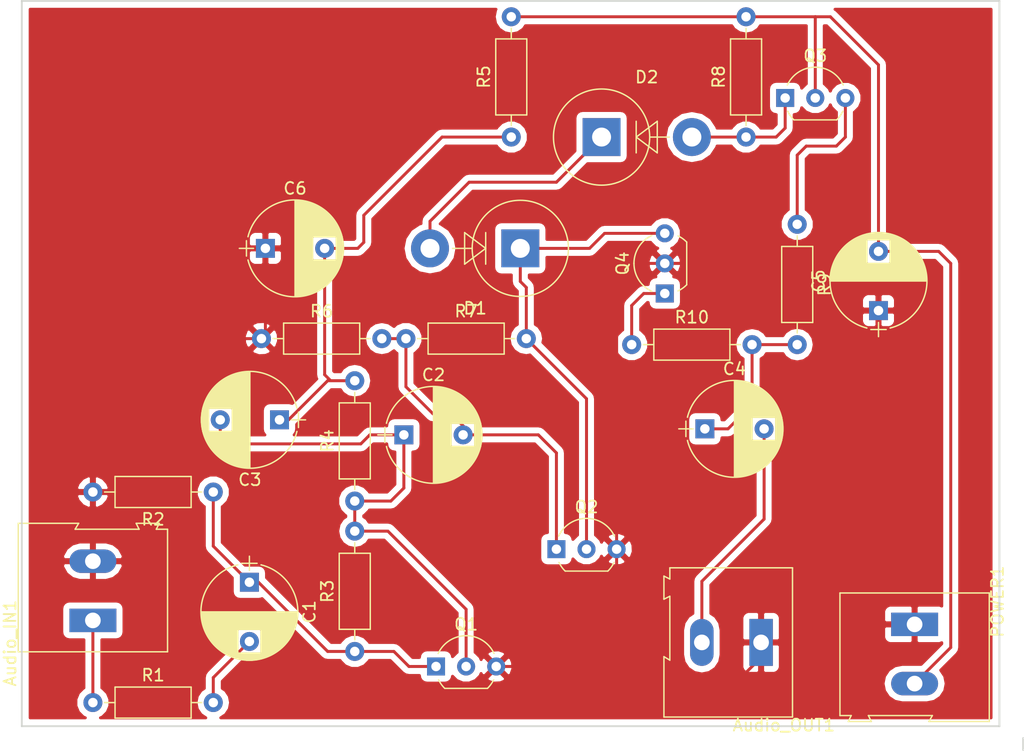
<source format=kicad_pcb>
(kicad_pcb (version 4) (host pcbnew 4.0.5)

  (general
    (links 39)
    (no_connects 0)
    (area 55.535 83.774999 142.075001 147.330382)
    (thickness 1.6)
    (drawings 5)
    (tracks 108)
    (zones 0)
    (modules 25)
    (nets 16)
  )

  (page A4)
  (title_block
    (title Kursa_darbs_PCB)
    (date 2017-05-20)
    (company "Alfs Brikšis")
  )

  (layers
    (0 F.Cu signal)
    (31 B.Cu signal)
    (32 B.Adhes user)
    (33 F.Adhes user)
    (34 B.Paste user)
    (35 F.Paste user)
    (36 B.SilkS user)
    (37 F.SilkS user)
    (38 B.Mask user)
    (39 F.Mask user)
    (40 Dwgs.User user)
    (41 Cmts.User user)
    (42 Eco1.User user)
    (43 Eco2.User user)
    (44 Edge.Cuts user)
    (45 Margin user)
    (46 B.CrtYd user)
    (47 F.CrtYd user)
    (48 B.Fab user)
    (49 F.Fab user)
  )

  (setup
    (last_trace_width 0.25)
    (trace_clearance 0.2)
    (zone_clearance 0.508)
    (zone_45_only no)
    (trace_min 0.2)
    (segment_width 0.2)
    (edge_width 0.15)
    (via_size 0.6)
    (via_drill 0.4)
    (via_min_size 0.4)
    (via_min_drill 0.3)
    (uvia_size 0.3)
    (uvia_drill 0.1)
    (uvias_allowed no)
    (uvia_min_size 0.2)
    (uvia_min_drill 0.1)
    (pcb_text_width 0.3)
    (pcb_text_size 1.5 1.5)
    (mod_edge_width 0.15)
    (mod_text_size 1 1)
    (mod_text_width 0.15)
    (pad_size 1.524 1.524)
    (pad_drill 0.762)
    (pad_to_mask_clearance 0.2)
    (aux_axis_origin 0 0)
    (visible_elements 7FFFFFFF)
    (pcbplotparams
      (layerselection 0x010f0_80000001)
      (usegerberextensions false)
      (excludeedgelayer true)
      (linewidth 0.100000)
      (plotframeref false)
      (viasonmask false)
      (mode 1)
      (useauxorigin false)
      (hpglpennumber 1)
      (hpglpenspeed 20)
      (hpglpendiameter 15)
      (hpglpenoverlay 2)
      (psnegative false)
      (psa4output false)
      (plotreference true)
      (plotvalue false)
      (plotinvisibletext false)
      (padsonsilk false)
      (subtractmaskfromsilk false)
      (outputformat 1)
      (mirror false)
      (drillshape 0)
      (scaleselection 1)
      (outputdirectory ""))
  )

  (net 0 "")
  (net 1 "Net-(Audio_IN1-Pad1)")
  (net 2 Earth)
  (net 3 "Net-(Audio_OUT1-Pad2)")
  (net 4 "Net-(C1-Pad1)")
  (net 5 "Net-(C1-Pad2)")
  (net 6 "Net-(C2-Pad1)")
  (net 7 "Net-(C2-Pad2)")
  (net 8 "Net-(C3-Pad1)")
  (net 9 "Net-(C4-Pad1)")
  (net 10 +5V)
  (net 11 "Net-(D1-Pad1)")
  (net 12 "Net-(D1-Pad2)")
  (net 13 "Net-(D2-Pad2)")
  (net 14 "Net-(Q3-Pad3)")
  (net 15 "Net-(Q4-Pad1)")

  (net_class Default "This is the default net class."
    (clearance 0.2)
    (trace_width 0.25)
    (via_dia 0.6)
    (via_drill 0.4)
    (uvia_dia 0.3)
    (uvia_drill 0.1)
    (add_net +5V)
    (add_net Earth)
    (add_net "Net-(Audio_IN1-Pad1)")
    (add_net "Net-(Audio_OUT1-Pad2)")
    (add_net "Net-(C1-Pad1)")
    (add_net "Net-(C1-Pad2)")
    (add_net "Net-(C2-Pad1)")
    (add_net "Net-(C2-Pad2)")
    (add_net "Net-(C3-Pad1)")
    (add_net "Net-(C4-Pad1)")
    (add_net "Net-(D1-Pad1)")
    (add_net "Net-(D1-Pad2)")
    (add_net "Net-(D2-Pad2)")
    (add_net "Net-(Q3-Pad3)")
    (add_net "Net-(Q4-Pad1)")
  )

  (module TO_SOT_Packages_THT:TO-92_Inline_Wide (layer F.Cu) (tedit 58CE52AF) (tstamp 5927A48B)
    (at 111.76 108.458 90)
    (descr "TO-92 leads in-line, wide, drill 0.8mm (see NXP sot054_po.pdf)")
    (tags "to-92 sc-43 sc-43a sot54 PA33 transistor")
    (path /59263D3D)
    (fp_text reference Q4 (at 2.54 -3.56 270) (layer F.SilkS)
      (effects (font (size 1 1) (thickness 0.15)))
    )
    (fp_text value 2N2907 (at 3.614999 11.405 90) (layer F.Fab)
      (effects (font (size 1 1) (thickness 0.15)))
    )
    (fp_text user %R (at 2.54 -3.56 270) (layer F.Fab)
      (effects (font (size 1 1) (thickness 0.15)))
    )
    (fp_line (start 0.74 1.85) (end 4.34 1.85) (layer F.SilkS) (width 0.12))
    (fp_line (start 0.8 1.75) (end 4.3 1.75) (layer F.Fab) (width 0.1))
    (fp_line (start -1.01 -2.73) (end 6.09 -2.73) (layer F.CrtYd) (width 0.05))
    (fp_line (start -1.01 -2.73) (end -1.01 2.01) (layer F.CrtYd) (width 0.05))
    (fp_line (start 6.09 2.01) (end 6.09 -2.73) (layer F.CrtYd) (width 0.05))
    (fp_line (start 6.09 2.01) (end -1.01 2.01) (layer F.CrtYd) (width 0.05))
    (fp_arc (start 2.54 0) (end 0.74 1.85) (angle 20) (layer F.SilkS) (width 0.12))
    (fp_arc (start 2.54 0) (end 2.54 -2.6) (angle -65) (layer F.SilkS) (width 0.12))
    (fp_arc (start 2.54 0) (end 2.54 -2.6) (angle 65) (layer F.SilkS) (width 0.12))
    (fp_arc (start 2.54 0) (end 2.54 -2.48) (angle 135) (layer F.Fab) (width 0.1))
    (fp_arc (start 2.54 0) (end 2.54 -2.48) (angle -135) (layer F.Fab) (width 0.1))
    (fp_arc (start 2.54 0) (end 4.34 1.85) (angle -20) (layer F.SilkS) (width 0.12))
    (pad 2 thru_hole circle (at 2.54 0 180) (size 1.52 1.52) (drill 0.8) (layers *.Cu *.Mask)
      (net 2 Earth))
    (pad 3 thru_hole circle (at 5.08 0 180) (size 1.52 1.52) (drill 0.8) (layers *.Cu *.Mask)
      (net 11 "Net-(D1-Pad1)"))
    (pad 1 thru_hole rect (at 0 0 180) (size 1.52 1.52) (drill 0.8) (layers *.Cu *.Mask)
      (net 15 "Net-(Q4-Pad1)"))
    (model ${KISYS3DMOD}/TO_SOT_Packages_THT.3dshapes/TO-92_Inline_Wide.wrl
      (at (xyz 0.1 0 0))
      (scale (xyz 1 1 1))
      (rotate (xyz 0 0 -90))
    )
  )

  (module Capacitors_THT:CP_Radial_D8.0mm_P5.00mm (layer F.Cu) (tedit 5920C257) (tstamp 5927A3AD)
    (at 78.058 104.648)
    (descr "CP, Radial series, Radial, pin pitch=5.00mm, , diameter=8mm, Electrolytic Capacitor")
    (tags "CP Radial series Radial pin pitch 5.00mm  diameter 8mm Electrolytic Capacitor")
    (path /5925CC8A)
    (fp_text reference C6 (at 2.5 -5.06) (layer F.SilkS)
      (effects (font (size 1 1) (thickness 0.15)))
    )
    (fp_text value 10uF (at 2.5 5.06) (layer F.Fab)
      (effects (font (size 1 1) (thickness 0.15)))
    )
    (fp_text user %R (at 2.15 0) (layer F.Fab)
      (effects (font (size 1 1) (thickness 0.15)))
    )
    (fp_line (start -2.2 0) (end -1 0) (layer F.Fab) (width 0.1))
    (fp_line (start -1.6 -0.65) (end -1.6 0.65) (layer F.Fab) (width 0.1))
    (fp_line (start 2.5 -4.05) (end 2.5 4.05) (layer F.SilkS) (width 0.12))
    (fp_line (start 2.54 -4.05) (end 2.54 4.05) (layer F.SilkS) (width 0.12))
    (fp_line (start 2.58 -4.05) (end 2.58 4.05) (layer F.SilkS) (width 0.12))
    (fp_line (start 2.62 -4.049) (end 2.62 4.049) (layer F.SilkS) (width 0.12))
    (fp_line (start 2.66 -4.047) (end 2.66 4.047) (layer F.SilkS) (width 0.12))
    (fp_line (start 2.7 -4.046) (end 2.7 4.046) (layer F.SilkS) (width 0.12))
    (fp_line (start 2.74 -4.043) (end 2.74 4.043) (layer F.SilkS) (width 0.12))
    (fp_line (start 2.78 -4.041) (end 2.78 4.041) (layer F.SilkS) (width 0.12))
    (fp_line (start 2.82 -4.038) (end 2.82 4.038) (layer F.SilkS) (width 0.12))
    (fp_line (start 2.86 -4.035) (end 2.86 4.035) (layer F.SilkS) (width 0.12))
    (fp_line (start 2.9 -4.031) (end 2.9 4.031) (layer F.SilkS) (width 0.12))
    (fp_line (start 2.94 -4.027) (end 2.94 4.027) (layer F.SilkS) (width 0.12))
    (fp_line (start 2.98 -4.022) (end 2.98 4.022) (layer F.SilkS) (width 0.12))
    (fp_line (start 3.02 -4.017) (end 3.02 4.017) (layer F.SilkS) (width 0.12))
    (fp_line (start 3.06 -4.012) (end 3.06 4.012) (layer F.SilkS) (width 0.12))
    (fp_line (start 3.1 -4.006) (end 3.1 4.006) (layer F.SilkS) (width 0.12))
    (fp_line (start 3.14 -4) (end 3.14 4) (layer F.SilkS) (width 0.12))
    (fp_line (start 3.18 -3.994) (end 3.18 3.994) (layer F.SilkS) (width 0.12))
    (fp_line (start 3.221 -3.987) (end 3.221 3.987) (layer F.SilkS) (width 0.12))
    (fp_line (start 3.261 -3.979) (end 3.261 3.979) (layer F.SilkS) (width 0.12))
    (fp_line (start 3.301 -3.971) (end 3.301 3.971) (layer F.SilkS) (width 0.12))
    (fp_line (start 3.341 -3.963) (end 3.341 3.963) (layer F.SilkS) (width 0.12))
    (fp_line (start 3.381 -3.955) (end 3.381 3.955) (layer F.SilkS) (width 0.12))
    (fp_line (start 3.421 -3.946) (end 3.421 3.946) (layer F.SilkS) (width 0.12))
    (fp_line (start 3.461 -3.936) (end 3.461 3.936) (layer F.SilkS) (width 0.12))
    (fp_line (start 3.501 -3.926) (end 3.501 3.926) (layer F.SilkS) (width 0.12))
    (fp_line (start 3.541 -3.916) (end 3.541 3.916) (layer F.SilkS) (width 0.12))
    (fp_line (start 3.581 -3.905) (end 3.581 3.905) (layer F.SilkS) (width 0.12))
    (fp_line (start 3.621 -3.894) (end 3.621 3.894) (layer F.SilkS) (width 0.12))
    (fp_line (start 3.661 -3.883) (end 3.661 3.883) (layer F.SilkS) (width 0.12))
    (fp_line (start 3.701 -3.87) (end 3.701 3.87) (layer F.SilkS) (width 0.12))
    (fp_line (start 3.741 -3.858) (end 3.741 3.858) (layer F.SilkS) (width 0.12))
    (fp_line (start 3.781 -3.845) (end 3.781 3.845) (layer F.SilkS) (width 0.12))
    (fp_line (start 3.821 -3.832) (end 3.821 3.832) (layer F.SilkS) (width 0.12))
    (fp_line (start 3.861 -3.818) (end 3.861 3.818) (layer F.SilkS) (width 0.12))
    (fp_line (start 3.901 -3.803) (end 3.901 3.803) (layer F.SilkS) (width 0.12))
    (fp_line (start 3.941 -3.789) (end 3.941 3.789) (layer F.SilkS) (width 0.12))
    (fp_line (start 3.981 -3.773) (end 3.981 3.773) (layer F.SilkS) (width 0.12))
    (fp_line (start 4.021 -3.758) (end 4.021 -0.98) (layer F.SilkS) (width 0.12))
    (fp_line (start 4.021 0.98) (end 4.021 3.758) (layer F.SilkS) (width 0.12))
    (fp_line (start 4.061 -3.741) (end 4.061 -0.98) (layer F.SilkS) (width 0.12))
    (fp_line (start 4.061 0.98) (end 4.061 3.741) (layer F.SilkS) (width 0.12))
    (fp_line (start 4.101 -3.725) (end 4.101 -0.98) (layer F.SilkS) (width 0.12))
    (fp_line (start 4.101 0.98) (end 4.101 3.725) (layer F.SilkS) (width 0.12))
    (fp_line (start 4.141 -3.707) (end 4.141 -0.98) (layer F.SilkS) (width 0.12))
    (fp_line (start 4.141 0.98) (end 4.141 3.707) (layer F.SilkS) (width 0.12))
    (fp_line (start 4.181 -3.69) (end 4.181 -0.98) (layer F.SilkS) (width 0.12))
    (fp_line (start 4.181 0.98) (end 4.181 3.69) (layer F.SilkS) (width 0.12))
    (fp_line (start 4.221 -3.671) (end 4.221 -0.98) (layer F.SilkS) (width 0.12))
    (fp_line (start 4.221 0.98) (end 4.221 3.671) (layer F.SilkS) (width 0.12))
    (fp_line (start 4.261 -3.652) (end 4.261 -0.98) (layer F.SilkS) (width 0.12))
    (fp_line (start 4.261 0.98) (end 4.261 3.652) (layer F.SilkS) (width 0.12))
    (fp_line (start 4.301 -3.633) (end 4.301 -0.98) (layer F.SilkS) (width 0.12))
    (fp_line (start 4.301 0.98) (end 4.301 3.633) (layer F.SilkS) (width 0.12))
    (fp_line (start 4.341 -3.613) (end 4.341 -0.98) (layer F.SilkS) (width 0.12))
    (fp_line (start 4.341 0.98) (end 4.341 3.613) (layer F.SilkS) (width 0.12))
    (fp_line (start 4.381 -3.593) (end 4.381 -0.98) (layer F.SilkS) (width 0.12))
    (fp_line (start 4.381 0.98) (end 4.381 3.593) (layer F.SilkS) (width 0.12))
    (fp_line (start 4.421 -3.572) (end 4.421 -0.98) (layer F.SilkS) (width 0.12))
    (fp_line (start 4.421 0.98) (end 4.421 3.572) (layer F.SilkS) (width 0.12))
    (fp_line (start 4.461 -3.55) (end 4.461 -0.98) (layer F.SilkS) (width 0.12))
    (fp_line (start 4.461 0.98) (end 4.461 3.55) (layer F.SilkS) (width 0.12))
    (fp_line (start 4.501 -3.528) (end 4.501 -0.98) (layer F.SilkS) (width 0.12))
    (fp_line (start 4.501 0.98) (end 4.501 3.528) (layer F.SilkS) (width 0.12))
    (fp_line (start 4.541 -3.505) (end 4.541 -0.98) (layer F.SilkS) (width 0.12))
    (fp_line (start 4.541 0.98) (end 4.541 3.505) (layer F.SilkS) (width 0.12))
    (fp_line (start 4.581 -3.482) (end 4.581 -0.98) (layer F.SilkS) (width 0.12))
    (fp_line (start 4.581 0.98) (end 4.581 3.482) (layer F.SilkS) (width 0.12))
    (fp_line (start 4.621 -3.458) (end 4.621 -0.98) (layer F.SilkS) (width 0.12))
    (fp_line (start 4.621 0.98) (end 4.621 3.458) (layer F.SilkS) (width 0.12))
    (fp_line (start 4.661 -3.434) (end 4.661 -0.98) (layer F.SilkS) (width 0.12))
    (fp_line (start 4.661 0.98) (end 4.661 3.434) (layer F.SilkS) (width 0.12))
    (fp_line (start 4.701 -3.408) (end 4.701 -0.98) (layer F.SilkS) (width 0.12))
    (fp_line (start 4.701 0.98) (end 4.701 3.408) (layer F.SilkS) (width 0.12))
    (fp_line (start 4.741 -3.383) (end 4.741 -0.98) (layer F.SilkS) (width 0.12))
    (fp_line (start 4.741 0.98) (end 4.741 3.383) (layer F.SilkS) (width 0.12))
    (fp_line (start 4.781 -3.356) (end 4.781 -0.98) (layer F.SilkS) (width 0.12))
    (fp_line (start 4.781 0.98) (end 4.781 3.356) (layer F.SilkS) (width 0.12))
    (fp_line (start 4.821 -3.329) (end 4.821 -0.98) (layer F.SilkS) (width 0.12))
    (fp_line (start 4.821 0.98) (end 4.821 3.329) (layer F.SilkS) (width 0.12))
    (fp_line (start 4.861 -3.301) (end 4.861 -0.98) (layer F.SilkS) (width 0.12))
    (fp_line (start 4.861 0.98) (end 4.861 3.301) (layer F.SilkS) (width 0.12))
    (fp_line (start 4.901 -3.272) (end 4.901 -0.98) (layer F.SilkS) (width 0.12))
    (fp_line (start 4.901 0.98) (end 4.901 3.272) (layer F.SilkS) (width 0.12))
    (fp_line (start 4.941 -3.243) (end 4.941 -0.98) (layer F.SilkS) (width 0.12))
    (fp_line (start 4.941 0.98) (end 4.941 3.243) (layer F.SilkS) (width 0.12))
    (fp_line (start 4.981 -3.213) (end 4.981 -0.98) (layer F.SilkS) (width 0.12))
    (fp_line (start 4.981 0.98) (end 4.981 3.213) (layer F.SilkS) (width 0.12))
    (fp_line (start 5.021 -3.182) (end 5.021 -0.98) (layer F.SilkS) (width 0.12))
    (fp_line (start 5.021 0.98) (end 5.021 3.182) (layer F.SilkS) (width 0.12))
    (fp_line (start 5.061 -3.15) (end 5.061 -0.98) (layer F.SilkS) (width 0.12))
    (fp_line (start 5.061 0.98) (end 5.061 3.15) (layer F.SilkS) (width 0.12))
    (fp_line (start 5.101 -3.118) (end 5.101 -0.98) (layer F.SilkS) (width 0.12))
    (fp_line (start 5.101 0.98) (end 5.101 3.118) (layer F.SilkS) (width 0.12))
    (fp_line (start 5.141 -3.084) (end 5.141 -0.98) (layer F.SilkS) (width 0.12))
    (fp_line (start 5.141 0.98) (end 5.141 3.084) (layer F.SilkS) (width 0.12))
    (fp_line (start 5.181 -3.05) (end 5.181 -0.98) (layer F.SilkS) (width 0.12))
    (fp_line (start 5.181 0.98) (end 5.181 3.05) (layer F.SilkS) (width 0.12))
    (fp_line (start 5.221 -3.015) (end 5.221 -0.98) (layer F.SilkS) (width 0.12))
    (fp_line (start 5.221 0.98) (end 5.221 3.015) (layer F.SilkS) (width 0.12))
    (fp_line (start 5.261 -2.979) (end 5.261 -0.98) (layer F.SilkS) (width 0.12))
    (fp_line (start 5.261 0.98) (end 5.261 2.979) (layer F.SilkS) (width 0.12))
    (fp_line (start 5.301 -2.942) (end 5.301 -0.98) (layer F.SilkS) (width 0.12))
    (fp_line (start 5.301 0.98) (end 5.301 2.942) (layer F.SilkS) (width 0.12))
    (fp_line (start 5.341 -2.904) (end 5.341 -0.98) (layer F.SilkS) (width 0.12))
    (fp_line (start 5.341 0.98) (end 5.341 2.904) (layer F.SilkS) (width 0.12))
    (fp_line (start 5.381 -2.865) (end 5.381 -0.98) (layer F.SilkS) (width 0.12))
    (fp_line (start 5.381 0.98) (end 5.381 2.865) (layer F.SilkS) (width 0.12))
    (fp_line (start 5.421 -2.824) (end 5.421 -0.98) (layer F.SilkS) (width 0.12))
    (fp_line (start 5.421 0.98) (end 5.421 2.824) (layer F.SilkS) (width 0.12))
    (fp_line (start 5.461 -2.783) (end 5.461 -0.98) (layer F.SilkS) (width 0.12))
    (fp_line (start 5.461 0.98) (end 5.461 2.783) (layer F.SilkS) (width 0.12))
    (fp_line (start 5.501 -2.74) (end 5.501 -0.98) (layer F.SilkS) (width 0.12))
    (fp_line (start 5.501 0.98) (end 5.501 2.74) (layer F.SilkS) (width 0.12))
    (fp_line (start 5.541 -2.697) (end 5.541 -0.98) (layer F.SilkS) (width 0.12))
    (fp_line (start 5.541 0.98) (end 5.541 2.697) (layer F.SilkS) (width 0.12))
    (fp_line (start 5.581 -2.652) (end 5.581 -0.98) (layer F.SilkS) (width 0.12))
    (fp_line (start 5.581 0.98) (end 5.581 2.652) (layer F.SilkS) (width 0.12))
    (fp_line (start 5.621 -2.605) (end 5.621 -0.98) (layer F.SilkS) (width 0.12))
    (fp_line (start 5.621 0.98) (end 5.621 2.605) (layer F.SilkS) (width 0.12))
    (fp_line (start 5.661 -2.557) (end 5.661 -0.98) (layer F.SilkS) (width 0.12))
    (fp_line (start 5.661 0.98) (end 5.661 2.557) (layer F.SilkS) (width 0.12))
    (fp_line (start 5.701 -2.508) (end 5.701 -0.98) (layer F.SilkS) (width 0.12))
    (fp_line (start 5.701 0.98) (end 5.701 2.508) (layer F.SilkS) (width 0.12))
    (fp_line (start 5.741 -2.457) (end 5.741 -0.98) (layer F.SilkS) (width 0.12))
    (fp_line (start 5.741 0.98) (end 5.741 2.457) (layer F.SilkS) (width 0.12))
    (fp_line (start 5.781 -2.404) (end 5.781 -0.98) (layer F.SilkS) (width 0.12))
    (fp_line (start 5.781 0.98) (end 5.781 2.404) (layer F.SilkS) (width 0.12))
    (fp_line (start 5.821 -2.349) (end 5.821 -0.98) (layer F.SilkS) (width 0.12))
    (fp_line (start 5.821 0.98) (end 5.821 2.349) (layer F.SilkS) (width 0.12))
    (fp_line (start 5.861 -2.293) (end 5.861 -0.98) (layer F.SilkS) (width 0.12))
    (fp_line (start 5.861 0.98) (end 5.861 2.293) (layer F.SilkS) (width 0.12))
    (fp_line (start 5.901 -2.234) (end 5.901 -0.98) (layer F.SilkS) (width 0.12))
    (fp_line (start 5.901 0.98) (end 5.901 2.234) (layer F.SilkS) (width 0.12))
    (fp_line (start 5.941 -2.173) (end 5.941 -0.98) (layer F.SilkS) (width 0.12))
    (fp_line (start 5.941 0.98) (end 5.941 2.173) (layer F.SilkS) (width 0.12))
    (fp_line (start 5.981 -2.109) (end 5.981 2.109) (layer F.SilkS) (width 0.12))
    (fp_line (start 6.021 -2.043) (end 6.021 2.043) (layer F.SilkS) (width 0.12))
    (fp_line (start 6.061 -1.974) (end 6.061 1.974) (layer F.SilkS) (width 0.12))
    (fp_line (start 6.101 -1.902) (end 6.101 1.902) (layer F.SilkS) (width 0.12))
    (fp_line (start 6.141 -1.826) (end 6.141 1.826) (layer F.SilkS) (width 0.12))
    (fp_line (start 6.181 -1.745) (end 6.181 1.745) (layer F.SilkS) (width 0.12))
    (fp_line (start 6.221 -1.66) (end 6.221 1.66) (layer F.SilkS) (width 0.12))
    (fp_line (start 6.261 -1.57) (end 6.261 1.57) (layer F.SilkS) (width 0.12))
    (fp_line (start 6.301 -1.473) (end 6.301 1.473) (layer F.SilkS) (width 0.12))
    (fp_line (start 6.341 -1.369) (end 6.341 1.369) (layer F.SilkS) (width 0.12))
    (fp_line (start 6.381 -1.254) (end 6.381 1.254) (layer F.SilkS) (width 0.12))
    (fp_line (start 6.421 -1.127) (end 6.421 1.127) (layer F.SilkS) (width 0.12))
    (fp_line (start 6.461 -0.983) (end 6.461 0.983) (layer F.SilkS) (width 0.12))
    (fp_line (start 6.501 -0.814) (end 6.501 0.814) (layer F.SilkS) (width 0.12))
    (fp_line (start 6.541 -0.598) (end 6.541 0.598) (layer F.SilkS) (width 0.12))
    (fp_line (start 6.581 -0.246) (end 6.581 0.246) (layer F.SilkS) (width 0.12))
    (fp_line (start -2.2 0) (end -1 0) (layer F.SilkS) (width 0.12))
    (fp_line (start -1.6 -0.65) (end -1.6 0.65) (layer F.SilkS) (width 0.12))
    (fp_line (start -1.85 -4.35) (end -1.85 4.35) (layer F.CrtYd) (width 0.05))
    (fp_line (start -1.85 4.35) (end 6.85 4.35) (layer F.CrtYd) (width 0.05))
    (fp_line (start 6.85 4.35) (end 6.85 -4.35) (layer F.CrtYd) (width 0.05))
    (fp_line (start 6.85 -4.35) (end -1.85 -4.35) (layer F.CrtYd) (width 0.05))
    (fp_circle (center 2.5 0) (end 6.5 0) (layer F.Fab) (width 0.1))
    (fp_arc (start 2.5 0) (end -1.470856 -0.98) (angle 152.3) (layer F.SilkS) (width 0.12))
    (fp_arc (start 2.5 0) (end -1.470856 0.98) (angle -152.3) (layer F.SilkS) (width 0.12))
    (fp_arc (start 2.5 0) (end 6.470856 -0.98) (angle 27.7) (layer F.SilkS) (width 0.12))
    (pad 1 thru_hole rect (at 0 0) (size 1.6 1.6) (drill 0.8) (layers *.Cu *.Mask)
      (net 2 Earth))
    (pad 2 thru_hole circle (at 5 0) (size 1.6 1.6) (drill 0.8) (layers *.Cu *.Mask)
      (net 8 "Net-(C3-Pad1)"))
    (model ${KISYS3DMOD}/Capacitors_THT.3dshapes/CP_Radial_D8.0mm_P5.00mm.wrl
      (at (xyz 0 0 0))
      (scale (xyz 0.393701 0.393701 0.393701))
      (rotate (xyz 0 0 0))
    )
  )

  (module Connectors:AK300-2 (layer F.Cu) (tedit 587FD45E) (tstamp 59279FAB)
    (at 119.888 137.922 180)
    (descr CONNECTOR)
    (tags CONNECTOR)
    (path /59267741)
    (fp_text reference Audio_OUT1 (at -1.92 -6.99 180) (layer F.SilkS)
      (effects (font (size 1 1) (thickness 0.15)))
    )
    (fp_text value Screw_Terminal_1x02 (at 2.78 7.75 180) (layer F.Fab)
      (effects (font (size 1 1) (thickness 0.15)))
    )
    (fp_line (start -2.65 -6.3) (end -2.65 6.3) (layer F.SilkS) (width 0.12))
    (fp_line (start -2.65 6.3) (end 7.7 6.3) (layer F.SilkS) (width 0.12))
    (fp_line (start 7.7 6.3) (end 7.7 5.35) (layer F.SilkS) (width 0.12))
    (fp_line (start 7.7 5.35) (end 8.2 5.6) (layer F.SilkS) (width 0.12))
    (fp_line (start 8.2 5.6) (end 8.2 3.7) (layer F.SilkS) (width 0.12))
    (fp_line (start 8.2 3.7) (end 8.2 3.65) (layer F.SilkS) (width 0.12))
    (fp_line (start 8.2 3.65) (end 7.7 3.9) (layer F.SilkS) (width 0.12))
    (fp_line (start 7.7 3.9) (end 7.7 -1.5) (layer F.SilkS) (width 0.12))
    (fp_line (start 7.7 -1.5) (end 8.2 -1.2) (layer F.SilkS) (width 0.12))
    (fp_line (start 8.2 -1.2) (end 8.2 -6.3) (layer F.SilkS) (width 0.12))
    (fp_line (start 8.2 -6.3) (end -2.65 -6.3) (layer F.SilkS) (width 0.12))
    (fp_line (start 8.36 -6.47) (end -2.83 -6.47) (layer F.CrtYd) (width 0.05))
    (fp_line (start 8.36 6.47) (end 8.36 -6.47) (layer F.CrtYd) (width 0.05))
    (fp_line (start -2.83 6.47) (end 8.36 6.47) (layer F.CrtYd) (width 0.05))
    (fp_line (start -2.83 -6.47) (end -2.83 6.47) (layer F.CrtYd) (width 0.05))
    (fp_line (start -1.26 2.54) (end 1.28 2.54) (layer F.Fab) (width 0.1))
    (fp_line (start 1.28 2.54) (end 1.28 -0.25) (layer F.Fab) (width 0.1))
    (fp_line (start -1.26 -0.25) (end 1.28 -0.25) (layer F.Fab) (width 0.1))
    (fp_line (start -1.26 2.54) (end -1.26 -0.25) (layer F.Fab) (width 0.1))
    (fp_line (start 3.74 2.54) (end 6.28 2.54) (layer F.Fab) (width 0.1))
    (fp_line (start 6.28 2.54) (end 6.28 -0.25) (layer F.Fab) (width 0.1))
    (fp_line (start 3.74 -0.25) (end 6.28 -0.25) (layer F.Fab) (width 0.1))
    (fp_line (start 3.74 2.54) (end 3.74 -0.25) (layer F.Fab) (width 0.1))
    (fp_line (start 7.61 -6.22) (end 7.61 -3.17) (layer F.Fab) (width 0.1))
    (fp_line (start 7.61 -6.22) (end -2.58 -6.22) (layer F.Fab) (width 0.1))
    (fp_line (start 7.61 -6.22) (end 8.11 -6.22) (layer F.Fab) (width 0.1))
    (fp_line (start 8.11 -6.22) (end 8.11 -1.4) (layer F.Fab) (width 0.1))
    (fp_line (start 8.11 -1.4) (end 7.61 -1.65) (layer F.Fab) (width 0.1))
    (fp_line (start 8.11 5.46) (end 7.61 5.21) (layer F.Fab) (width 0.1))
    (fp_line (start 7.61 5.21) (end 7.61 6.22) (layer F.Fab) (width 0.1))
    (fp_line (start 8.11 3.81) (end 7.61 4.06) (layer F.Fab) (width 0.1))
    (fp_line (start 7.61 4.06) (end 7.61 5.21) (layer F.Fab) (width 0.1))
    (fp_line (start 8.11 3.81) (end 8.11 5.46) (layer F.Fab) (width 0.1))
    (fp_line (start 2.98 6.22) (end 2.98 4.32) (layer F.Fab) (width 0.1))
    (fp_line (start 7.05 -0.25) (end 7.05 4.32) (layer F.Fab) (width 0.1))
    (fp_line (start 2.98 6.22) (end 7.05 6.22) (layer F.Fab) (width 0.1))
    (fp_line (start 7.05 6.22) (end 7.61 6.22) (layer F.Fab) (width 0.1))
    (fp_line (start 2.04 6.22) (end 2.04 4.32) (layer F.Fab) (width 0.1))
    (fp_line (start 2.04 6.22) (end 2.98 6.22) (layer F.Fab) (width 0.1))
    (fp_line (start -2.02 -0.25) (end -2.02 4.32) (layer F.Fab) (width 0.1))
    (fp_line (start -2.58 6.22) (end -2.02 6.22) (layer F.Fab) (width 0.1))
    (fp_line (start -2.02 6.22) (end 2.04 6.22) (layer F.Fab) (width 0.1))
    (fp_line (start 2.98 4.32) (end 7.05 4.32) (layer F.Fab) (width 0.1))
    (fp_line (start 2.98 4.32) (end 2.98 -0.25) (layer F.Fab) (width 0.1))
    (fp_line (start 7.05 4.32) (end 7.05 6.22) (layer F.Fab) (width 0.1))
    (fp_line (start 2.04 4.32) (end -2.02 4.32) (layer F.Fab) (width 0.1))
    (fp_line (start 2.04 4.32) (end 2.04 -0.25) (layer F.Fab) (width 0.1))
    (fp_line (start -2.02 4.32) (end -2.02 6.22) (layer F.Fab) (width 0.1))
    (fp_line (start 6.67 3.68) (end 6.67 0.51) (layer F.Fab) (width 0.1))
    (fp_line (start 6.67 3.68) (end 3.36 3.68) (layer F.Fab) (width 0.1))
    (fp_line (start 3.36 3.68) (end 3.36 0.51) (layer F.Fab) (width 0.1))
    (fp_line (start 1.66 3.68) (end 1.66 0.51) (layer F.Fab) (width 0.1))
    (fp_line (start 1.66 3.68) (end -1.64 3.68) (layer F.Fab) (width 0.1))
    (fp_line (start -1.64 3.68) (end -1.64 0.51) (layer F.Fab) (width 0.1))
    (fp_line (start -1.64 0.51) (end -1.26 0.51) (layer F.Fab) (width 0.1))
    (fp_line (start 1.66 0.51) (end 1.28 0.51) (layer F.Fab) (width 0.1))
    (fp_line (start 3.36 0.51) (end 3.74 0.51) (layer F.Fab) (width 0.1))
    (fp_line (start 6.67 0.51) (end 6.28 0.51) (layer F.Fab) (width 0.1))
    (fp_line (start -2.58 6.22) (end -2.58 -0.64) (layer F.Fab) (width 0.1))
    (fp_line (start -2.58 -0.64) (end -2.58 -3.17) (layer F.Fab) (width 0.1))
    (fp_line (start 7.61 -1.65) (end 7.61 -0.64) (layer F.Fab) (width 0.1))
    (fp_line (start 7.61 -0.64) (end 7.61 4.06) (layer F.Fab) (width 0.1))
    (fp_line (start -2.58 -3.17) (end 7.61 -3.17) (layer F.Fab) (width 0.1))
    (fp_line (start -2.58 -3.17) (end -2.58 -6.22) (layer F.Fab) (width 0.1))
    (fp_line (start 7.61 -3.17) (end 7.61 -1.65) (layer F.Fab) (width 0.1))
    (fp_line (start 2.98 -3.43) (end 2.98 -5.97) (layer F.Fab) (width 0.1))
    (fp_line (start 2.98 -5.97) (end 7.05 -5.97) (layer F.Fab) (width 0.1))
    (fp_line (start 7.05 -5.97) (end 7.05 -3.43) (layer F.Fab) (width 0.1))
    (fp_line (start 7.05 -3.43) (end 2.98 -3.43) (layer F.Fab) (width 0.1))
    (fp_line (start 2.04 -3.43) (end 2.04 -5.97) (layer F.Fab) (width 0.1))
    (fp_line (start 2.04 -3.43) (end -2.02 -3.43) (layer F.Fab) (width 0.1))
    (fp_line (start -2.02 -3.43) (end -2.02 -5.97) (layer F.Fab) (width 0.1))
    (fp_line (start 2.04 -5.97) (end -2.02 -5.97) (layer F.Fab) (width 0.1))
    (fp_line (start 3.39 -4.45) (end 6.44 -5.08) (layer F.Fab) (width 0.1))
    (fp_line (start 3.52 -4.32) (end 6.56 -4.95) (layer F.Fab) (width 0.1))
    (fp_line (start -1.62 -4.45) (end 1.44 -5.08) (layer F.Fab) (width 0.1))
    (fp_line (start -1.49 -4.32) (end 1.56 -4.95) (layer F.Fab) (width 0.1))
    (fp_line (start -2.02 -0.25) (end -1.64 -0.25) (layer F.Fab) (width 0.1))
    (fp_line (start 2.04 -0.25) (end 1.66 -0.25) (layer F.Fab) (width 0.1))
    (fp_line (start 1.66 -0.25) (end -1.64 -0.25) (layer F.Fab) (width 0.1))
    (fp_line (start -2.58 -0.64) (end -1.64 -0.64) (layer F.Fab) (width 0.1))
    (fp_line (start -1.64 -0.64) (end 1.66 -0.64) (layer F.Fab) (width 0.1))
    (fp_line (start 1.66 -0.64) (end 3.36 -0.64) (layer F.Fab) (width 0.1))
    (fp_line (start 7.61 -0.64) (end 6.67 -0.64) (layer F.Fab) (width 0.1))
    (fp_line (start 6.67 -0.64) (end 3.36 -0.64) (layer F.Fab) (width 0.1))
    (fp_line (start 7.05 -0.25) (end 6.67 -0.25) (layer F.Fab) (width 0.1))
    (fp_line (start 2.98 -0.25) (end 3.36 -0.25) (layer F.Fab) (width 0.1))
    (fp_line (start 3.36 -0.25) (end 6.67 -0.25) (layer F.Fab) (width 0.1))
    (fp_arc (start 6.03 -4.59) (end 6.54 -5.05) (angle 90.5) (layer F.Fab) (width 0.1))
    (fp_arc (start 5.07 -6.07) (end 6.53 -4.12) (angle 75.5) (layer F.Fab) (width 0.1))
    (fp_arc (start 4.99 -3.71) (end 3.39 -5) (angle 100) (layer F.Fab) (width 0.1))
    (fp_arc (start 3.87 -4.65) (end 3.58 -4.13) (angle 104.2) (layer F.Fab) (width 0.1))
    (fp_arc (start 1.03 -4.59) (end 1.53 -5.05) (angle 90.5) (layer F.Fab) (width 0.1))
    (fp_arc (start 0.06 -6.07) (end 1.53 -4.12) (angle 75.5) (layer F.Fab) (width 0.1))
    (fp_arc (start -0.01 -3.71) (end -1.62 -5) (angle 100) (layer F.Fab) (width 0.1))
    (fp_arc (start -1.13 -4.65) (end -1.42 -4.13) (angle 104.2) (layer F.Fab) (width 0.1))
    (pad 1 thru_hole rect (at 0 0 180) (size 1.98 3.96) (drill 1.32) (layers *.Cu F.Paste F.Mask)
      (net 2 Earth))
    (pad 2 thru_hole oval (at 5 0 180) (size 1.98 3.96) (drill 1.32) (layers *.Cu F.Paste F.Mask)
      (net 3 "Net-(Audio_OUT1-Pad2)"))
  )

  (module Connectors:AK300-2 (layer F.Cu) (tedit 587FD45E) (tstamp 59279F45)
    (at 63.5 136.064 90)
    (descr CONNECTOR)
    (tags CONNECTOR)
    (path /59253895)
    (fp_text reference Audio_IN1 (at -1.92 -6.99 90) (layer F.SilkS)
      (effects (font (size 1 1) (thickness 0.15)))
    )
    (fp_text value Screw_Terminal_1x02 (at 2.78 7.75 90) (layer F.Fab)
      (effects (font (size 1 1) (thickness 0.15)))
    )
    (fp_line (start -2.65 -6.3) (end -2.65 6.3) (layer F.SilkS) (width 0.12))
    (fp_line (start -2.65 6.3) (end 7.7 6.3) (layer F.SilkS) (width 0.12))
    (fp_line (start 7.7 6.3) (end 7.7 5.35) (layer F.SilkS) (width 0.12))
    (fp_line (start 7.7 5.35) (end 8.2 5.6) (layer F.SilkS) (width 0.12))
    (fp_line (start 8.2 5.6) (end 8.2 3.7) (layer F.SilkS) (width 0.12))
    (fp_line (start 8.2 3.7) (end 8.2 3.65) (layer F.SilkS) (width 0.12))
    (fp_line (start 8.2 3.65) (end 7.7 3.9) (layer F.SilkS) (width 0.12))
    (fp_line (start 7.7 3.9) (end 7.7 -1.5) (layer F.SilkS) (width 0.12))
    (fp_line (start 7.7 -1.5) (end 8.2 -1.2) (layer F.SilkS) (width 0.12))
    (fp_line (start 8.2 -1.2) (end 8.2 -6.3) (layer F.SilkS) (width 0.12))
    (fp_line (start 8.2 -6.3) (end -2.65 -6.3) (layer F.SilkS) (width 0.12))
    (fp_line (start 8.36 -6.47) (end -2.83 -6.47) (layer F.CrtYd) (width 0.05))
    (fp_line (start 8.36 6.47) (end 8.36 -6.47) (layer F.CrtYd) (width 0.05))
    (fp_line (start -2.83 6.47) (end 8.36 6.47) (layer F.CrtYd) (width 0.05))
    (fp_line (start -2.83 -6.47) (end -2.83 6.47) (layer F.CrtYd) (width 0.05))
    (fp_line (start -1.26 2.54) (end 1.28 2.54) (layer F.Fab) (width 0.1))
    (fp_line (start 1.28 2.54) (end 1.28 -0.25) (layer F.Fab) (width 0.1))
    (fp_line (start -1.26 -0.25) (end 1.28 -0.25) (layer F.Fab) (width 0.1))
    (fp_line (start -1.26 2.54) (end -1.26 -0.25) (layer F.Fab) (width 0.1))
    (fp_line (start 3.74 2.54) (end 6.28 2.54) (layer F.Fab) (width 0.1))
    (fp_line (start 6.28 2.54) (end 6.28 -0.25) (layer F.Fab) (width 0.1))
    (fp_line (start 3.74 -0.25) (end 6.28 -0.25) (layer F.Fab) (width 0.1))
    (fp_line (start 3.74 2.54) (end 3.74 -0.25) (layer F.Fab) (width 0.1))
    (fp_line (start 7.61 -6.22) (end 7.61 -3.17) (layer F.Fab) (width 0.1))
    (fp_line (start 7.61 -6.22) (end -2.58 -6.22) (layer F.Fab) (width 0.1))
    (fp_line (start 7.61 -6.22) (end 8.11 -6.22) (layer F.Fab) (width 0.1))
    (fp_line (start 8.11 -6.22) (end 8.11 -1.4) (layer F.Fab) (width 0.1))
    (fp_line (start 8.11 -1.4) (end 7.61 -1.65) (layer F.Fab) (width 0.1))
    (fp_line (start 8.11 5.46) (end 7.61 5.21) (layer F.Fab) (width 0.1))
    (fp_line (start 7.61 5.21) (end 7.61 6.22) (layer F.Fab) (width 0.1))
    (fp_line (start 8.11 3.81) (end 7.61 4.06) (layer F.Fab) (width 0.1))
    (fp_line (start 7.61 4.06) (end 7.61 5.21) (layer F.Fab) (width 0.1))
    (fp_line (start 8.11 3.81) (end 8.11 5.46) (layer F.Fab) (width 0.1))
    (fp_line (start 2.98 6.22) (end 2.98 4.32) (layer F.Fab) (width 0.1))
    (fp_line (start 7.05 -0.25) (end 7.05 4.32) (layer F.Fab) (width 0.1))
    (fp_line (start 2.98 6.22) (end 7.05 6.22) (layer F.Fab) (width 0.1))
    (fp_line (start 7.05 6.22) (end 7.61 6.22) (layer F.Fab) (width 0.1))
    (fp_line (start 2.04 6.22) (end 2.04 4.32) (layer F.Fab) (width 0.1))
    (fp_line (start 2.04 6.22) (end 2.98 6.22) (layer F.Fab) (width 0.1))
    (fp_line (start -2.02 -0.25) (end -2.02 4.32) (layer F.Fab) (width 0.1))
    (fp_line (start -2.58 6.22) (end -2.02 6.22) (layer F.Fab) (width 0.1))
    (fp_line (start -2.02 6.22) (end 2.04 6.22) (layer F.Fab) (width 0.1))
    (fp_line (start 2.98 4.32) (end 7.05 4.32) (layer F.Fab) (width 0.1))
    (fp_line (start 2.98 4.32) (end 2.98 -0.25) (layer F.Fab) (width 0.1))
    (fp_line (start 7.05 4.32) (end 7.05 6.22) (layer F.Fab) (width 0.1))
    (fp_line (start 2.04 4.32) (end -2.02 4.32) (layer F.Fab) (width 0.1))
    (fp_line (start 2.04 4.32) (end 2.04 -0.25) (layer F.Fab) (width 0.1))
    (fp_line (start -2.02 4.32) (end -2.02 6.22) (layer F.Fab) (width 0.1))
    (fp_line (start 6.67 3.68) (end 6.67 0.51) (layer F.Fab) (width 0.1))
    (fp_line (start 6.67 3.68) (end 3.36 3.68) (layer F.Fab) (width 0.1))
    (fp_line (start 3.36 3.68) (end 3.36 0.51) (layer F.Fab) (width 0.1))
    (fp_line (start 1.66 3.68) (end 1.66 0.51) (layer F.Fab) (width 0.1))
    (fp_line (start 1.66 3.68) (end -1.64 3.68) (layer F.Fab) (width 0.1))
    (fp_line (start -1.64 3.68) (end -1.64 0.51) (layer F.Fab) (width 0.1))
    (fp_line (start -1.64 0.51) (end -1.26 0.51) (layer F.Fab) (width 0.1))
    (fp_line (start 1.66 0.51) (end 1.28 0.51) (layer F.Fab) (width 0.1))
    (fp_line (start 3.36 0.51) (end 3.74 0.51) (layer F.Fab) (width 0.1))
    (fp_line (start 6.67 0.51) (end 6.28 0.51) (layer F.Fab) (width 0.1))
    (fp_line (start -2.58 6.22) (end -2.58 -0.64) (layer F.Fab) (width 0.1))
    (fp_line (start -2.58 -0.64) (end -2.58 -3.17) (layer F.Fab) (width 0.1))
    (fp_line (start 7.61 -1.65) (end 7.61 -0.64) (layer F.Fab) (width 0.1))
    (fp_line (start 7.61 -0.64) (end 7.61 4.06) (layer F.Fab) (width 0.1))
    (fp_line (start -2.58 -3.17) (end 7.61 -3.17) (layer F.Fab) (width 0.1))
    (fp_line (start -2.58 -3.17) (end -2.58 -6.22) (layer F.Fab) (width 0.1))
    (fp_line (start 7.61 -3.17) (end 7.61 -1.65) (layer F.Fab) (width 0.1))
    (fp_line (start 2.98 -3.43) (end 2.98 -5.97) (layer F.Fab) (width 0.1))
    (fp_line (start 2.98 -5.97) (end 7.05 -5.97) (layer F.Fab) (width 0.1))
    (fp_line (start 7.05 -5.97) (end 7.05 -3.43) (layer F.Fab) (width 0.1))
    (fp_line (start 7.05 -3.43) (end 2.98 -3.43) (layer F.Fab) (width 0.1))
    (fp_line (start 2.04 -3.43) (end 2.04 -5.97) (layer F.Fab) (width 0.1))
    (fp_line (start 2.04 -3.43) (end -2.02 -3.43) (layer F.Fab) (width 0.1))
    (fp_line (start -2.02 -3.43) (end -2.02 -5.97) (layer F.Fab) (width 0.1))
    (fp_line (start 2.04 -5.97) (end -2.02 -5.97) (layer F.Fab) (width 0.1))
    (fp_line (start 3.39 -4.45) (end 6.44 -5.08) (layer F.Fab) (width 0.1))
    (fp_line (start 3.52 -4.32) (end 6.56 -4.95) (layer F.Fab) (width 0.1))
    (fp_line (start -1.62 -4.45) (end 1.44 -5.08) (layer F.Fab) (width 0.1))
    (fp_line (start -1.49 -4.32) (end 1.56 -4.95) (layer F.Fab) (width 0.1))
    (fp_line (start -2.02 -0.25) (end -1.64 -0.25) (layer F.Fab) (width 0.1))
    (fp_line (start 2.04 -0.25) (end 1.66 -0.25) (layer F.Fab) (width 0.1))
    (fp_line (start 1.66 -0.25) (end -1.64 -0.25) (layer F.Fab) (width 0.1))
    (fp_line (start -2.58 -0.64) (end -1.64 -0.64) (layer F.Fab) (width 0.1))
    (fp_line (start -1.64 -0.64) (end 1.66 -0.64) (layer F.Fab) (width 0.1))
    (fp_line (start 1.66 -0.64) (end 3.36 -0.64) (layer F.Fab) (width 0.1))
    (fp_line (start 7.61 -0.64) (end 6.67 -0.64) (layer F.Fab) (width 0.1))
    (fp_line (start 6.67 -0.64) (end 3.36 -0.64) (layer F.Fab) (width 0.1))
    (fp_line (start 7.05 -0.25) (end 6.67 -0.25) (layer F.Fab) (width 0.1))
    (fp_line (start 2.98 -0.25) (end 3.36 -0.25) (layer F.Fab) (width 0.1))
    (fp_line (start 3.36 -0.25) (end 6.67 -0.25) (layer F.Fab) (width 0.1))
    (fp_arc (start 6.03 -4.59) (end 6.54 -5.05) (angle 90.5) (layer F.Fab) (width 0.1))
    (fp_arc (start 5.07 -6.07) (end 6.53 -4.12) (angle 75.5) (layer F.Fab) (width 0.1))
    (fp_arc (start 4.99 -3.71) (end 3.39 -5) (angle 100) (layer F.Fab) (width 0.1))
    (fp_arc (start 3.87 -4.65) (end 3.58 -4.13) (angle 104.2) (layer F.Fab) (width 0.1))
    (fp_arc (start 1.03 -4.59) (end 1.53 -5.05) (angle 90.5) (layer F.Fab) (width 0.1))
    (fp_arc (start 0.06 -6.07) (end 1.53 -4.12) (angle 75.5) (layer F.Fab) (width 0.1))
    (fp_arc (start -0.01 -3.71) (end -1.62 -5) (angle 100) (layer F.Fab) (width 0.1))
    (fp_arc (start -1.13 -4.65) (end -1.42 -4.13) (angle 104.2) (layer F.Fab) (width 0.1))
    (pad 1 thru_hole rect (at 0 0 90) (size 1.98 3.96) (drill 1.32) (layers *.Cu F.Paste F.Mask)
      (net 1 "Net-(Audio_IN1-Pad1)"))
    (pad 2 thru_hole oval (at 5 0 90) (size 1.98 3.96) (drill 1.32) (layers *.Cu F.Paste F.Mask)
      (net 2 Earth))
  )

  (module Capacitors_THT:CP_Radial_D8.0mm_P5.00mm (layer F.Cu) (tedit 5920C257) (tstamp 5927A056)
    (at 76.708 132.842 270)
    (descr "CP, Radial series, Radial, pin pitch=5.00mm, , diameter=8mm, Electrolytic Capacitor")
    (tags "CP Radial series Radial pin pitch 5.00mm  diameter 8mm Electrolytic Capacitor")
    (path /59253BF7)
    (fp_text reference C1 (at 2.5 -5.06 270) (layer F.SilkS)
      (effects (font (size 1 1) (thickness 0.15)))
    )
    (fp_text value 10uF (at 0.819999 -0.115 270) (layer F.Fab)
      (effects (font (size 1 1) (thickness 0.15)))
    )
    (fp_text user %R (at 2.714 0.508 270) (layer F.Fab)
      (effects (font (size 1 1) (thickness 0.15)))
    )
    (fp_line (start -2.2 0) (end -1 0) (layer F.Fab) (width 0.1))
    (fp_line (start -1.6 -0.65) (end -1.6 0.65) (layer F.Fab) (width 0.1))
    (fp_line (start 2.5 -4.05) (end 2.5 4.05) (layer F.SilkS) (width 0.12))
    (fp_line (start 2.54 -4.05) (end 2.54 4.05) (layer F.SilkS) (width 0.12))
    (fp_line (start 2.58 -4.05) (end 2.58 4.05) (layer F.SilkS) (width 0.12))
    (fp_line (start 2.62 -4.049) (end 2.62 4.049) (layer F.SilkS) (width 0.12))
    (fp_line (start 2.66 -4.047) (end 2.66 4.047) (layer F.SilkS) (width 0.12))
    (fp_line (start 2.7 -4.046) (end 2.7 4.046) (layer F.SilkS) (width 0.12))
    (fp_line (start 2.74 -4.043) (end 2.74 4.043) (layer F.SilkS) (width 0.12))
    (fp_line (start 2.78 -4.041) (end 2.78 4.041) (layer F.SilkS) (width 0.12))
    (fp_line (start 2.82 -4.038) (end 2.82 4.038) (layer F.SilkS) (width 0.12))
    (fp_line (start 2.86 -4.035) (end 2.86 4.035) (layer F.SilkS) (width 0.12))
    (fp_line (start 2.9 -4.031) (end 2.9 4.031) (layer F.SilkS) (width 0.12))
    (fp_line (start 2.94 -4.027) (end 2.94 4.027) (layer F.SilkS) (width 0.12))
    (fp_line (start 2.98 -4.022) (end 2.98 4.022) (layer F.SilkS) (width 0.12))
    (fp_line (start 3.02 -4.017) (end 3.02 4.017) (layer F.SilkS) (width 0.12))
    (fp_line (start 3.06 -4.012) (end 3.06 4.012) (layer F.SilkS) (width 0.12))
    (fp_line (start 3.1 -4.006) (end 3.1 4.006) (layer F.SilkS) (width 0.12))
    (fp_line (start 3.14 -4) (end 3.14 4) (layer F.SilkS) (width 0.12))
    (fp_line (start 3.18 -3.994) (end 3.18 3.994) (layer F.SilkS) (width 0.12))
    (fp_line (start 3.221 -3.987) (end 3.221 3.987) (layer F.SilkS) (width 0.12))
    (fp_line (start 3.261 -3.979) (end 3.261 3.979) (layer F.SilkS) (width 0.12))
    (fp_line (start 3.301 -3.971) (end 3.301 3.971) (layer F.SilkS) (width 0.12))
    (fp_line (start 3.341 -3.963) (end 3.341 3.963) (layer F.SilkS) (width 0.12))
    (fp_line (start 3.381 -3.955) (end 3.381 3.955) (layer F.SilkS) (width 0.12))
    (fp_line (start 3.421 -3.946) (end 3.421 3.946) (layer F.SilkS) (width 0.12))
    (fp_line (start 3.461 -3.936) (end 3.461 3.936) (layer F.SilkS) (width 0.12))
    (fp_line (start 3.501 -3.926) (end 3.501 3.926) (layer F.SilkS) (width 0.12))
    (fp_line (start 3.541 -3.916) (end 3.541 3.916) (layer F.SilkS) (width 0.12))
    (fp_line (start 3.581 -3.905) (end 3.581 3.905) (layer F.SilkS) (width 0.12))
    (fp_line (start 3.621 -3.894) (end 3.621 3.894) (layer F.SilkS) (width 0.12))
    (fp_line (start 3.661 -3.883) (end 3.661 3.883) (layer F.SilkS) (width 0.12))
    (fp_line (start 3.701 -3.87) (end 3.701 3.87) (layer F.SilkS) (width 0.12))
    (fp_line (start 3.741 -3.858) (end 3.741 3.858) (layer F.SilkS) (width 0.12))
    (fp_line (start 3.781 -3.845) (end 3.781 3.845) (layer F.SilkS) (width 0.12))
    (fp_line (start 3.821 -3.832) (end 3.821 3.832) (layer F.SilkS) (width 0.12))
    (fp_line (start 3.861 -3.818) (end 3.861 3.818) (layer F.SilkS) (width 0.12))
    (fp_line (start 3.901 -3.803) (end 3.901 3.803) (layer F.SilkS) (width 0.12))
    (fp_line (start 3.941 -3.789) (end 3.941 3.789) (layer F.SilkS) (width 0.12))
    (fp_line (start 3.981 -3.773) (end 3.981 3.773) (layer F.SilkS) (width 0.12))
    (fp_line (start 4.021 -3.758) (end 4.021 -0.98) (layer F.SilkS) (width 0.12))
    (fp_line (start 4.021 0.98) (end 4.021 3.758) (layer F.SilkS) (width 0.12))
    (fp_line (start 4.061 -3.741) (end 4.061 -0.98) (layer F.SilkS) (width 0.12))
    (fp_line (start 4.061 0.98) (end 4.061 3.741) (layer F.SilkS) (width 0.12))
    (fp_line (start 4.101 -3.725) (end 4.101 -0.98) (layer F.SilkS) (width 0.12))
    (fp_line (start 4.101 0.98) (end 4.101 3.725) (layer F.SilkS) (width 0.12))
    (fp_line (start 4.141 -3.707) (end 4.141 -0.98) (layer F.SilkS) (width 0.12))
    (fp_line (start 4.141 0.98) (end 4.141 3.707) (layer F.SilkS) (width 0.12))
    (fp_line (start 4.181 -3.69) (end 4.181 -0.98) (layer F.SilkS) (width 0.12))
    (fp_line (start 4.181 0.98) (end 4.181 3.69) (layer F.SilkS) (width 0.12))
    (fp_line (start 4.221 -3.671) (end 4.221 -0.98) (layer F.SilkS) (width 0.12))
    (fp_line (start 4.221 0.98) (end 4.221 3.671) (layer F.SilkS) (width 0.12))
    (fp_line (start 4.261 -3.652) (end 4.261 -0.98) (layer F.SilkS) (width 0.12))
    (fp_line (start 4.261 0.98) (end 4.261 3.652) (layer F.SilkS) (width 0.12))
    (fp_line (start 4.301 -3.633) (end 4.301 -0.98) (layer F.SilkS) (width 0.12))
    (fp_line (start 4.301 0.98) (end 4.301 3.633) (layer F.SilkS) (width 0.12))
    (fp_line (start 4.341 -3.613) (end 4.341 -0.98) (layer F.SilkS) (width 0.12))
    (fp_line (start 4.341 0.98) (end 4.341 3.613) (layer F.SilkS) (width 0.12))
    (fp_line (start 4.381 -3.593) (end 4.381 -0.98) (layer F.SilkS) (width 0.12))
    (fp_line (start 4.381 0.98) (end 4.381 3.593) (layer F.SilkS) (width 0.12))
    (fp_line (start 4.421 -3.572) (end 4.421 -0.98) (layer F.SilkS) (width 0.12))
    (fp_line (start 4.421 0.98) (end 4.421 3.572) (layer F.SilkS) (width 0.12))
    (fp_line (start 4.461 -3.55) (end 4.461 -0.98) (layer F.SilkS) (width 0.12))
    (fp_line (start 4.461 0.98) (end 4.461 3.55) (layer F.SilkS) (width 0.12))
    (fp_line (start 4.501 -3.528) (end 4.501 -0.98) (layer F.SilkS) (width 0.12))
    (fp_line (start 4.501 0.98) (end 4.501 3.528) (layer F.SilkS) (width 0.12))
    (fp_line (start 4.541 -3.505) (end 4.541 -0.98) (layer F.SilkS) (width 0.12))
    (fp_line (start 4.541 0.98) (end 4.541 3.505) (layer F.SilkS) (width 0.12))
    (fp_line (start 4.581 -3.482) (end 4.581 -0.98) (layer F.SilkS) (width 0.12))
    (fp_line (start 4.581 0.98) (end 4.581 3.482) (layer F.SilkS) (width 0.12))
    (fp_line (start 4.621 -3.458) (end 4.621 -0.98) (layer F.SilkS) (width 0.12))
    (fp_line (start 4.621 0.98) (end 4.621 3.458) (layer F.SilkS) (width 0.12))
    (fp_line (start 4.661 -3.434) (end 4.661 -0.98) (layer F.SilkS) (width 0.12))
    (fp_line (start 4.661 0.98) (end 4.661 3.434) (layer F.SilkS) (width 0.12))
    (fp_line (start 4.701 -3.408) (end 4.701 -0.98) (layer F.SilkS) (width 0.12))
    (fp_line (start 4.701 0.98) (end 4.701 3.408) (layer F.SilkS) (width 0.12))
    (fp_line (start 4.741 -3.383) (end 4.741 -0.98) (layer F.SilkS) (width 0.12))
    (fp_line (start 4.741 0.98) (end 4.741 3.383) (layer F.SilkS) (width 0.12))
    (fp_line (start 4.781 -3.356) (end 4.781 -0.98) (layer F.SilkS) (width 0.12))
    (fp_line (start 4.781 0.98) (end 4.781 3.356) (layer F.SilkS) (width 0.12))
    (fp_line (start 4.821 -3.329) (end 4.821 -0.98) (layer F.SilkS) (width 0.12))
    (fp_line (start 4.821 0.98) (end 4.821 3.329) (layer F.SilkS) (width 0.12))
    (fp_line (start 4.861 -3.301) (end 4.861 -0.98) (layer F.SilkS) (width 0.12))
    (fp_line (start 4.861 0.98) (end 4.861 3.301) (layer F.SilkS) (width 0.12))
    (fp_line (start 4.901 -3.272) (end 4.901 -0.98) (layer F.SilkS) (width 0.12))
    (fp_line (start 4.901 0.98) (end 4.901 3.272) (layer F.SilkS) (width 0.12))
    (fp_line (start 4.941 -3.243) (end 4.941 -0.98) (layer F.SilkS) (width 0.12))
    (fp_line (start 4.941 0.98) (end 4.941 3.243) (layer F.SilkS) (width 0.12))
    (fp_line (start 4.981 -3.213) (end 4.981 -0.98) (layer F.SilkS) (width 0.12))
    (fp_line (start 4.981 0.98) (end 4.981 3.213) (layer F.SilkS) (width 0.12))
    (fp_line (start 5.021 -3.182) (end 5.021 -0.98) (layer F.SilkS) (width 0.12))
    (fp_line (start 5.021 0.98) (end 5.021 3.182) (layer F.SilkS) (width 0.12))
    (fp_line (start 5.061 -3.15) (end 5.061 -0.98) (layer F.SilkS) (width 0.12))
    (fp_line (start 5.061 0.98) (end 5.061 3.15) (layer F.SilkS) (width 0.12))
    (fp_line (start 5.101 -3.118) (end 5.101 -0.98) (layer F.SilkS) (width 0.12))
    (fp_line (start 5.101 0.98) (end 5.101 3.118) (layer F.SilkS) (width 0.12))
    (fp_line (start 5.141 -3.084) (end 5.141 -0.98) (layer F.SilkS) (width 0.12))
    (fp_line (start 5.141 0.98) (end 5.141 3.084) (layer F.SilkS) (width 0.12))
    (fp_line (start 5.181 -3.05) (end 5.181 -0.98) (layer F.SilkS) (width 0.12))
    (fp_line (start 5.181 0.98) (end 5.181 3.05) (layer F.SilkS) (width 0.12))
    (fp_line (start 5.221 -3.015) (end 5.221 -0.98) (layer F.SilkS) (width 0.12))
    (fp_line (start 5.221 0.98) (end 5.221 3.015) (layer F.SilkS) (width 0.12))
    (fp_line (start 5.261 -2.979) (end 5.261 -0.98) (layer F.SilkS) (width 0.12))
    (fp_line (start 5.261 0.98) (end 5.261 2.979) (layer F.SilkS) (width 0.12))
    (fp_line (start 5.301 -2.942) (end 5.301 -0.98) (layer F.SilkS) (width 0.12))
    (fp_line (start 5.301 0.98) (end 5.301 2.942) (layer F.SilkS) (width 0.12))
    (fp_line (start 5.341 -2.904) (end 5.341 -0.98) (layer F.SilkS) (width 0.12))
    (fp_line (start 5.341 0.98) (end 5.341 2.904) (layer F.SilkS) (width 0.12))
    (fp_line (start 5.381 -2.865) (end 5.381 -0.98) (layer F.SilkS) (width 0.12))
    (fp_line (start 5.381 0.98) (end 5.381 2.865) (layer F.SilkS) (width 0.12))
    (fp_line (start 5.421 -2.824) (end 5.421 -0.98) (layer F.SilkS) (width 0.12))
    (fp_line (start 5.421 0.98) (end 5.421 2.824) (layer F.SilkS) (width 0.12))
    (fp_line (start 5.461 -2.783) (end 5.461 -0.98) (layer F.SilkS) (width 0.12))
    (fp_line (start 5.461 0.98) (end 5.461 2.783) (layer F.SilkS) (width 0.12))
    (fp_line (start 5.501 -2.74) (end 5.501 -0.98) (layer F.SilkS) (width 0.12))
    (fp_line (start 5.501 0.98) (end 5.501 2.74) (layer F.SilkS) (width 0.12))
    (fp_line (start 5.541 -2.697) (end 5.541 -0.98) (layer F.SilkS) (width 0.12))
    (fp_line (start 5.541 0.98) (end 5.541 2.697) (layer F.SilkS) (width 0.12))
    (fp_line (start 5.581 -2.652) (end 5.581 -0.98) (layer F.SilkS) (width 0.12))
    (fp_line (start 5.581 0.98) (end 5.581 2.652) (layer F.SilkS) (width 0.12))
    (fp_line (start 5.621 -2.605) (end 5.621 -0.98) (layer F.SilkS) (width 0.12))
    (fp_line (start 5.621 0.98) (end 5.621 2.605) (layer F.SilkS) (width 0.12))
    (fp_line (start 5.661 -2.557) (end 5.661 -0.98) (layer F.SilkS) (width 0.12))
    (fp_line (start 5.661 0.98) (end 5.661 2.557) (layer F.SilkS) (width 0.12))
    (fp_line (start 5.701 -2.508) (end 5.701 -0.98) (layer F.SilkS) (width 0.12))
    (fp_line (start 5.701 0.98) (end 5.701 2.508) (layer F.SilkS) (width 0.12))
    (fp_line (start 5.741 -2.457) (end 5.741 -0.98) (layer F.SilkS) (width 0.12))
    (fp_line (start 5.741 0.98) (end 5.741 2.457) (layer F.SilkS) (width 0.12))
    (fp_line (start 5.781 -2.404) (end 5.781 -0.98) (layer F.SilkS) (width 0.12))
    (fp_line (start 5.781 0.98) (end 5.781 2.404) (layer F.SilkS) (width 0.12))
    (fp_line (start 5.821 -2.349) (end 5.821 -0.98) (layer F.SilkS) (width 0.12))
    (fp_line (start 5.821 0.98) (end 5.821 2.349) (layer F.SilkS) (width 0.12))
    (fp_line (start 5.861 -2.293) (end 5.861 -0.98) (layer F.SilkS) (width 0.12))
    (fp_line (start 5.861 0.98) (end 5.861 2.293) (layer F.SilkS) (width 0.12))
    (fp_line (start 5.901 -2.234) (end 5.901 -0.98) (layer F.SilkS) (width 0.12))
    (fp_line (start 5.901 0.98) (end 5.901 2.234) (layer F.SilkS) (width 0.12))
    (fp_line (start 5.941 -2.173) (end 5.941 -0.98) (layer F.SilkS) (width 0.12))
    (fp_line (start 5.941 0.98) (end 5.941 2.173) (layer F.SilkS) (width 0.12))
    (fp_line (start 5.981 -2.109) (end 5.981 2.109) (layer F.SilkS) (width 0.12))
    (fp_line (start 6.021 -2.043) (end 6.021 2.043) (layer F.SilkS) (width 0.12))
    (fp_line (start 6.061 -1.974) (end 6.061 1.974) (layer F.SilkS) (width 0.12))
    (fp_line (start 6.101 -1.902) (end 6.101 1.902) (layer F.SilkS) (width 0.12))
    (fp_line (start 6.141 -1.826) (end 6.141 1.826) (layer F.SilkS) (width 0.12))
    (fp_line (start 6.181 -1.745) (end 6.181 1.745) (layer F.SilkS) (width 0.12))
    (fp_line (start 6.221 -1.66) (end 6.221 1.66) (layer F.SilkS) (width 0.12))
    (fp_line (start 6.261 -1.57) (end 6.261 1.57) (layer F.SilkS) (width 0.12))
    (fp_line (start 6.301 -1.473) (end 6.301 1.473) (layer F.SilkS) (width 0.12))
    (fp_line (start 6.341 -1.369) (end 6.341 1.369) (layer F.SilkS) (width 0.12))
    (fp_line (start 6.381 -1.254) (end 6.381 1.254) (layer F.SilkS) (width 0.12))
    (fp_line (start 6.421 -1.127) (end 6.421 1.127) (layer F.SilkS) (width 0.12))
    (fp_line (start 6.461 -0.983) (end 6.461 0.983) (layer F.SilkS) (width 0.12))
    (fp_line (start 6.501 -0.814) (end 6.501 0.814) (layer F.SilkS) (width 0.12))
    (fp_line (start 6.541 -0.598) (end 6.541 0.598) (layer F.SilkS) (width 0.12))
    (fp_line (start 6.581 -0.246) (end 6.581 0.246) (layer F.SilkS) (width 0.12))
    (fp_line (start -2.2 0) (end -1 0) (layer F.SilkS) (width 0.12))
    (fp_line (start -1.6 -0.65) (end -1.6 0.65) (layer F.SilkS) (width 0.12))
    (fp_line (start -1.85 -4.35) (end -1.85 4.35) (layer F.CrtYd) (width 0.05))
    (fp_line (start -1.85 4.35) (end 6.85 4.35) (layer F.CrtYd) (width 0.05))
    (fp_line (start 6.85 4.35) (end 6.85 -4.35) (layer F.CrtYd) (width 0.05))
    (fp_line (start 6.85 -4.35) (end -1.85 -4.35) (layer F.CrtYd) (width 0.05))
    (fp_circle (center 2.5 0) (end 6.5 0) (layer F.Fab) (width 0.1))
    (fp_arc (start 2.5 0) (end -1.470856 -0.98) (angle 152.3) (layer F.SilkS) (width 0.12))
    (fp_arc (start 2.5 0) (end -1.470856 0.98) (angle -152.3) (layer F.SilkS) (width 0.12))
    (fp_arc (start 2.5 0) (end 6.470856 -0.98) (angle 27.7) (layer F.SilkS) (width 0.12))
    (pad 1 thru_hole rect (at 0 0 270) (size 1.6 1.6) (drill 0.8) (layers *.Cu *.Mask)
      (net 4 "Net-(C1-Pad1)"))
    (pad 2 thru_hole circle (at 5 0 270) (size 1.6 1.6) (drill 0.8) (layers *.Cu *.Mask)
      (net 5 "Net-(C1-Pad2)"))
    (model ${KISYS3DMOD}/Capacitors_THT.3dshapes/CP_Radial_D8.0mm_P5.00mm.wrl
      (at (xyz 0 0 0))
      (scale (xyz 0.393701 0.393701 0.393701))
      (rotate (xyz 0 0 0))
    )
  )

  (module Capacitors_THT:CP_Radial_D8.0mm_P5.00mm (layer F.Cu) (tedit 5920C257) (tstamp 5927A101)
    (at 89.742 120.396)
    (descr "CP, Radial series, Radial, pin pitch=5.00mm, , diameter=8mm, Electrolytic Capacitor")
    (tags "CP Radial series Radial pin pitch 5.00mm  diameter 8mm Electrolytic Capacitor")
    (path /592545F3)
    (fp_text reference C2 (at 2.5 -5.06) (layer F.SilkS)
      (effects (font (size 1 1) (thickness 0.15)))
    )
    (fp_text value 15uF (at 2.5 5.06) (layer F.Fab)
      (effects (font (size 1 1) (thickness 0.15)))
    )
    (fp_text user %R (at 2.15 0) (layer F.Fab)
      (effects (font (size 1 1) (thickness 0.15)))
    )
    (fp_line (start -2.2 0) (end -1 0) (layer F.Fab) (width 0.1))
    (fp_line (start -1.6 -0.65) (end -1.6 0.65) (layer F.Fab) (width 0.1))
    (fp_line (start 2.5 -4.05) (end 2.5 4.05) (layer F.SilkS) (width 0.12))
    (fp_line (start 2.54 -4.05) (end 2.54 4.05) (layer F.SilkS) (width 0.12))
    (fp_line (start 2.58 -4.05) (end 2.58 4.05) (layer F.SilkS) (width 0.12))
    (fp_line (start 2.62 -4.049) (end 2.62 4.049) (layer F.SilkS) (width 0.12))
    (fp_line (start 2.66 -4.047) (end 2.66 4.047) (layer F.SilkS) (width 0.12))
    (fp_line (start 2.7 -4.046) (end 2.7 4.046) (layer F.SilkS) (width 0.12))
    (fp_line (start 2.74 -4.043) (end 2.74 4.043) (layer F.SilkS) (width 0.12))
    (fp_line (start 2.78 -4.041) (end 2.78 4.041) (layer F.SilkS) (width 0.12))
    (fp_line (start 2.82 -4.038) (end 2.82 4.038) (layer F.SilkS) (width 0.12))
    (fp_line (start 2.86 -4.035) (end 2.86 4.035) (layer F.SilkS) (width 0.12))
    (fp_line (start 2.9 -4.031) (end 2.9 4.031) (layer F.SilkS) (width 0.12))
    (fp_line (start 2.94 -4.027) (end 2.94 4.027) (layer F.SilkS) (width 0.12))
    (fp_line (start 2.98 -4.022) (end 2.98 4.022) (layer F.SilkS) (width 0.12))
    (fp_line (start 3.02 -4.017) (end 3.02 4.017) (layer F.SilkS) (width 0.12))
    (fp_line (start 3.06 -4.012) (end 3.06 4.012) (layer F.SilkS) (width 0.12))
    (fp_line (start 3.1 -4.006) (end 3.1 4.006) (layer F.SilkS) (width 0.12))
    (fp_line (start 3.14 -4) (end 3.14 4) (layer F.SilkS) (width 0.12))
    (fp_line (start 3.18 -3.994) (end 3.18 3.994) (layer F.SilkS) (width 0.12))
    (fp_line (start 3.221 -3.987) (end 3.221 3.987) (layer F.SilkS) (width 0.12))
    (fp_line (start 3.261 -3.979) (end 3.261 3.979) (layer F.SilkS) (width 0.12))
    (fp_line (start 3.301 -3.971) (end 3.301 3.971) (layer F.SilkS) (width 0.12))
    (fp_line (start 3.341 -3.963) (end 3.341 3.963) (layer F.SilkS) (width 0.12))
    (fp_line (start 3.381 -3.955) (end 3.381 3.955) (layer F.SilkS) (width 0.12))
    (fp_line (start 3.421 -3.946) (end 3.421 3.946) (layer F.SilkS) (width 0.12))
    (fp_line (start 3.461 -3.936) (end 3.461 3.936) (layer F.SilkS) (width 0.12))
    (fp_line (start 3.501 -3.926) (end 3.501 3.926) (layer F.SilkS) (width 0.12))
    (fp_line (start 3.541 -3.916) (end 3.541 3.916) (layer F.SilkS) (width 0.12))
    (fp_line (start 3.581 -3.905) (end 3.581 3.905) (layer F.SilkS) (width 0.12))
    (fp_line (start 3.621 -3.894) (end 3.621 3.894) (layer F.SilkS) (width 0.12))
    (fp_line (start 3.661 -3.883) (end 3.661 3.883) (layer F.SilkS) (width 0.12))
    (fp_line (start 3.701 -3.87) (end 3.701 3.87) (layer F.SilkS) (width 0.12))
    (fp_line (start 3.741 -3.858) (end 3.741 3.858) (layer F.SilkS) (width 0.12))
    (fp_line (start 3.781 -3.845) (end 3.781 3.845) (layer F.SilkS) (width 0.12))
    (fp_line (start 3.821 -3.832) (end 3.821 3.832) (layer F.SilkS) (width 0.12))
    (fp_line (start 3.861 -3.818) (end 3.861 3.818) (layer F.SilkS) (width 0.12))
    (fp_line (start 3.901 -3.803) (end 3.901 3.803) (layer F.SilkS) (width 0.12))
    (fp_line (start 3.941 -3.789) (end 3.941 3.789) (layer F.SilkS) (width 0.12))
    (fp_line (start 3.981 -3.773) (end 3.981 3.773) (layer F.SilkS) (width 0.12))
    (fp_line (start 4.021 -3.758) (end 4.021 -0.98) (layer F.SilkS) (width 0.12))
    (fp_line (start 4.021 0.98) (end 4.021 3.758) (layer F.SilkS) (width 0.12))
    (fp_line (start 4.061 -3.741) (end 4.061 -0.98) (layer F.SilkS) (width 0.12))
    (fp_line (start 4.061 0.98) (end 4.061 3.741) (layer F.SilkS) (width 0.12))
    (fp_line (start 4.101 -3.725) (end 4.101 -0.98) (layer F.SilkS) (width 0.12))
    (fp_line (start 4.101 0.98) (end 4.101 3.725) (layer F.SilkS) (width 0.12))
    (fp_line (start 4.141 -3.707) (end 4.141 -0.98) (layer F.SilkS) (width 0.12))
    (fp_line (start 4.141 0.98) (end 4.141 3.707) (layer F.SilkS) (width 0.12))
    (fp_line (start 4.181 -3.69) (end 4.181 -0.98) (layer F.SilkS) (width 0.12))
    (fp_line (start 4.181 0.98) (end 4.181 3.69) (layer F.SilkS) (width 0.12))
    (fp_line (start 4.221 -3.671) (end 4.221 -0.98) (layer F.SilkS) (width 0.12))
    (fp_line (start 4.221 0.98) (end 4.221 3.671) (layer F.SilkS) (width 0.12))
    (fp_line (start 4.261 -3.652) (end 4.261 -0.98) (layer F.SilkS) (width 0.12))
    (fp_line (start 4.261 0.98) (end 4.261 3.652) (layer F.SilkS) (width 0.12))
    (fp_line (start 4.301 -3.633) (end 4.301 -0.98) (layer F.SilkS) (width 0.12))
    (fp_line (start 4.301 0.98) (end 4.301 3.633) (layer F.SilkS) (width 0.12))
    (fp_line (start 4.341 -3.613) (end 4.341 -0.98) (layer F.SilkS) (width 0.12))
    (fp_line (start 4.341 0.98) (end 4.341 3.613) (layer F.SilkS) (width 0.12))
    (fp_line (start 4.381 -3.593) (end 4.381 -0.98) (layer F.SilkS) (width 0.12))
    (fp_line (start 4.381 0.98) (end 4.381 3.593) (layer F.SilkS) (width 0.12))
    (fp_line (start 4.421 -3.572) (end 4.421 -0.98) (layer F.SilkS) (width 0.12))
    (fp_line (start 4.421 0.98) (end 4.421 3.572) (layer F.SilkS) (width 0.12))
    (fp_line (start 4.461 -3.55) (end 4.461 -0.98) (layer F.SilkS) (width 0.12))
    (fp_line (start 4.461 0.98) (end 4.461 3.55) (layer F.SilkS) (width 0.12))
    (fp_line (start 4.501 -3.528) (end 4.501 -0.98) (layer F.SilkS) (width 0.12))
    (fp_line (start 4.501 0.98) (end 4.501 3.528) (layer F.SilkS) (width 0.12))
    (fp_line (start 4.541 -3.505) (end 4.541 -0.98) (layer F.SilkS) (width 0.12))
    (fp_line (start 4.541 0.98) (end 4.541 3.505) (layer F.SilkS) (width 0.12))
    (fp_line (start 4.581 -3.482) (end 4.581 -0.98) (layer F.SilkS) (width 0.12))
    (fp_line (start 4.581 0.98) (end 4.581 3.482) (layer F.SilkS) (width 0.12))
    (fp_line (start 4.621 -3.458) (end 4.621 -0.98) (layer F.SilkS) (width 0.12))
    (fp_line (start 4.621 0.98) (end 4.621 3.458) (layer F.SilkS) (width 0.12))
    (fp_line (start 4.661 -3.434) (end 4.661 -0.98) (layer F.SilkS) (width 0.12))
    (fp_line (start 4.661 0.98) (end 4.661 3.434) (layer F.SilkS) (width 0.12))
    (fp_line (start 4.701 -3.408) (end 4.701 -0.98) (layer F.SilkS) (width 0.12))
    (fp_line (start 4.701 0.98) (end 4.701 3.408) (layer F.SilkS) (width 0.12))
    (fp_line (start 4.741 -3.383) (end 4.741 -0.98) (layer F.SilkS) (width 0.12))
    (fp_line (start 4.741 0.98) (end 4.741 3.383) (layer F.SilkS) (width 0.12))
    (fp_line (start 4.781 -3.356) (end 4.781 -0.98) (layer F.SilkS) (width 0.12))
    (fp_line (start 4.781 0.98) (end 4.781 3.356) (layer F.SilkS) (width 0.12))
    (fp_line (start 4.821 -3.329) (end 4.821 -0.98) (layer F.SilkS) (width 0.12))
    (fp_line (start 4.821 0.98) (end 4.821 3.329) (layer F.SilkS) (width 0.12))
    (fp_line (start 4.861 -3.301) (end 4.861 -0.98) (layer F.SilkS) (width 0.12))
    (fp_line (start 4.861 0.98) (end 4.861 3.301) (layer F.SilkS) (width 0.12))
    (fp_line (start 4.901 -3.272) (end 4.901 -0.98) (layer F.SilkS) (width 0.12))
    (fp_line (start 4.901 0.98) (end 4.901 3.272) (layer F.SilkS) (width 0.12))
    (fp_line (start 4.941 -3.243) (end 4.941 -0.98) (layer F.SilkS) (width 0.12))
    (fp_line (start 4.941 0.98) (end 4.941 3.243) (layer F.SilkS) (width 0.12))
    (fp_line (start 4.981 -3.213) (end 4.981 -0.98) (layer F.SilkS) (width 0.12))
    (fp_line (start 4.981 0.98) (end 4.981 3.213) (layer F.SilkS) (width 0.12))
    (fp_line (start 5.021 -3.182) (end 5.021 -0.98) (layer F.SilkS) (width 0.12))
    (fp_line (start 5.021 0.98) (end 5.021 3.182) (layer F.SilkS) (width 0.12))
    (fp_line (start 5.061 -3.15) (end 5.061 -0.98) (layer F.SilkS) (width 0.12))
    (fp_line (start 5.061 0.98) (end 5.061 3.15) (layer F.SilkS) (width 0.12))
    (fp_line (start 5.101 -3.118) (end 5.101 -0.98) (layer F.SilkS) (width 0.12))
    (fp_line (start 5.101 0.98) (end 5.101 3.118) (layer F.SilkS) (width 0.12))
    (fp_line (start 5.141 -3.084) (end 5.141 -0.98) (layer F.SilkS) (width 0.12))
    (fp_line (start 5.141 0.98) (end 5.141 3.084) (layer F.SilkS) (width 0.12))
    (fp_line (start 5.181 -3.05) (end 5.181 -0.98) (layer F.SilkS) (width 0.12))
    (fp_line (start 5.181 0.98) (end 5.181 3.05) (layer F.SilkS) (width 0.12))
    (fp_line (start 5.221 -3.015) (end 5.221 -0.98) (layer F.SilkS) (width 0.12))
    (fp_line (start 5.221 0.98) (end 5.221 3.015) (layer F.SilkS) (width 0.12))
    (fp_line (start 5.261 -2.979) (end 5.261 -0.98) (layer F.SilkS) (width 0.12))
    (fp_line (start 5.261 0.98) (end 5.261 2.979) (layer F.SilkS) (width 0.12))
    (fp_line (start 5.301 -2.942) (end 5.301 -0.98) (layer F.SilkS) (width 0.12))
    (fp_line (start 5.301 0.98) (end 5.301 2.942) (layer F.SilkS) (width 0.12))
    (fp_line (start 5.341 -2.904) (end 5.341 -0.98) (layer F.SilkS) (width 0.12))
    (fp_line (start 5.341 0.98) (end 5.341 2.904) (layer F.SilkS) (width 0.12))
    (fp_line (start 5.381 -2.865) (end 5.381 -0.98) (layer F.SilkS) (width 0.12))
    (fp_line (start 5.381 0.98) (end 5.381 2.865) (layer F.SilkS) (width 0.12))
    (fp_line (start 5.421 -2.824) (end 5.421 -0.98) (layer F.SilkS) (width 0.12))
    (fp_line (start 5.421 0.98) (end 5.421 2.824) (layer F.SilkS) (width 0.12))
    (fp_line (start 5.461 -2.783) (end 5.461 -0.98) (layer F.SilkS) (width 0.12))
    (fp_line (start 5.461 0.98) (end 5.461 2.783) (layer F.SilkS) (width 0.12))
    (fp_line (start 5.501 -2.74) (end 5.501 -0.98) (layer F.SilkS) (width 0.12))
    (fp_line (start 5.501 0.98) (end 5.501 2.74) (layer F.SilkS) (width 0.12))
    (fp_line (start 5.541 -2.697) (end 5.541 -0.98) (layer F.SilkS) (width 0.12))
    (fp_line (start 5.541 0.98) (end 5.541 2.697) (layer F.SilkS) (width 0.12))
    (fp_line (start 5.581 -2.652) (end 5.581 -0.98) (layer F.SilkS) (width 0.12))
    (fp_line (start 5.581 0.98) (end 5.581 2.652) (layer F.SilkS) (width 0.12))
    (fp_line (start 5.621 -2.605) (end 5.621 -0.98) (layer F.SilkS) (width 0.12))
    (fp_line (start 5.621 0.98) (end 5.621 2.605) (layer F.SilkS) (width 0.12))
    (fp_line (start 5.661 -2.557) (end 5.661 -0.98) (layer F.SilkS) (width 0.12))
    (fp_line (start 5.661 0.98) (end 5.661 2.557) (layer F.SilkS) (width 0.12))
    (fp_line (start 5.701 -2.508) (end 5.701 -0.98) (layer F.SilkS) (width 0.12))
    (fp_line (start 5.701 0.98) (end 5.701 2.508) (layer F.SilkS) (width 0.12))
    (fp_line (start 5.741 -2.457) (end 5.741 -0.98) (layer F.SilkS) (width 0.12))
    (fp_line (start 5.741 0.98) (end 5.741 2.457) (layer F.SilkS) (width 0.12))
    (fp_line (start 5.781 -2.404) (end 5.781 -0.98) (layer F.SilkS) (width 0.12))
    (fp_line (start 5.781 0.98) (end 5.781 2.404) (layer F.SilkS) (width 0.12))
    (fp_line (start 5.821 -2.349) (end 5.821 -0.98) (layer F.SilkS) (width 0.12))
    (fp_line (start 5.821 0.98) (end 5.821 2.349) (layer F.SilkS) (width 0.12))
    (fp_line (start 5.861 -2.293) (end 5.861 -0.98) (layer F.SilkS) (width 0.12))
    (fp_line (start 5.861 0.98) (end 5.861 2.293) (layer F.SilkS) (width 0.12))
    (fp_line (start 5.901 -2.234) (end 5.901 -0.98) (layer F.SilkS) (width 0.12))
    (fp_line (start 5.901 0.98) (end 5.901 2.234) (layer F.SilkS) (width 0.12))
    (fp_line (start 5.941 -2.173) (end 5.941 -0.98) (layer F.SilkS) (width 0.12))
    (fp_line (start 5.941 0.98) (end 5.941 2.173) (layer F.SilkS) (width 0.12))
    (fp_line (start 5.981 -2.109) (end 5.981 2.109) (layer F.SilkS) (width 0.12))
    (fp_line (start 6.021 -2.043) (end 6.021 2.043) (layer F.SilkS) (width 0.12))
    (fp_line (start 6.061 -1.974) (end 6.061 1.974) (layer F.SilkS) (width 0.12))
    (fp_line (start 6.101 -1.902) (end 6.101 1.902) (layer F.SilkS) (width 0.12))
    (fp_line (start 6.141 -1.826) (end 6.141 1.826) (layer F.SilkS) (width 0.12))
    (fp_line (start 6.181 -1.745) (end 6.181 1.745) (layer F.SilkS) (width 0.12))
    (fp_line (start 6.221 -1.66) (end 6.221 1.66) (layer F.SilkS) (width 0.12))
    (fp_line (start 6.261 -1.57) (end 6.261 1.57) (layer F.SilkS) (width 0.12))
    (fp_line (start 6.301 -1.473) (end 6.301 1.473) (layer F.SilkS) (width 0.12))
    (fp_line (start 6.341 -1.369) (end 6.341 1.369) (layer F.SilkS) (width 0.12))
    (fp_line (start 6.381 -1.254) (end 6.381 1.254) (layer F.SilkS) (width 0.12))
    (fp_line (start 6.421 -1.127) (end 6.421 1.127) (layer F.SilkS) (width 0.12))
    (fp_line (start 6.461 -0.983) (end 6.461 0.983) (layer F.SilkS) (width 0.12))
    (fp_line (start 6.501 -0.814) (end 6.501 0.814) (layer F.SilkS) (width 0.12))
    (fp_line (start 6.541 -0.598) (end 6.541 0.598) (layer F.SilkS) (width 0.12))
    (fp_line (start 6.581 -0.246) (end 6.581 0.246) (layer F.SilkS) (width 0.12))
    (fp_line (start -2.2 0) (end -1 0) (layer F.SilkS) (width 0.12))
    (fp_line (start -1.6 -0.65) (end -1.6 0.65) (layer F.SilkS) (width 0.12))
    (fp_line (start -1.85 -4.35) (end -1.85 4.35) (layer F.CrtYd) (width 0.05))
    (fp_line (start -1.85 4.35) (end 6.85 4.35) (layer F.CrtYd) (width 0.05))
    (fp_line (start 6.85 4.35) (end 6.85 -4.35) (layer F.CrtYd) (width 0.05))
    (fp_line (start 6.85 -4.35) (end -1.85 -4.35) (layer F.CrtYd) (width 0.05))
    (fp_circle (center 2.5 0) (end 6.5 0) (layer F.Fab) (width 0.1))
    (fp_arc (start 2.5 0) (end -1.470856 -0.98) (angle 152.3) (layer F.SilkS) (width 0.12))
    (fp_arc (start 2.5 0) (end -1.470856 0.98) (angle -152.3) (layer F.SilkS) (width 0.12))
    (fp_arc (start 2.5 0) (end 6.470856 -0.98) (angle 27.7) (layer F.SilkS) (width 0.12))
    (pad 1 thru_hole rect (at 0 0) (size 1.6 1.6) (drill 0.8) (layers *.Cu *.Mask)
      (net 6 "Net-(C2-Pad1)"))
    (pad 2 thru_hole circle (at 5 0) (size 1.6 1.6) (drill 0.8) (layers *.Cu *.Mask)
      (net 7 "Net-(C2-Pad2)"))
    (model ${KISYS3DMOD}/Capacitors_THT.3dshapes/CP_Radial_D8.0mm_P5.00mm.wrl
      (at (xyz 0 0 0))
      (scale (xyz 0.393701 0.393701 0.393701))
      (rotate (xyz 0 0 0))
    )
  )

  (module Capacitors_THT:CP_Radial_D8.0mm_P5.00mm (layer F.Cu) (tedit 5920C257) (tstamp 5927A1AC)
    (at 79.248 119.126 180)
    (descr "CP, Radial series, Radial, pin pitch=5.00mm, , diameter=8mm, Electrolytic Capacitor")
    (tags "CP Radial series Radial pin pitch 5.00mm  diameter 8mm Electrolytic Capacitor")
    (path /5925464C)
    (fp_text reference C3 (at 2.5 -5.06 180) (layer F.SilkS)
      (effects (font (size 1 1) (thickness 0.15)))
    )
    (fp_text value 33nF (at 2.5 5.06 180) (layer F.Fab)
      (effects (font (size 1 1) (thickness 0.15)))
    )
    (fp_text user %R (at 2.286 -1.27 180) (layer F.Fab)
      (effects (font (size 1 1) (thickness 0.15)))
    )
    (fp_line (start -2.2 0) (end -1 0) (layer F.Fab) (width 0.1))
    (fp_line (start -1.6 -0.65) (end -1.6 0.65) (layer F.Fab) (width 0.1))
    (fp_line (start 2.5 -4.05) (end 2.5 4.05) (layer F.SilkS) (width 0.12))
    (fp_line (start 2.54 -4.05) (end 2.54 4.05) (layer F.SilkS) (width 0.12))
    (fp_line (start 2.58 -4.05) (end 2.58 4.05) (layer F.SilkS) (width 0.12))
    (fp_line (start 2.62 -4.049) (end 2.62 4.049) (layer F.SilkS) (width 0.12))
    (fp_line (start 2.66 -4.047) (end 2.66 4.047) (layer F.SilkS) (width 0.12))
    (fp_line (start 2.7 -4.046) (end 2.7 4.046) (layer F.SilkS) (width 0.12))
    (fp_line (start 2.74 -4.043) (end 2.74 4.043) (layer F.SilkS) (width 0.12))
    (fp_line (start 2.78 -4.041) (end 2.78 4.041) (layer F.SilkS) (width 0.12))
    (fp_line (start 2.82 -4.038) (end 2.82 4.038) (layer F.SilkS) (width 0.12))
    (fp_line (start 2.86 -4.035) (end 2.86 4.035) (layer F.SilkS) (width 0.12))
    (fp_line (start 2.9 -4.031) (end 2.9 4.031) (layer F.SilkS) (width 0.12))
    (fp_line (start 2.94 -4.027) (end 2.94 4.027) (layer F.SilkS) (width 0.12))
    (fp_line (start 2.98 -4.022) (end 2.98 4.022) (layer F.SilkS) (width 0.12))
    (fp_line (start 3.02 -4.017) (end 3.02 4.017) (layer F.SilkS) (width 0.12))
    (fp_line (start 3.06 -4.012) (end 3.06 4.012) (layer F.SilkS) (width 0.12))
    (fp_line (start 3.1 -4.006) (end 3.1 4.006) (layer F.SilkS) (width 0.12))
    (fp_line (start 3.14 -4) (end 3.14 4) (layer F.SilkS) (width 0.12))
    (fp_line (start 3.18 -3.994) (end 3.18 3.994) (layer F.SilkS) (width 0.12))
    (fp_line (start 3.221 -3.987) (end 3.221 3.987) (layer F.SilkS) (width 0.12))
    (fp_line (start 3.261 -3.979) (end 3.261 3.979) (layer F.SilkS) (width 0.12))
    (fp_line (start 3.301 -3.971) (end 3.301 3.971) (layer F.SilkS) (width 0.12))
    (fp_line (start 3.341 -3.963) (end 3.341 3.963) (layer F.SilkS) (width 0.12))
    (fp_line (start 3.381 -3.955) (end 3.381 3.955) (layer F.SilkS) (width 0.12))
    (fp_line (start 3.421 -3.946) (end 3.421 3.946) (layer F.SilkS) (width 0.12))
    (fp_line (start 3.461 -3.936) (end 3.461 3.936) (layer F.SilkS) (width 0.12))
    (fp_line (start 3.501 -3.926) (end 3.501 3.926) (layer F.SilkS) (width 0.12))
    (fp_line (start 3.541 -3.916) (end 3.541 3.916) (layer F.SilkS) (width 0.12))
    (fp_line (start 3.581 -3.905) (end 3.581 3.905) (layer F.SilkS) (width 0.12))
    (fp_line (start 3.621 -3.894) (end 3.621 3.894) (layer F.SilkS) (width 0.12))
    (fp_line (start 3.661 -3.883) (end 3.661 3.883) (layer F.SilkS) (width 0.12))
    (fp_line (start 3.701 -3.87) (end 3.701 3.87) (layer F.SilkS) (width 0.12))
    (fp_line (start 3.741 -3.858) (end 3.741 3.858) (layer F.SilkS) (width 0.12))
    (fp_line (start 3.781 -3.845) (end 3.781 3.845) (layer F.SilkS) (width 0.12))
    (fp_line (start 3.821 -3.832) (end 3.821 3.832) (layer F.SilkS) (width 0.12))
    (fp_line (start 3.861 -3.818) (end 3.861 3.818) (layer F.SilkS) (width 0.12))
    (fp_line (start 3.901 -3.803) (end 3.901 3.803) (layer F.SilkS) (width 0.12))
    (fp_line (start 3.941 -3.789) (end 3.941 3.789) (layer F.SilkS) (width 0.12))
    (fp_line (start 3.981 -3.773) (end 3.981 3.773) (layer F.SilkS) (width 0.12))
    (fp_line (start 4.021 -3.758) (end 4.021 -0.98) (layer F.SilkS) (width 0.12))
    (fp_line (start 4.021 0.98) (end 4.021 3.758) (layer F.SilkS) (width 0.12))
    (fp_line (start 4.061 -3.741) (end 4.061 -0.98) (layer F.SilkS) (width 0.12))
    (fp_line (start 4.061 0.98) (end 4.061 3.741) (layer F.SilkS) (width 0.12))
    (fp_line (start 4.101 -3.725) (end 4.101 -0.98) (layer F.SilkS) (width 0.12))
    (fp_line (start 4.101 0.98) (end 4.101 3.725) (layer F.SilkS) (width 0.12))
    (fp_line (start 4.141 -3.707) (end 4.141 -0.98) (layer F.SilkS) (width 0.12))
    (fp_line (start 4.141 0.98) (end 4.141 3.707) (layer F.SilkS) (width 0.12))
    (fp_line (start 4.181 -3.69) (end 4.181 -0.98) (layer F.SilkS) (width 0.12))
    (fp_line (start 4.181 0.98) (end 4.181 3.69) (layer F.SilkS) (width 0.12))
    (fp_line (start 4.221 -3.671) (end 4.221 -0.98) (layer F.SilkS) (width 0.12))
    (fp_line (start 4.221 0.98) (end 4.221 3.671) (layer F.SilkS) (width 0.12))
    (fp_line (start 4.261 -3.652) (end 4.261 -0.98) (layer F.SilkS) (width 0.12))
    (fp_line (start 4.261 0.98) (end 4.261 3.652) (layer F.SilkS) (width 0.12))
    (fp_line (start 4.301 -3.633) (end 4.301 -0.98) (layer F.SilkS) (width 0.12))
    (fp_line (start 4.301 0.98) (end 4.301 3.633) (layer F.SilkS) (width 0.12))
    (fp_line (start 4.341 -3.613) (end 4.341 -0.98) (layer F.SilkS) (width 0.12))
    (fp_line (start 4.341 0.98) (end 4.341 3.613) (layer F.SilkS) (width 0.12))
    (fp_line (start 4.381 -3.593) (end 4.381 -0.98) (layer F.SilkS) (width 0.12))
    (fp_line (start 4.381 0.98) (end 4.381 3.593) (layer F.SilkS) (width 0.12))
    (fp_line (start 4.421 -3.572) (end 4.421 -0.98) (layer F.SilkS) (width 0.12))
    (fp_line (start 4.421 0.98) (end 4.421 3.572) (layer F.SilkS) (width 0.12))
    (fp_line (start 4.461 -3.55) (end 4.461 -0.98) (layer F.SilkS) (width 0.12))
    (fp_line (start 4.461 0.98) (end 4.461 3.55) (layer F.SilkS) (width 0.12))
    (fp_line (start 4.501 -3.528) (end 4.501 -0.98) (layer F.SilkS) (width 0.12))
    (fp_line (start 4.501 0.98) (end 4.501 3.528) (layer F.SilkS) (width 0.12))
    (fp_line (start 4.541 -3.505) (end 4.541 -0.98) (layer F.SilkS) (width 0.12))
    (fp_line (start 4.541 0.98) (end 4.541 3.505) (layer F.SilkS) (width 0.12))
    (fp_line (start 4.581 -3.482) (end 4.581 -0.98) (layer F.SilkS) (width 0.12))
    (fp_line (start 4.581 0.98) (end 4.581 3.482) (layer F.SilkS) (width 0.12))
    (fp_line (start 4.621 -3.458) (end 4.621 -0.98) (layer F.SilkS) (width 0.12))
    (fp_line (start 4.621 0.98) (end 4.621 3.458) (layer F.SilkS) (width 0.12))
    (fp_line (start 4.661 -3.434) (end 4.661 -0.98) (layer F.SilkS) (width 0.12))
    (fp_line (start 4.661 0.98) (end 4.661 3.434) (layer F.SilkS) (width 0.12))
    (fp_line (start 4.701 -3.408) (end 4.701 -0.98) (layer F.SilkS) (width 0.12))
    (fp_line (start 4.701 0.98) (end 4.701 3.408) (layer F.SilkS) (width 0.12))
    (fp_line (start 4.741 -3.383) (end 4.741 -0.98) (layer F.SilkS) (width 0.12))
    (fp_line (start 4.741 0.98) (end 4.741 3.383) (layer F.SilkS) (width 0.12))
    (fp_line (start 4.781 -3.356) (end 4.781 -0.98) (layer F.SilkS) (width 0.12))
    (fp_line (start 4.781 0.98) (end 4.781 3.356) (layer F.SilkS) (width 0.12))
    (fp_line (start 4.821 -3.329) (end 4.821 -0.98) (layer F.SilkS) (width 0.12))
    (fp_line (start 4.821 0.98) (end 4.821 3.329) (layer F.SilkS) (width 0.12))
    (fp_line (start 4.861 -3.301) (end 4.861 -0.98) (layer F.SilkS) (width 0.12))
    (fp_line (start 4.861 0.98) (end 4.861 3.301) (layer F.SilkS) (width 0.12))
    (fp_line (start 4.901 -3.272) (end 4.901 -0.98) (layer F.SilkS) (width 0.12))
    (fp_line (start 4.901 0.98) (end 4.901 3.272) (layer F.SilkS) (width 0.12))
    (fp_line (start 4.941 -3.243) (end 4.941 -0.98) (layer F.SilkS) (width 0.12))
    (fp_line (start 4.941 0.98) (end 4.941 3.243) (layer F.SilkS) (width 0.12))
    (fp_line (start 4.981 -3.213) (end 4.981 -0.98) (layer F.SilkS) (width 0.12))
    (fp_line (start 4.981 0.98) (end 4.981 3.213) (layer F.SilkS) (width 0.12))
    (fp_line (start 5.021 -3.182) (end 5.021 -0.98) (layer F.SilkS) (width 0.12))
    (fp_line (start 5.021 0.98) (end 5.021 3.182) (layer F.SilkS) (width 0.12))
    (fp_line (start 5.061 -3.15) (end 5.061 -0.98) (layer F.SilkS) (width 0.12))
    (fp_line (start 5.061 0.98) (end 5.061 3.15) (layer F.SilkS) (width 0.12))
    (fp_line (start 5.101 -3.118) (end 5.101 -0.98) (layer F.SilkS) (width 0.12))
    (fp_line (start 5.101 0.98) (end 5.101 3.118) (layer F.SilkS) (width 0.12))
    (fp_line (start 5.141 -3.084) (end 5.141 -0.98) (layer F.SilkS) (width 0.12))
    (fp_line (start 5.141 0.98) (end 5.141 3.084) (layer F.SilkS) (width 0.12))
    (fp_line (start 5.181 -3.05) (end 5.181 -0.98) (layer F.SilkS) (width 0.12))
    (fp_line (start 5.181 0.98) (end 5.181 3.05) (layer F.SilkS) (width 0.12))
    (fp_line (start 5.221 -3.015) (end 5.221 -0.98) (layer F.SilkS) (width 0.12))
    (fp_line (start 5.221 0.98) (end 5.221 3.015) (layer F.SilkS) (width 0.12))
    (fp_line (start 5.261 -2.979) (end 5.261 -0.98) (layer F.SilkS) (width 0.12))
    (fp_line (start 5.261 0.98) (end 5.261 2.979) (layer F.SilkS) (width 0.12))
    (fp_line (start 5.301 -2.942) (end 5.301 -0.98) (layer F.SilkS) (width 0.12))
    (fp_line (start 5.301 0.98) (end 5.301 2.942) (layer F.SilkS) (width 0.12))
    (fp_line (start 5.341 -2.904) (end 5.341 -0.98) (layer F.SilkS) (width 0.12))
    (fp_line (start 5.341 0.98) (end 5.341 2.904) (layer F.SilkS) (width 0.12))
    (fp_line (start 5.381 -2.865) (end 5.381 -0.98) (layer F.SilkS) (width 0.12))
    (fp_line (start 5.381 0.98) (end 5.381 2.865) (layer F.SilkS) (width 0.12))
    (fp_line (start 5.421 -2.824) (end 5.421 -0.98) (layer F.SilkS) (width 0.12))
    (fp_line (start 5.421 0.98) (end 5.421 2.824) (layer F.SilkS) (width 0.12))
    (fp_line (start 5.461 -2.783) (end 5.461 -0.98) (layer F.SilkS) (width 0.12))
    (fp_line (start 5.461 0.98) (end 5.461 2.783) (layer F.SilkS) (width 0.12))
    (fp_line (start 5.501 -2.74) (end 5.501 -0.98) (layer F.SilkS) (width 0.12))
    (fp_line (start 5.501 0.98) (end 5.501 2.74) (layer F.SilkS) (width 0.12))
    (fp_line (start 5.541 -2.697) (end 5.541 -0.98) (layer F.SilkS) (width 0.12))
    (fp_line (start 5.541 0.98) (end 5.541 2.697) (layer F.SilkS) (width 0.12))
    (fp_line (start 5.581 -2.652) (end 5.581 -0.98) (layer F.SilkS) (width 0.12))
    (fp_line (start 5.581 0.98) (end 5.581 2.652) (layer F.SilkS) (width 0.12))
    (fp_line (start 5.621 -2.605) (end 5.621 -0.98) (layer F.SilkS) (width 0.12))
    (fp_line (start 5.621 0.98) (end 5.621 2.605) (layer F.SilkS) (width 0.12))
    (fp_line (start 5.661 -2.557) (end 5.661 -0.98) (layer F.SilkS) (width 0.12))
    (fp_line (start 5.661 0.98) (end 5.661 2.557) (layer F.SilkS) (width 0.12))
    (fp_line (start 5.701 -2.508) (end 5.701 -0.98) (layer F.SilkS) (width 0.12))
    (fp_line (start 5.701 0.98) (end 5.701 2.508) (layer F.SilkS) (width 0.12))
    (fp_line (start 5.741 -2.457) (end 5.741 -0.98) (layer F.SilkS) (width 0.12))
    (fp_line (start 5.741 0.98) (end 5.741 2.457) (layer F.SilkS) (width 0.12))
    (fp_line (start 5.781 -2.404) (end 5.781 -0.98) (layer F.SilkS) (width 0.12))
    (fp_line (start 5.781 0.98) (end 5.781 2.404) (layer F.SilkS) (width 0.12))
    (fp_line (start 5.821 -2.349) (end 5.821 -0.98) (layer F.SilkS) (width 0.12))
    (fp_line (start 5.821 0.98) (end 5.821 2.349) (layer F.SilkS) (width 0.12))
    (fp_line (start 5.861 -2.293) (end 5.861 -0.98) (layer F.SilkS) (width 0.12))
    (fp_line (start 5.861 0.98) (end 5.861 2.293) (layer F.SilkS) (width 0.12))
    (fp_line (start 5.901 -2.234) (end 5.901 -0.98) (layer F.SilkS) (width 0.12))
    (fp_line (start 5.901 0.98) (end 5.901 2.234) (layer F.SilkS) (width 0.12))
    (fp_line (start 5.941 -2.173) (end 5.941 -0.98) (layer F.SilkS) (width 0.12))
    (fp_line (start 5.941 0.98) (end 5.941 2.173) (layer F.SilkS) (width 0.12))
    (fp_line (start 5.981 -2.109) (end 5.981 2.109) (layer F.SilkS) (width 0.12))
    (fp_line (start 6.021 -2.043) (end 6.021 2.043) (layer F.SilkS) (width 0.12))
    (fp_line (start 6.061 -1.974) (end 6.061 1.974) (layer F.SilkS) (width 0.12))
    (fp_line (start 6.101 -1.902) (end 6.101 1.902) (layer F.SilkS) (width 0.12))
    (fp_line (start 6.141 -1.826) (end 6.141 1.826) (layer F.SilkS) (width 0.12))
    (fp_line (start 6.181 -1.745) (end 6.181 1.745) (layer F.SilkS) (width 0.12))
    (fp_line (start 6.221 -1.66) (end 6.221 1.66) (layer F.SilkS) (width 0.12))
    (fp_line (start 6.261 -1.57) (end 6.261 1.57) (layer F.SilkS) (width 0.12))
    (fp_line (start 6.301 -1.473) (end 6.301 1.473) (layer F.SilkS) (width 0.12))
    (fp_line (start 6.341 -1.369) (end 6.341 1.369) (layer F.SilkS) (width 0.12))
    (fp_line (start 6.381 -1.254) (end 6.381 1.254) (layer F.SilkS) (width 0.12))
    (fp_line (start 6.421 -1.127) (end 6.421 1.127) (layer F.SilkS) (width 0.12))
    (fp_line (start 6.461 -0.983) (end 6.461 0.983) (layer F.SilkS) (width 0.12))
    (fp_line (start 6.501 -0.814) (end 6.501 0.814) (layer F.SilkS) (width 0.12))
    (fp_line (start 6.541 -0.598) (end 6.541 0.598) (layer F.SilkS) (width 0.12))
    (fp_line (start 6.581 -0.246) (end 6.581 0.246) (layer F.SilkS) (width 0.12))
    (fp_line (start -2.2 0) (end -1 0) (layer F.SilkS) (width 0.12))
    (fp_line (start -1.6 -0.65) (end -1.6 0.65) (layer F.SilkS) (width 0.12))
    (fp_line (start -1.85 -4.35) (end -1.85 4.35) (layer F.CrtYd) (width 0.05))
    (fp_line (start -1.85 4.35) (end 6.85 4.35) (layer F.CrtYd) (width 0.05))
    (fp_line (start 6.85 4.35) (end 6.85 -4.35) (layer F.CrtYd) (width 0.05))
    (fp_line (start 6.85 -4.35) (end -1.85 -4.35) (layer F.CrtYd) (width 0.05))
    (fp_circle (center 2.5 0) (end 6.5 0) (layer F.Fab) (width 0.1))
    (fp_arc (start 2.5 0) (end -1.470856 -0.98) (angle 152.3) (layer F.SilkS) (width 0.12))
    (fp_arc (start 2.5 0) (end -1.470856 0.98) (angle -152.3) (layer F.SilkS) (width 0.12))
    (fp_arc (start 2.5 0) (end 6.470856 -0.98) (angle 27.7) (layer F.SilkS) (width 0.12))
    (pad 1 thru_hole rect (at 0 0 180) (size 1.6 1.6) (drill 0.8) (layers *.Cu *.Mask)
      (net 8 "Net-(C3-Pad1)"))
    (pad 2 thru_hole circle (at 5 0 180) (size 1.6 1.6) (drill 0.8) (layers *.Cu *.Mask)
      (net 6 "Net-(C2-Pad1)"))
    (model ${KISYS3DMOD}/Capacitors_THT.3dshapes/CP_Radial_D8.0mm_P5.00mm.wrl
      (at (xyz 0 0 0))
      (scale (xyz 0.393701 0.393701 0.393701))
      (rotate (xyz 0 0 0))
    )
  )

  (module Capacitors_THT:CP_Radial_D8.0mm_P5.00mm (layer F.Cu) (tedit 5920C257) (tstamp 5927A257)
    (at 115.142 119.888)
    (descr "CP, Radial series, Radial, pin pitch=5.00mm, , diameter=8mm, Electrolytic Capacitor")
    (tags "CP Radial series Radial pin pitch 5.00mm  diameter 8mm Electrolytic Capacitor")
    (path /592664F7)
    (fp_text reference C4 (at 2.5 -5.06) (layer F.SilkS)
      (effects (font (size 1 1) (thickness 0.15)))
    )
    (fp_text value 220uF (at 2.5 5.06) (layer F.Fab)
      (effects (font (size 1 1) (thickness 0.15)))
    )
    (fp_text user %R (at 2.15 0) (layer F.Fab)
      (effects (font (size 1 1) (thickness 0.15)))
    )
    (fp_line (start -2.2 0) (end -1 0) (layer F.Fab) (width 0.1))
    (fp_line (start -1.6 -0.65) (end -1.6 0.65) (layer F.Fab) (width 0.1))
    (fp_line (start 2.5 -4.05) (end 2.5 4.05) (layer F.SilkS) (width 0.12))
    (fp_line (start 2.54 -4.05) (end 2.54 4.05) (layer F.SilkS) (width 0.12))
    (fp_line (start 2.58 -4.05) (end 2.58 4.05) (layer F.SilkS) (width 0.12))
    (fp_line (start 2.62 -4.049) (end 2.62 4.049) (layer F.SilkS) (width 0.12))
    (fp_line (start 2.66 -4.047) (end 2.66 4.047) (layer F.SilkS) (width 0.12))
    (fp_line (start 2.7 -4.046) (end 2.7 4.046) (layer F.SilkS) (width 0.12))
    (fp_line (start 2.74 -4.043) (end 2.74 4.043) (layer F.SilkS) (width 0.12))
    (fp_line (start 2.78 -4.041) (end 2.78 4.041) (layer F.SilkS) (width 0.12))
    (fp_line (start 2.82 -4.038) (end 2.82 4.038) (layer F.SilkS) (width 0.12))
    (fp_line (start 2.86 -4.035) (end 2.86 4.035) (layer F.SilkS) (width 0.12))
    (fp_line (start 2.9 -4.031) (end 2.9 4.031) (layer F.SilkS) (width 0.12))
    (fp_line (start 2.94 -4.027) (end 2.94 4.027) (layer F.SilkS) (width 0.12))
    (fp_line (start 2.98 -4.022) (end 2.98 4.022) (layer F.SilkS) (width 0.12))
    (fp_line (start 3.02 -4.017) (end 3.02 4.017) (layer F.SilkS) (width 0.12))
    (fp_line (start 3.06 -4.012) (end 3.06 4.012) (layer F.SilkS) (width 0.12))
    (fp_line (start 3.1 -4.006) (end 3.1 4.006) (layer F.SilkS) (width 0.12))
    (fp_line (start 3.14 -4) (end 3.14 4) (layer F.SilkS) (width 0.12))
    (fp_line (start 3.18 -3.994) (end 3.18 3.994) (layer F.SilkS) (width 0.12))
    (fp_line (start 3.221 -3.987) (end 3.221 3.987) (layer F.SilkS) (width 0.12))
    (fp_line (start 3.261 -3.979) (end 3.261 3.979) (layer F.SilkS) (width 0.12))
    (fp_line (start 3.301 -3.971) (end 3.301 3.971) (layer F.SilkS) (width 0.12))
    (fp_line (start 3.341 -3.963) (end 3.341 3.963) (layer F.SilkS) (width 0.12))
    (fp_line (start 3.381 -3.955) (end 3.381 3.955) (layer F.SilkS) (width 0.12))
    (fp_line (start 3.421 -3.946) (end 3.421 3.946) (layer F.SilkS) (width 0.12))
    (fp_line (start 3.461 -3.936) (end 3.461 3.936) (layer F.SilkS) (width 0.12))
    (fp_line (start 3.501 -3.926) (end 3.501 3.926) (layer F.SilkS) (width 0.12))
    (fp_line (start 3.541 -3.916) (end 3.541 3.916) (layer F.SilkS) (width 0.12))
    (fp_line (start 3.581 -3.905) (end 3.581 3.905) (layer F.SilkS) (width 0.12))
    (fp_line (start 3.621 -3.894) (end 3.621 3.894) (layer F.SilkS) (width 0.12))
    (fp_line (start 3.661 -3.883) (end 3.661 3.883) (layer F.SilkS) (width 0.12))
    (fp_line (start 3.701 -3.87) (end 3.701 3.87) (layer F.SilkS) (width 0.12))
    (fp_line (start 3.741 -3.858) (end 3.741 3.858) (layer F.SilkS) (width 0.12))
    (fp_line (start 3.781 -3.845) (end 3.781 3.845) (layer F.SilkS) (width 0.12))
    (fp_line (start 3.821 -3.832) (end 3.821 3.832) (layer F.SilkS) (width 0.12))
    (fp_line (start 3.861 -3.818) (end 3.861 3.818) (layer F.SilkS) (width 0.12))
    (fp_line (start 3.901 -3.803) (end 3.901 3.803) (layer F.SilkS) (width 0.12))
    (fp_line (start 3.941 -3.789) (end 3.941 3.789) (layer F.SilkS) (width 0.12))
    (fp_line (start 3.981 -3.773) (end 3.981 3.773) (layer F.SilkS) (width 0.12))
    (fp_line (start 4.021 -3.758) (end 4.021 -0.98) (layer F.SilkS) (width 0.12))
    (fp_line (start 4.021 0.98) (end 4.021 3.758) (layer F.SilkS) (width 0.12))
    (fp_line (start 4.061 -3.741) (end 4.061 -0.98) (layer F.SilkS) (width 0.12))
    (fp_line (start 4.061 0.98) (end 4.061 3.741) (layer F.SilkS) (width 0.12))
    (fp_line (start 4.101 -3.725) (end 4.101 -0.98) (layer F.SilkS) (width 0.12))
    (fp_line (start 4.101 0.98) (end 4.101 3.725) (layer F.SilkS) (width 0.12))
    (fp_line (start 4.141 -3.707) (end 4.141 -0.98) (layer F.SilkS) (width 0.12))
    (fp_line (start 4.141 0.98) (end 4.141 3.707) (layer F.SilkS) (width 0.12))
    (fp_line (start 4.181 -3.69) (end 4.181 -0.98) (layer F.SilkS) (width 0.12))
    (fp_line (start 4.181 0.98) (end 4.181 3.69) (layer F.SilkS) (width 0.12))
    (fp_line (start 4.221 -3.671) (end 4.221 -0.98) (layer F.SilkS) (width 0.12))
    (fp_line (start 4.221 0.98) (end 4.221 3.671) (layer F.SilkS) (width 0.12))
    (fp_line (start 4.261 -3.652) (end 4.261 -0.98) (layer F.SilkS) (width 0.12))
    (fp_line (start 4.261 0.98) (end 4.261 3.652) (layer F.SilkS) (width 0.12))
    (fp_line (start 4.301 -3.633) (end 4.301 -0.98) (layer F.SilkS) (width 0.12))
    (fp_line (start 4.301 0.98) (end 4.301 3.633) (layer F.SilkS) (width 0.12))
    (fp_line (start 4.341 -3.613) (end 4.341 -0.98) (layer F.SilkS) (width 0.12))
    (fp_line (start 4.341 0.98) (end 4.341 3.613) (layer F.SilkS) (width 0.12))
    (fp_line (start 4.381 -3.593) (end 4.381 -0.98) (layer F.SilkS) (width 0.12))
    (fp_line (start 4.381 0.98) (end 4.381 3.593) (layer F.SilkS) (width 0.12))
    (fp_line (start 4.421 -3.572) (end 4.421 -0.98) (layer F.SilkS) (width 0.12))
    (fp_line (start 4.421 0.98) (end 4.421 3.572) (layer F.SilkS) (width 0.12))
    (fp_line (start 4.461 -3.55) (end 4.461 -0.98) (layer F.SilkS) (width 0.12))
    (fp_line (start 4.461 0.98) (end 4.461 3.55) (layer F.SilkS) (width 0.12))
    (fp_line (start 4.501 -3.528) (end 4.501 -0.98) (layer F.SilkS) (width 0.12))
    (fp_line (start 4.501 0.98) (end 4.501 3.528) (layer F.SilkS) (width 0.12))
    (fp_line (start 4.541 -3.505) (end 4.541 -0.98) (layer F.SilkS) (width 0.12))
    (fp_line (start 4.541 0.98) (end 4.541 3.505) (layer F.SilkS) (width 0.12))
    (fp_line (start 4.581 -3.482) (end 4.581 -0.98) (layer F.SilkS) (width 0.12))
    (fp_line (start 4.581 0.98) (end 4.581 3.482) (layer F.SilkS) (width 0.12))
    (fp_line (start 4.621 -3.458) (end 4.621 -0.98) (layer F.SilkS) (width 0.12))
    (fp_line (start 4.621 0.98) (end 4.621 3.458) (layer F.SilkS) (width 0.12))
    (fp_line (start 4.661 -3.434) (end 4.661 -0.98) (layer F.SilkS) (width 0.12))
    (fp_line (start 4.661 0.98) (end 4.661 3.434) (layer F.SilkS) (width 0.12))
    (fp_line (start 4.701 -3.408) (end 4.701 -0.98) (layer F.SilkS) (width 0.12))
    (fp_line (start 4.701 0.98) (end 4.701 3.408) (layer F.SilkS) (width 0.12))
    (fp_line (start 4.741 -3.383) (end 4.741 -0.98) (layer F.SilkS) (width 0.12))
    (fp_line (start 4.741 0.98) (end 4.741 3.383) (layer F.SilkS) (width 0.12))
    (fp_line (start 4.781 -3.356) (end 4.781 -0.98) (layer F.SilkS) (width 0.12))
    (fp_line (start 4.781 0.98) (end 4.781 3.356) (layer F.SilkS) (width 0.12))
    (fp_line (start 4.821 -3.329) (end 4.821 -0.98) (layer F.SilkS) (width 0.12))
    (fp_line (start 4.821 0.98) (end 4.821 3.329) (layer F.SilkS) (width 0.12))
    (fp_line (start 4.861 -3.301) (end 4.861 -0.98) (layer F.SilkS) (width 0.12))
    (fp_line (start 4.861 0.98) (end 4.861 3.301) (layer F.SilkS) (width 0.12))
    (fp_line (start 4.901 -3.272) (end 4.901 -0.98) (layer F.SilkS) (width 0.12))
    (fp_line (start 4.901 0.98) (end 4.901 3.272) (layer F.SilkS) (width 0.12))
    (fp_line (start 4.941 -3.243) (end 4.941 -0.98) (layer F.SilkS) (width 0.12))
    (fp_line (start 4.941 0.98) (end 4.941 3.243) (layer F.SilkS) (width 0.12))
    (fp_line (start 4.981 -3.213) (end 4.981 -0.98) (layer F.SilkS) (width 0.12))
    (fp_line (start 4.981 0.98) (end 4.981 3.213) (layer F.SilkS) (width 0.12))
    (fp_line (start 5.021 -3.182) (end 5.021 -0.98) (layer F.SilkS) (width 0.12))
    (fp_line (start 5.021 0.98) (end 5.021 3.182) (layer F.SilkS) (width 0.12))
    (fp_line (start 5.061 -3.15) (end 5.061 -0.98) (layer F.SilkS) (width 0.12))
    (fp_line (start 5.061 0.98) (end 5.061 3.15) (layer F.SilkS) (width 0.12))
    (fp_line (start 5.101 -3.118) (end 5.101 -0.98) (layer F.SilkS) (width 0.12))
    (fp_line (start 5.101 0.98) (end 5.101 3.118) (layer F.SilkS) (width 0.12))
    (fp_line (start 5.141 -3.084) (end 5.141 -0.98) (layer F.SilkS) (width 0.12))
    (fp_line (start 5.141 0.98) (end 5.141 3.084) (layer F.SilkS) (width 0.12))
    (fp_line (start 5.181 -3.05) (end 5.181 -0.98) (layer F.SilkS) (width 0.12))
    (fp_line (start 5.181 0.98) (end 5.181 3.05) (layer F.SilkS) (width 0.12))
    (fp_line (start 5.221 -3.015) (end 5.221 -0.98) (layer F.SilkS) (width 0.12))
    (fp_line (start 5.221 0.98) (end 5.221 3.015) (layer F.SilkS) (width 0.12))
    (fp_line (start 5.261 -2.979) (end 5.261 -0.98) (layer F.SilkS) (width 0.12))
    (fp_line (start 5.261 0.98) (end 5.261 2.979) (layer F.SilkS) (width 0.12))
    (fp_line (start 5.301 -2.942) (end 5.301 -0.98) (layer F.SilkS) (width 0.12))
    (fp_line (start 5.301 0.98) (end 5.301 2.942) (layer F.SilkS) (width 0.12))
    (fp_line (start 5.341 -2.904) (end 5.341 -0.98) (layer F.SilkS) (width 0.12))
    (fp_line (start 5.341 0.98) (end 5.341 2.904) (layer F.SilkS) (width 0.12))
    (fp_line (start 5.381 -2.865) (end 5.381 -0.98) (layer F.SilkS) (width 0.12))
    (fp_line (start 5.381 0.98) (end 5.381 2.865) (layer F.SilkS) (width 0.12))
    (fp_line (start 5.421 -2.824) (end 5.421 -0.98) (layer F.SilkS) (width 0.12))
    (fp_line (start 5.421 0.98) (end 5.421 2.824) (layer F.SilkS) (width 0.12))
    (fp_line (start 5.461 -2.783) (end 5.461 -0.98) (layer F.SilkS) (width 0.12))
    (fp_line (start 5.461 0.98) (end 5.461 2.783) (layer F.SilkS) (width 0.12))
    (fp_line (start 5.501 -2.74) (end 5.501 -0.98) (layer F.SilkS) (width 0.12))
    (fp_line (start 5.501 0.98) (end 5.501 2.74) (layer F.SilkS) (width 0.12))
    (fp_line (start 5.541 -2.697) (end 5.541 -0.98) (layer F.SilkS) (width 0.12))
    (fp_line (start 5.541 0.98) (end 5.541 2.697) (layer F.SilkS) (width 0.12))
    (fp_line (start 5.581 -2.652) (end 5.581 -0.98) (layer F.SilkS) (width 0.12))
    (fp_line (start 5.581 0.98) (end 5.581 2.652) (layer F.SilkS) (width 0.12))
    (fp_line (start 5.621 -2.605) (end 5.621 -0.98) (layer F.SilkS) (width 0.12))
    (fp_line (start 5.621 0.98) (end 5.621 2.605) (layer F.SilkS) (width 0.12))
    (fp_line (start 5.661 -2.557) (end 5.661 -0.98) (layer F.SilkS) (width 0.12))
    (fp_line (start 5.661 0.98) (end 5.661 2.557) (layer F.SilkS) (width 0.12))
    (fp_line (start 5.701 -2.508) (end 5.701 -0.98) (layer F.SilkS) (width 0.12))
    (fp_line (start 5.701 0.98) (end 5.701 2.508) (layer F.SilkS) (width 0.12))
    (fp_line (start 5.741 -2.457) (end 5.741 -0.98) (layer F.SilkS) (width 0.12))
    (fp_line (start 5.741 0.98) (end 5.741 2.457) (layer F.SilkS) (width 0.12))
    (fp_line (start 5.781 -2.404) (end 5.781 -0.98) (layer F.SilkS) (width 0.12))
    (fp_line (start 5.781 0.98) (end 5.781 2.404) (layer F.SilkS) (width 0.12))
    (fp_line (start 5.821 -2.349) (end 5.821 -0.98) (layer F.SilkS) (width 0.12))
    (fp_line (start 5.821 0.98) (end 5.821 2.349) (layer F.SilkS) (width 0.12))
    (fp_line (start 5.861 -2.293) (end 5.861 -0.98) (layer F.SilkS) (width 0.12))
    (fp_line (start 5.861 0.98) (end 5.861 2.293) (layer F.SilkS) (width 0.12))
    (fp_line (start 5.901 -2.234) (end 5.901 -0.98) (layer F.SilkS) (width 0.12))
    (fp_line (start 5.901 0.98) (end 5.901 2.234) (layer F.SilkS) (width 0.12))
    (fp_line (start 5.941 -2.173) (end 5.941 -0.98) (layer F.SilkS) (width 0.12))
    (fp_line (start 5.941 0.98) (end 5.941 2.173) (layer F.SilkS) (width 0.12))
    (fp_line (start 5.981 -2.109) (end 5.981 2.109) (layer F.SilkS) (width 0.12))
    (fp_line (start 6.021 -2.043) (end 6.021 2.043) (layer F.SilkS) (width 0.12))
    (fp_line (start 6.061 -1.974) (end 6.061 1.974) (layer F.SilkS) (width 0.12))
    (fp_line (start 6.101 -1.902) (end 6.101 1.902) (layer F.SilkS) (width 0.12))
    (fp_line (start 6.141 -1.826) (end 6.141 1.826) (layer F.SilkS) (width 0.12))
    (fp_line (start 6.181 -1.745) (end 6.181 1.745) (layer F.SilkS) (width 0.12))
    (fp_line (start 6.221 -1.66) (end 6.221 1.66) (layer F.SilkS) (width 0.12))
    (fp_line (start 6.261 -1.57) (end 6.261 1.57) (layer F.SilkS) (width 0.12))
    (fp_line (start 6.301 -1.473) (end 6.301 1.473) (layer F.SilkS) (width 0.12))
    (fp_line (start 6.341 -1.369) (end 6.341 1.369) (layer F.SilkS) (width 0.12))
    (fp_line (start 6.381 -1.254) (end 6.381 1.254) (layer F.SilkS) (width 0.12))
    (fp_line (start 6.421 -1.127) (end 6.421 1.127) (layer F.SilkS) (width 0.12))
    (fp_line (start 6.461 -0.983) (end 6.461 0.983) (layer F.SilkS) (width 0.12))
    (fp_line (start 6.501 -0.814) (end 6.501 0.814) (layer F.SilkS) (width 0.12))
    (fp_line (start 6.541 -0.598) (end 6.541 0.598) (layer F.SilkS) (width 0.12))
    (fp_line (start 6.581 -0.246) (end 6.581 0.246) (layer F.SilkS) (width 0.12))
    (fp_line (start -2.2 0) (end -1 0) (layer F.SilkS) (width 0.12))
    (fp_line (start -1.6 -0.65) (end -1.6 0.65) (layer F.SilkS) (width 0.12))
    (fp_line (start -1.85 -4.35) (end -1.85 4.35) (layer F.CrtYd) (width 0.05))
    (fp_line (start -1.85 4.35) (end 6.85 4.35) (layer F.CrtYd) (width 0.05))
    (fp_line (start 6.85 4.35) (end 6.85 -4.35) (layer F.CrtYd) (width 0.05))
    (fp_line (start 6.85 -4.35) (end -1.85 -4.35) (layer F.CrtYd) (width 0.05))
    (fp_circle (center 2.5 0) (end 6.5 0) (layer F.Fab) (width 0.1))
    (fp_arc (start 2.5 0) (end -1.470856 -0.98) (angle 152.3) (layer F.SilkS) (width 0.12))
    (fp_arc (start 2.5 0) (end -1.470856 0.98) (angle -152.3) (layer F.SilkS) (width 0.12))
    (fp_arc (start 2.5 0) (end 6.470856 -0.98) (angle 27.7) (layer F.SilkS) (width 0.12))
    (pad 1 thru_hole rect (at 0 0) (size 1.6 1.6) (drill 0.8) (layers *.Cu *.Mask)
      (net 9 "Net-(C4-Pad1)"))
    (pad 2 thru_hole circle (at 5 0) (size 1.6 1.6) (drill 0.8) (layers *.Cu *.Mask)
      (net 3 "Net-(Audio_OUT1-Pad2)"))
    (model ${KISYS3DMOD}/Capacitors_THT.3dshapes/CP_Radial_D8.0mm_P5.00mm.wrl
      (at (xyz 0 0 0))
      (scale (xyz 0.393701 0.393701 0.393701))
      (rotate (xyz 0 0 0))
    )
  )

  (module Capacitors_THT:CP_Radial_D8.0mm_P5.00mm (layer F.Cu) (tedit 5920C257) (tstamp 5927A302)
    (at 129.794 109.902 90)
    (descr "CP, Radial series, Radial, pin pitch=5.00mm, , diameter=8mm, Electrolytic Capacitor")
    (tags "CP Radial series Radial pin pitch 5.00mm  diameter 8mm Electrolytic Capacitor")
    (path /59265513)
    (fp_text reference C5 (at 2.5 -5.06 90) (layer F.SilkS)
      (effects (font (size 1 1) (thickness 0.15)))
    )
    (fp_text value 100uF (at 2.5 5.06 90) (layer F.Fab)
      (effects (font (size 1 1) (thickness 0.15)))
    )
    (fp_text user %R (at 2.15 0 90) (layer F.Fab)
      (effects (font (size 1 1) (thickness 0.15)))
    )
    (fp_line (start -2.2 0) (end -1 0) (layer F.Fab) (width 0.1))
    (fp_line (start -1.6 -0.65) (end -1.6 0.65) (layer F.Fab) (width 0.1))
    (fp_line (start 2.5 -4.05) (end 2.5 4.05) (layer F.SilkS) (width 0.12))
    (fp_line (start 2.54 -4.05) (end 2.54 4.05) (layer F.SilkS) (width 0.12))
    (fp_line (start 2.58 -4.05) (end 2.58 4.05) (layer F.SilkS) (width 0.12))
    (fp_line (start 2.62 -4.049) (end 2.62 4.049) (layer F.SilkS) (width 0.12))
    (fp_line (start 2.66 -4.047) (end 2.66 4.047) (layer F.SilkS) (width 0.12))
    (fp_line (start 2.7 -4.046) (end 2.7 4.046) (layer F.SilkS) (width 0.12))
    (fp_line (start 2.74 -4.043) (end 2.74 4.043) (layer F.SilkS) (width 0.12))
    (fp_line (start 2.78 -4.041) (end 2.78 4.041) (layer F.SilkS) (width 0.12))
    (fp_line (start 2.82 -4.038) (end 2.82 4.038) (layer F.SilkS) (width 0.12))
    (fp_line (start 2.86 -4.035) (end 2.86 4.035) (layer F.SilkS) (width 0.12))
    (fp_line (start 2.9 -4.031) (end 2.9 4.031) (layer F.SilkS) (width 0.12))
    (fp_line (start 2.94 -4.027) (end 2.94 4.027) (layer F.SilkS) (width 0.12))
    (fp_line (start 2.98 -4.022) (end 2.98 4.022) (layer F.SilkS) (width 0.12))
    (fp_line (start 3.02 -4.017) (end 3.02 4.017) (layer F.SilkS) (width 0.12))
    (fp_line (start 3.06 -4.012) (end 3.06 4.012) (layer F.SilkS) (width 0.12))
    (fp_line (start 3.1 -4.006) (end 3.1 4.006) (layer F.SilkS) (width 0.12))
    (fp_line (start 3.14 -4) (end 3.14 4) (layer F.SilkS) (width 0.12))
    (fp_line (start 3.18 -3.994) (end 3.18 3.994) (layer F.SilkS) (width 0.12))
    (fp_line (start 3.221 -3.987) (end 3.221 3.987) (layer F.SilkS) (width 0.12))
    (fp_line (start 3.261 -3.979) (end 3.261 3.979) (layer F.SilkS) (width 0.12))
    (fp_line (start 3.301 -3.971) (end 3.301 3.971) (layer F.SilkS) (width 0.12))
    (fp_line (start 3.341 -3.963) (end 3.341 3.963) (layer F.SilkS) (width 0.12))
    (fp_line (start 3.381 -3.955) (end 3.381 3.955) (layer F.SilkS) (width 0.12))
    (fp_line (start 3.421 -3.946) (end 3.421 3.946) (layer F.SilkS) (width 0.12))
    (fp_line (start 3.461 -3.936) (end 3.461 3.936) (layer F.SilkS) (width 0.12))
    (fp_line (start 3.501 -3.926) (end 3.501 3.926) (layer F.SilkS) (width 0.12))
    (fp_line (start 3.541 -3.916) (end 3.541 3.916) (layer F.SilkS) (width 0.12))
    (fp_line (start 3.581 -3.905) (end 3.581 3.905) (layer F.SilkS) (width 0.12))
    (fp_line (start 3.621 -3.894) (end 3.621 3.894) (layer F.SilkS) (width 0.12))
    (fp_line (start 3.661 -3.883) (end 3.661 3.883) (layer F.SilkS) (width 0.12))
    (fp_line (start 3.701 -3.87) (end 3.701 3.87) (layer F.SilkS) (width 0.12))
    (fp_line (start 3.741 -3.858) (end 3.741 3.858) (layer F.SilkS) (width 0.12))
    (fp_line (start 3.781 -3.845) (end 3.781 3.845) (layer F.SilkS) (width 0.12))
    (fp_line (start 3.821 -3.832) (end 3.821 3.832) (layer F.SilkS) (width 0.12))
    (fp_line (start 3.861 -3.818) (end 3.861 3.818) (layer F.SilkS) (width 0.12))
    (fp_line (start 3.901 -3.803) (end 3.901 3.803) (layer F.SilkS) (width 0.12))
    (fp_line (start 3.941 -3.789) (end 3.941 3.789) (layer F.SilkS) (width 0.12))
    (fp_line (start 3.981 -3.773) (end 3.981 3.773) (layer F.SilkS) (width 0.12))
    (fp_line (start 4.021 -3.758) (end 4.021 -0.98) (layer F.SilkS) (width 0.12))
    (fp_line (start 4.021 0.98) (end 4.021 3.758) (layer F.SilkS) (width 0.12))
    (fp_line (start 4.061 -3.741) (end 4.061 -0.98) (layer F.SilkS) (width 0.12))
    (fp_line (start 4.061 0.98) (end 4.061 3.741) (layer F.SilkS) (width 0.12))
    (fp_line (start 4.101 -3.725) (end 4.101 -0.98) (layer F.SilkS) (width 0.12))
    (fp_line (start 4.101 0.98) (end 4.101 3.725) (layer F.SilkS) (width 0.12))
    (fp_line (start 4.141 -3.707) (end 4.141 -0.98) (layer F.SilkS) (width 0.12))
    (fp_line (start 4.141 0.98) (end 4.141 3.707) (layer F.SilkS) (width 0.12))
    (fp_line (start 4.181 -3.69) (end 4.181 -0.98) (layer F.SilkS) (width 0.12))
    (fp_line (start 4.181 0.98) (end 4.181 3.69) (layer F.SilkS) (width 0.12))
    (fp_line (start 4.221 -3.671) (end 4.221 -0.98) (layer F.SilkS) (width 0.12))
    (fp_line (start 4.221 0.98) (end 4.221 3.671) (layer F.SilkS) (width 0.12))
    (fp_line (start 4.261 -3.652) (end 4.261 -0.98) (layer F.SilkS) (width 0.12))
    (fp_line (start 4.261 0.98) (end 4.261 3.652) (layer F.SilkS) (width 0.12))
    (fp_line (start 4.301 -3.633) (end 4.301 -0.98) (layer F.SilkS) (width 0.12))
    (fp_line (start 4.301 0.98) (end 4.301 3.633) (layer F.SilkS) (width 0.12))
    (fp_line (start 4.341 -3.613) (end 4.341 -0.98) (layer F.SilkS) (width 0.12))
    (fp_line (start 4.341 0.98) (end 4.341 3.613) (layer F.SilkS) (width 0.12))
    (fp_line (start 4.381 -3.593) (end 4.381 -0.98) (layer F.SilkS) (width 0.12))
    (fp_line (start 4.381 0.98) (end 4.381 3.593) (layer F.SilkS) (width 0.12))
    (fp_line (start 4.421 -3.572) (end 4.421 -0.98) (layer F.SilkS) (width 0.12))
    (fp_line (start 4.421 0.98) (end 4.421 3.572) (layer F.SilkS) (width 0.12))
    (fp_line (start 4.461 -3.55) (end 4.461 -0.98) (layer F.SilkS) (width 0.12))
    (fp_line (start 4.461 0.98) (end 4.461 3.55) (layer F.SilkS) (width 0.12))
    (fp_line (start 4.501 -3.528) (end 4.501 -0.98) (layer F.SilkS) (width 0.12))
    (fp_line (start 4.501 0.98) (end 4.501 3.528) (layer F.SilkS) (width 0.12))
    (fp_line (start 4.541 -3.505) (end 4.541 -0.98) (layer F.SilkS) (width 0.12))
    (fp_line (start 4.541 0.98) (end 4.541 3.505) (layer F.SilkS) (width 0.12))
    (fp_line (start 4.581 -3.482) (end 4.581 -0.98) (layer F.SilkS) (width 0.12))
    (fp_line (start 4.581 0.98) (end 4.581 3.482) (layer F.SilkS) (width 0.12))
    (fp_line (start 4.621 -3.458) (end 4.621 -0.98) (layer F.SilkS) (width 0.12))
    (fp_line (start 4.621 0.98) (end 4.621 3.458) (layer F.SilkS) (width 0.12))
    (fp_line (start 4.661 -3.434) (end 4.661 -0.98) (layer F.SilkS) (width 0.12))
    (fp_line (start 4.661 0.98) (end 4.661 3.434) (layer F.SilkS) (width 0.12))
    (fp_line (start 4.701 -3.408) (end 4.701 -0.98) (layer F.SilkS) (width 0.12))
    (fp_line (start 4.701 0.98) (end 4.701 3.408) (layer F.SilkS) (width 0.12))
    (fp_line (start 4.741 -3.383) (end 4.741 -0.98) (layer F.SilkS) (width 0.12))
    (fp_line (start 4.741 0.98) (end 4.741 3.383) (layer F.SilkS) (width 0.12))
    (fp_line (start 4.781 -3.356) (end 4.781 -0.98) (layer F.SilkS) (width 0.12))
    (fp_line (start 4.781 0.98) (end 4.781 3.356) (layer F.SilkS) (width 0.12))
    (fp_line (start 4.821 -3.329) (end 4.821 -0.98) (layer F.SilkS) (width 0.12))
    (fp_line (start 4.821 0.98) (end 4.821 3.329) (layer F.SilkS) (width 0.12))
    (fp_line (start 4.861 -3.301) (end 4.861 -0.98) (layer F.SilkS) (width 0.12))
    (fp_line (start 4.861 0.98) (end 4.861 3.301) (layer F.SilkS) (width 0.12))
    (fp_line (start 4.901 -3.272) (end 4.901 -0.98) (layer F.SilkS) (width 0.12))
    (fp_line (start 4.901 0.98) (end 4.901 3.272) (layer F.SilkS) (width 0.12))
    (fp_line (start 4.941 -3.243) (end 4.941 -0.98) (layer F.SilkS) (width 0.12))
    (fp_line (start 4.941 0.98) (end 4.941 3.243) (layer F.SilkS) (width 0.12))
    (fp_line (start 4.981 -3.213) (end 4.981 -0.98) (layer F.SilkS) (width 0.12))
    (fp_line (start 4.981 0.98) (end 4.981 3.213) (layer F.SilkS) (width 0.12))
    (fp_line (start 5.021 -3.182) (end 5.021 -0.98) (layer F.SilkS) (width 0.12))
    (fp_line (start 5.021 0.98) (end 5.021 3.182) (layer F.SilkS) (width 0.12))
    (fp_line (start 5.061 -3.15) (end 5.061 -0.98) (layer F.SilkS) (width 0.12))
    (fp_line (start 5.061 0.98) (end 5.061 3.15) (layer F.SilkS) (width 0.12))
    (fp_line (start 5.101 -3.118) (end 5.101 -0.98) (layer F.SilkS) (width 0.12))
    (fp_line (start 5.101 0.98) (end 5.101 3.118) (layer F.SilkS) (width 0.12))
    (fp_line (start 5.141 -3.084) (end 5.141 -0.98) (layer F.SilkS) (width 0.12))
    (fp_line (start 5.141 0.98) (end 5.141 3.084) (layer F.SilkS) (width 0.12))
    (fp_line (start 5.181 -3.05) (end 5.181 -0.98) (layer F.SilkS) (width 0.12))
    (fp_line (start 5.181 0.98) (end 5.181 3.05) (layer F.SilkS) (width 0.12))
    (fp_line (start 5.221 -3.015) (end 5.221 -0.98) (layer F.SilkS) (width 0.12))
    (fp_line (start 5.221 0.98) (end 5.221 3.015) (layer F.SilkS) (width 0.12))
    (fp_line (start 5.261 -2.979) (end 5.261 -0.98) (layer F.SilkS) (width 0.12))
    (fp_line (start 5.261 0.98) (end 5.261 2.979) (layer F.SilkS) (width 0.12))
    (fp_line (start 5.301 -2.942) (end 5.301 -0.98) (layer F.SilkS) (width 0.12))
    (fp_line (start 5.301 0.98) (end 5.301 2.942) (layer F.SilkS) (width 0.12))
    (fp_line (start 5.341 -2.904) (end 5.341 -0.98) (layer F.SilkS) (width 0.12))
    (fp_line (start 5.341 0.98) (end 5.341 2.904) (layer F.SilkS) (width 0.12))
    (fp_line (start 5.381 -2.865) (end 5.381 -0.98) (layer F.SilkS) (width 0.12))
    (fp_line (start 5.381 0.98) (end 5.381 2.865) (layer F.SilkS) (width 0.12))
    (fp_line (start 5.421 -2.824) (end 5.421 -0.98) (layer F.SilkS) (width 0.12))
    (fp_line (start 5.421 0.98) (end 5.421 2.824) (layer F.SilkS) (width 0.12))
    (fp_line (start 5.461 -2.783) (end 5.461 -0.98) (layer F.SilkS) (width 0.12))
    (fp_line (start 5.461 0.98) (end 5.461 2.783) (layer F.SilkS) (width 0.12))
    (fp_line (start 5.501 -2.74) (end 5.501 -0.98) (layer F.SilkS) (width 0.12))
    (fp_line (start 5.501 0.98) (end 5.501 2.74) (layer F.SilkS) (width 0.12))
    (fp_line (start 5.541 -2.697) (end 5.541 -0.98) (layer F.SilkS) (width 0.12))
    (fp_line (start 5.541 0.98) (end 5.541 2.697) (layer F.SilkS) (width 0.12))
    (fp_line (start 5.581 -2.652) (end 5.581 -0.98) (layer F.SilkS) (width 0.12))
    (fp_line (start 5.581 0.98) (end 5.581 2.652) (layer F.SilkS) (width 0.12))
    (fp_line (start 5.621 -2.605) (end 5.621 -0.98) (layer F.SilkS) (width 0.12))
    (fp_line (start 5.621 0.98) (end 5.621 2.605) (layer F.SilkS) (width 0.12))
    (fp_line (start 5.661 -2.557) (end 5.661 -0.98) (layer F.SilkS) (width 0.12))
    (fp_line (start 5.661 0.98) (end 5.661 2.557) (layer F.SilkS) (width 0.12))
    (fp_line (start 5.701 -2.508) (end 5.701 -0.98) (layer F.SilkS) (width 0.12))
    (fp_line (start 5.701 0.98) (end 5.701 2.508) (layer F.SilkS) (width 0.12))
    (fp_line (start 5.741 -2.457) (end 5.741 -0.98) (layer F.SilkS) (width 0.12))
    (fp_line (start 5.741 0.98) (end 5.741 2.457) (layer F.SilkS) (width 0.12))
    (fp_line (start 5.781 -2.404) (end 5.781 -0.98) (layer F.SilkS) (width 0.12))
    (fp_line (start 5.781 0.98) (end 5.781 2.404) (layer F.SilkS) (width 0.12))
    (fp_line (start 5.821 -2.349) (end 5.821 -0.98) (layer F.SilkS) (width 0.12))
    (fp_line (start 5.821 0.98) (end 5.821 2.349) (layer F.SilkS) (width 0.12))
    (fp_line (start 5.861 -2.293) (end 5.861 -0.98) (layer F.SilkS) (width 0.12))
    (fp_line (start 5.861 0.98) (end 5.861 2.293) (layer F.SilkS) (width 0.12))
    (fp_line (start 5.901 -2.234) (end 5.901 -0.98) (layer F.SilkS) (width 0.12))
    (fp_line (start 5.901 0.98) (end 5.901 2.234) (layer F.SilkS) (width 0.12))
    (fp_line (start 5.941 -2.173) (end 5.941 -0.98) (layer F.SilkS) (width 0.12))
    (fp_line (start 5.941 0.98) (end 5.941 2.173) (layer F.SilkS) (width 0.12))
    (fp_line (start 5.981 -2.109) (end 5.981 2.109) (layer F.SilkS) (width 0.12))
    (fp_line (start 6.021 -2.043) (end 6.021 2.043) (layer F.SilkS) (width 0.12))
    (fp_line (start 6.061 -1.974) (end 6.061 1.974) (layer F.SilkS) (width 0.12))
    (fp_line (start 6.101 -1.902) (end 6.101 1.902) (layer F.SilkS) (width 0.12))
    (fp_line (start 6.141 -1.826) (end 6.141 1.826) (layer F.SilkS) (width 0.12))
    (fp_line (start 6.181 -1.745) (end 6.181 1.745) (layer F.SilkS) (width 0.12))
    (fp_line (start 6.221 -1.66) (end 6.221 1.66) (layer F.SilkS) (width 0.12))
    (fp_line (start 6.261 -1.57) (end 6.261 1.57) (layer F.SilkS) (width 0.12))
    (fp_line (start 6.301 -1.473) (end 6.301 1.473) (layer F.SilkS) (width 0.12))
    (fp_line (start 6.341 -1.369) (end 6.341 1.369) (layer F.SilkS) (width 0.12))
    (fp_line (start 6.381 -1.254) (end 6.381 1.254) (layer F.SilkS) (width 0.12))
    (fp_line (start 6.421 -1.127) (end 6.421 1.127) (layer F.SilkS) (width 0.12))
    (fp_line (start 6.461 -0.983) (end 6.461 0.983) (layer F.SilkS) (width 0.12))
    (fp_line (start 6.501 -0.814) (end 6.501 0.814) (layer F.SilkS) (width 0.12))
    (fp_line (start 6.541 -0.598) (end 6.541 0.598) (layer F.SilkS) (width 0.12))
    (fp_line (start 6.581 -0.246) (end 6.581 0.246) (layer F.SilkS) (width 0.12))
    (fp_line (start -2.2 0) (end -1 0) (layer F.SilkS) (width 0.12))
    (fp_line (start -1.6 -0.65) (end -1.6 0.65) (layer F.SilkS) (width 0.12))
    (fp_line (start -1.85 -4.35) (end -1.85 4.35) (layer F.CrtYd) (width 0.05))
    (fp_line (start -1.85 4.35) (end 6.85 4.35) (layer F.CrtYd) (width 0.05))
    (fp_line (start 6.85 4.35) (end 6.85 -4.35) (layer F.CrtYd) (width 0.05))
    (fp_line (start 6.85 -4.35) (end -1.85 -4.35) (layer F.CrtYd) (width 0.05))
    (fp_circle (center 2.5 0) (end 6.5 0) (layer F.Fab) (width 0.1))
    (fp_arc (start 2.5 0) (end -1.470856 -0.98) (angle 152.3) (layer F.SilkS) (width 0.12))
    (fp_arc (start 2.5 0) (end -1.470856 0.98) (angle -152.3) (layer F.SilkS) (width 0.12))
    (fp_arc (start 2.5 0) (end 6.470856 -0.98) (angle 27.7) (layer F.SilkS) (width 0.12))
    (pad 1 thru_hole rect (at 0 0 90) (size 1.6 1.6) (drill 0.8) (layers *.Cu *.Mask)
      (net 2 Earth))
    (pad 2 thru_hole circle (at 5 0 90) (size 1.6 1.6) (drill 0.8) (layers *.Cu *.Mask)
      (net 10 +5V))
    (model ${KISYS3DMOD}/Capacitors_THT.3dshapes/CP_Radial_D8.0mm_P5.00mm.wrl
      (at (xyz 0 0 0))
      (scale (xyz 0.393701 0.393701 0.393701))
      (rotate (xyz 0 0 0))
    )
  )

  (module Diodes_THT:D_5KPW_P7.62mm_Vertical_AnodeUp (layer F.Cu) (tedit 5921392E) (tstamp 5927A3C1)
    (at 99.568 104.648 180)
    (descr "D, 5KPW series, Axial, Vertical, pin pitch=7.62mm, , length*diameter=9*8mm^2, , http://www.diodes.com/_files/packages/8686949.gif")
    (tags "D 5KPW series Axial Vertical pin pitch 7.62mm  length 9mm diameter 8mm")
    (path /5925F56C)
    (fp_text reference D1 (at 3.81 -5.06 180) (layer F.SilkS)
      (effects (font (size 1 1) (thickness 0.15)))
    )
    (fp_text value 1N4148 (at 3.81 5.06 180) (layer F.Fab)
      (effects (font (size 1 1) (thickness 0.15)))
    )
    (fp_text user K (at -4.76 0 180) (layer F.Fab)
      (effects (font (size 1 1) (thickness 0.15)))
    )
    (fp_text user %R (at 4.064 2.54 180) (layer F.Fab)
      (effects (font (size 1 1) (thickness 0.15)))
    )
    (fp_line (start 0 0) (end 7.62 0) (layer F.Fab) (width 0.1))
    (fp_line (start 4.06 0) (end 5.72 0) (layer F.SilkS) (width 0.12))
    (fp_line (start 2.921 -1.3335) (end 2.921 1.3335) (layer F.SilkS) (width 0.12))
    (fp_line (start 2.921 0) (end 4.699 -1.3335) (layer F.SilkS) (width 0.12))
    (fp_line (start 4.699 -1.3335) (end 4.699 1.3335) (layer F.SilkS) (width 0.12))
    (fp_line (start 4.699 1.3335) (end 2.921 0) (layer F.SilkS) (width 0.12))
    (fp_line (start -4.35 -4.35) (end -4.35 4.35) (layer F.CrtYd) (width 0.05))
    (fp_line (start -4.35 4.35) (end 9.55 4.35) (layer F.CrtYd) (width 0.05))
    (fp_line (start 9.55 4.35) (end 9.55 -4.35) (layer F.CrtYd) (width 0.05))
    (fp_line (start 9.55 -4.35) (end -4.35 -4.35) (layer F.CrtYd) (width 0.05))
    (fp_circle (center 0 0) (end 4 0) (layer F.Fab) (width 0.1))
    (fp_circle (center 0 0) (end 4.06 0) (layer F.SilkS) (width 0.12))
    (pad 1 thru_hole rect (at 0 0 180) (size 3.2 3.2) (drill 1.6) (layers *.Cu *.Mask)
      (net 11 "Net-(D1-Pad1)"))
    (pad 2 thru_hole oval (at 7.62 0 180) (size 3.2 3.2) (drill 1.6) (layers *.Cu *.Mask)
      (net 12 "Net-(D1-Pad2)"))
    (model ${KISYS3DMOD}/Diodes_THT.3dshapes/D_5KPW_P7.62mm_Vertical_AnodeUp.wrl
      (at (xyz 0 0 0))
      (scale (xyz 0.393701 0.393701 0.393701))
      (rotate (xyz 0 0 0))
    )
  )

  (module Diodes_THT:D_5KPW_P7.62mm_Vertical_AnodeUp (layer F.Cu) (tedit 5921392E) (tstamp 5927A3D5)
    (at 106.426 95.25)
    (descr "D, 5KPW series, Axial, Vertical, pin pitch=7.62mm, , length*diameter=9*8mm^2, , http://www.diodes.com/_files/packages/8686949.gif")
    (tags "D 5KPW series Axial Vertical pin pitch 7.62mm  length 9mm diameter 8mm")
    (path /59261614)
    (fp_text reference D2 (at 3.81 -5.06) (layer F.SilkS)
      (effects (font (size 1 1) (thickness 0.15)))
    )
    (fp_text value 1N4148 (at 3.81 5.06) (layer F.Fab)
      (effects (font (size 1 1) (thickness 0.15)))
    )
    (fp_text user K (at -4.76 0) (layer F.Fab)
      (effects (font (size 1 1) (thickness 0.15)))
    )
    (fp_text user %R (at 3.81 0) (layer F.Fab)
      (effects (font (size 1 1) (thickness 0.15)))
    )
    (fp_line (start 0 0) (end 7.62 0) (layer F.Fab) (width 0.1))
    (fp_line (start 4.06 0) (end 5.72 0) (layer F.SilkS) (width 0.12))
    (fp_line (start 2.921 -1.3335) (end 2.921 1.3335) (layer F.SilkS) (width 0.12))
    (fp_line (start 2.921 0) (end 4.699 -1.3335) (layer F.SilkS) (width 0.12))
    (fp_line (start 4.699 -1.3335) (end 4.699 1.3335) (layer F.SilkS) (width 0.12))
    (fp_line (start 4.699 1.3335) (end 2.921 0) (layer F.SilkS) (width 0.12))
    (fp_line (start -4.35 -4.35) (end -4.35 4.35) (layer F.CrtYd) (width 0.05))
    (fp_line (start -4.35 4.35) (end 9.55 4.35) (layer F.CrtYd) (width 0.05))
    (fp_line (start 9.55 4.35) (end 9.55 -4.35) (layer F.CrtYd) (width 0.05))
    (fp_line (start 9.55 -4.35) (end -4.35 -4.35) (layer F.CrtYd) (width 0.05))
    (fp_circle (center 0 0) (end 4 0) (layer F.Fab) (width 0.1))
    (fp_circle (center 0 0) (end 4.06 0) (layer F.SilkS) (width 0.12))
    (pad 1 thru_hole rect (at 0 0) (size 3.2 3.2) (drill 1.6) (layers *.Cu *.Mask)
      (net 12 "Net-(D1-Pad2)"))
    (pad 2 thru_hole oval (at 7.62 0) (size 3.2 3.2) (drill 1.6) (layers *.Cu *.Mask)
      (net 13 "Net-(D2-Pad2)"))
    (model ${KISYS3DMOD}/Diodes_THT.3dshapes/D_5KPW_P7.62mm_Vertical_AnodeUp.wrl
      (at (xyz 0 0 0))
      (scale (xyz 0.393701 0.393701 0.393701))
      (rotate (xyz 0 0 0))
    )
  )

  (module Connectors:AK300-2 (layer F.Cu) (tedit 587FD45E) (tstamp 5927A43B)
    (at 132.842 136.398 270)
    (descr CONNECTOR)
    (tags CONNECTOR)
    (path /5926E491)
    (fp_text reference POWER1 (at -1.92 -6.99 270) (layer F.SilkS)
      (effects (font (size 1 1) (thickness 0.15)))
    )
    (fp_text value Screw_Terminal_1x02 (at 2.78 7.75 270) (layer F.Fab)
      (effects (font (size 1 1) (thickness 0.15)))
    )
    (fp_line (start -2.65 -6.3) (end -2.65 6.3) (layer F.SilkS) (width 0.12))
    (fp_line (start -2.65 6.3) (end 7.7 6.3) (layer F.SilkS) (width 0.12))
    (fp_line (start 7.7 6.3) (end 7.7 5.35) (layer F.SilkS) (width 0.12))
    (fp_line (start 7.7 5.35) (end 8.2 5.6) (layer F.SilkS) (width 0.12))
    (fp_line (start 8.2 5.6) (end 8.2 3.7) (layer F.SilkS) (width 0.12))
    (fp_line (start 8.2 3.7) (end 8.2 3.65) (layer F.SilkS) (width 0.12))
    (fp_line (start 8.2 3.65) (end 7.7 3.9) (layer F.SilkS) (width 0.12))
    (fp_line (start 7.7 3.9) (end 7.7 -1.5) (layer F.SilkS) (width 0.12))
    (fp_line (start 7.7 -1.5) (end 8.2 -1.2) (layer F.SilkS) (width 0.12))
    (fp_line (start 8.2 -1.2) (end 8.2 -6.3) (layer F.SilkS) (width 0.12))
    (fp_line (start 8.2 -6.3) (end -2.65 -6.3) (layer F.SilkS) (width 0.12))
    (fp_line (start 8.36 -6.47) (end -2.83 -6.47) (layer F.CrtYd) (width 0.05))
    (fp_line (start 8.36 6.47) (end 8.36 -6.47) (layer F.CrtYd) (width 0.05))
    (fp_line (start -2.83 6.47) (end 8.36 6.47) (layer F.CrtYd) (width 0.05))
    (fp_line (start -2.83 -6.47) (end -2.83 6.47) (layer F.CrtYd) (width 0.05))
    (fp_line (start -1.26 2.54) (end 1.28 2.54) (layer F.Fab) (width 0.1))
    (fp_line (start 1.28 2.54) (end 1.28 -0.25) (layer F.Fab) (width 0.1))
    (fp_line (start -1.26 -0.25) (end 1.28 -0.25) (layer F.Fab) (width 0.1))
    (fp_line (start -1.26 2.54) (end -1.26 -0.25) (layer F.Fab) (width 0.1))
    (fp_line (start 3.74 2.54) (end 6.28 2.54) (layer F.Fab) (width 0.1))
    (fp_line (start 6.28 2.54) (end 6.28 -0.25) (layer F.Fab) (width 0.1))
    (fp_line (start 3.74 -0.25) (end 6.28 -0.25) (layer F.Fab) (width 0.1))
    (fp_line (start 3.74 2.54) (end 3.74 -0.25) (layer F.Fab) (width 0.1))
    (fp_line (start 7.61 -6.22) (end 7.61 -3.17) (layer F.Fab) (width 0.1))
    (fp_line (start 7.61 -6.22) (end -2.58 -6.22) (layer F.Fab) (width 0.1))
    (fp_line (start 7.61 -6.22) (end 8.11 -6.22) (layer F.Fab) (width 0.1))
    (fp_line (start 8.11 -6.22) (end 8.11 -1.4) (layer F.Fab) (width 0.1))
    (fp_line (start 8.11 -1.4) (end 7.61 -1.65) (layer F.Fab) (width 0.1))
    (fp_line (start 8.11 5.46) (end 7.61 5.21) (layer F.Fab) (width 0.1))
    (fp_line (start 7.61 5.21) (end 7.61 6.22) (layer F.Fab) (width 0.1))
    (fp_line (start 8.11 3.81) (end 7.61 4.06) (layer F.Fab) (width 0.1))
    (fp_line (start 7.61 4.06) (end 7.61 5.21) (layer F.Fab) (width 0.1))
    (fp_line (start 8.11 3.81) (end 8.11 5.46) (layer F.Fab) (width 0.1))
    (fp_line (start 2.98 6.22) (end 2.98 4.32) (layer F.Fab) (width 0.1))
    (fp_line (start 7.05 -0.25) (end 7.05 4.32) (layer F.Fab) (width 0.1))
    (fp_line (start 2.98 6.22) (end 7.05 6.22) (layer F.Fab) (width 0.1))
    (fp_line (start 7.05 6.22) (end 7.61 6.22) (layer F.Fab) (width 0.1))
    (fp_line (start 2.04 6.22) (end 2.04 4.32) (layer F.Fab) (width 0.1))
    (fp_line (start 2.04 6.22) (end 2.98 6.22) (layer F.Fab) (width 0.1))
    (fp_line (start -2.02 -0.25) (end -2.02 4.32) (layer F.Fab) (width 0.1))
    (fp_line (start -2.58 6.22) (end -2.02 6.22) (layer F.Fab) (width 0.1))
    (fp_line (start -2.02 6.22) (end 2.04 6.22) (layer F.Fab) (width 0.1))
    (fp_line (start 2.98 4.32) (end 7.05 4.32) (layer F.Fab) (width 0.1))
    (fp_line (start 2.98 4.32) (end 2.98 -0.25) (layer F.Fab) (width 0.1))
    (fp_line (start 7.05 4.32) (end 7.05 6.22) (layer F.Fab) (width 0.1))
    (fp_line (start 2.04 4.32) (end -2.02 4.32) (layer F.Fab) (width 0.1))
    (fp_line (start 2.04 4.32) (end 2.04 -0.25) (layer F.Fab) (width 0.1))
    (fp_line (start -2.02 4.32) (end -2.02 6.22) (layer F.Fab) (width 0.1))
    (fp_line (start 6.67 3.68) (end 6.67 0.51) (layer F.Fab) (width 0.1))
    (fp_line (start 6.67 3.68) (end 3.36 3.68) (layer F.Fab) (width 0.1))
    (fp_line (start 3.36 3.68) (end 3.36 0.51) (layer F.Fab) (width 0.1))
    (fp_line (start 1.66 3.68) (end 1.66 0.51) (layer F.Fab) (width 0.1))
    (fp_line (start 1.66 3.68) (end -1.64 3.68) (layer F.Fab) (width 0.1))
    (fp_line (start -1.64 3.68) (end -1.64 0.51) (layer F.Fab) (width 0.1))
    (fp_line (start -1.64 0.51) (end -1.26 0.51) (layer F.Fab) (width 0.1))
    (fp_line (start 1.66 0.51) (end 1.28 0.51) (layer F.Fab) (width 0.1))
    (fp_line (start 3.36 0.51) (end 3.74 0.51) (layer F.Fab) (width 0.1))
    (fp_line (start 6.67 0.51) (end 6.28 0.51) (layer F.Fab) (width 0.1))
    (fp_line (start -2.58 6.22) (end -2.58 -0.64) (layer F.Fab) (width 0.1))
    (fp_line (start -2.58 -0.64) (end -2.58 -3.17) (layer F.Fab) (width 0.1))
    (fp_line (start 7.61 -1.65) (end 7.61 -0.64) (layer F.Fab) (width 0.1))
    (fp_line (start 7.61 -0.64) (end 7.61 4.06) (layer F.Fab) (width 0.1))
    (fp_line (start -2.58 -3.17) (end 7.61 -3.17) (layer F.Fab) (width 0.1))
    (fp_line (start -2.58 -3.17) (end -2.58 -6.22) (layer F.Fab) (width 0.1))
    (fp_line (start 7.61 -3.17) (end 7.61 -1.65) (layer F.Fab) (width 0.1))
    (fp_line (start 2.98 -3.43) (end 2.98 -5.97) (layer F.Fab) (width 0.1))
    (fp_line (start 2.98 -5.97) (end 7.05 -5.97) (layer F.Fab) (width 0.1))
    (fp_line (start 7.05 -5.97) (end 7.05 -3.43) (layer F.Fab) (width 0.1))
    (fp_line (start 7.05 -3.43) (end 2.98 -3.43) (layer F.Fab) (width 0.1))
    (fp_line (start 2.04 -3.43) (end 2.04 -5.97) (layer F.Fab) (width 0.1))
    (fp_line (start 2.04 -3.43) (end -2.02 -3.43) (layer F.Fab) (width 0.1))
    (fp_line (start -2.02 -3.43) (end -2.02 -5.97) (layer F.Fab) (width 0.1))
    (fp_line (start 2.04 -5.97) (end -2.02 -5.97) (layer F.Fab) (width 0.1))
    (fp_line (start 3.39 -4.45) (end 6.44 -5.08) (layer F.Fab) (width 0.1))
    (fp_line (start 3.52 -4.32) (end 6.56 -4.95) (layer F.Fab) (width 0.1))
    (fp_line (start -1.62 -4.45) (end 1.44 -5.08) (layer F.Fab) (width 0.1))
    (fp_line (start -1.49 -4.32) (end 1.56 -4.95) (layer F.Fab) (width 0.1))
    (fp_line (start -2.02 -0.25) (end -1.64 -0.25) (layer F.Fab) (width 0.1))
    (fp_line (start 2.04 -0.25) (end 1.66 -0.25) (layer F.Fab) (width 0.1))
    (fp_line (start 1.66 -0.25) (end -1.64 -0.25) (layer F.Fab) (width 0.1))
    (fp_line (start -2.58 -0.64) (end -1.64 -0.64) (layer F.Fab) (width 0.1))
    (fp_line (start -1.64 -0.64) (end 1.66 -0.64) (layer F.Fab) (width 0.1))
    (fp_line (start 1.66 -0.64) (end 3.36 -0.64) (layer F.Fab) (width 0.1))
    (fp_line (start 7.61 -0.64) (end 6.67 -0.64) (layer F.Fab) (width 0.1))
    (fp_line (start 6.67 -0.64) (end 3.36 -0.64) (layer F.Fab) (width 0.1))
    (fp_line (start 7.05 -0.25) (end 6.67 -0.25) (layer F.Fab) (width 0.1))
    (fp_line (start 2.98 -0.25) (end 3.36 -0.25) (layer F.Fab) (width 0.1))
    (fp_line (start 3.36 -0.25) (end 6.67 -0.25) (layer F.Fab) (width 0.1))
    (fp_arc (start 6.03 -4.59) (end 6.54 -5.05) (angle 90.5) (layer F.Fab) (width 0.1))
    (fp_arc (start 5.07 -6.07) (end 6.53 -4.12) (angle 75.5) (layer F.Fab) (width 0.1))
    (fp_arc (start 4.99 -3.71) (end 3.39 -5) (angle 100) (layer F.Fab) (width 0.1))
    (fp_arc (start 3.87 -4.65) (end 3.58 -4.13) (angle 104.2) (layer F.Fab) (width 0.1))
    (fp_arc (start 1.03 -4.59) (end 1.53 -5.05) (angle 90.5) (layer F.Fab) (width 0.1))
    (fp_arc (start 0.06 -6.07) (end 1.53 -4.12) (angle 75.5) (layer F.Fab) (width 0.1))
    (fp_arc (start -0.01 -3.71) (end -1.62 -5) (angle 100) (layer F.Fab) (width 0.1))
    (fp_arc (start -1.13 -4.65) (end -1.42 -4.13) (angle 104.2) (layer F.Fab) (width 0.1))
    (pad 1 thru_hole rect (at 0 0 270) (size 1.98 3.96) (drill 1.32) (layers *.Cu F.Paste F.Mask)
      (net 2 Earth))
    (pad 2 thru_hole oval (at 5 0 270) (size 1.98 3.96) (drill 1.32) (layers *.Cu F.Paste F.Mask)
      (net 10 +5V))
  )

  (module TO_SOT_Packages_THT:TO-92_Inline_Wide (layer F.Cu) (tedit 58CE52AF) (tstamp 5927A44F)
    (at 92.456 139.954)
    (descr "TO-92 leads in-line, wide, drill 0.8mm (see NXP sot054_po.pdf)")
    (tags "to-92 sc-43 sc-43a sot54 PA33 transistor")
    (path /59253F4C)
    (fp_text reference Q1 (at 2.54 -3.56 180) (layer F.SilkS)
      (effects (font (size 1 1) (thickness 0.15)))
    )
    (fp_text value 2N2222 (at 2.54 2.79) (layer F.Fab)
      (effects (font (size 1 1) (thickness 0.15)))
    )
    (fp_text user %R (at 2.54 -3.56 180) (layer F.Fab)
      (effects (font (size 1 1) (thickness 0.15)))
    )
    (fp_line (start 0.74 1.85) (end 4.34 1.85) (layer F.SilkS) (width 0.12))
    (fp_line (start 0.8 1.75) (end 4.3 1.75) (layer F.Fab) (width 0.1))
    (fp_line (start -1.01 -2.73) (end 6.09 -2.73) (layer F.CrtYd) (width 0.05))
    (fp_line (start -1.01 -2.73) (end -1.01 2.01) (layer F.CrtYd) (width 0.05))
    (fp_line (start 6.09 2.01) (end 6.09 -2.73) (layer F.CrtYd) (width 0.05))
    (fp_line (start 6.09 2.01) (end -1.01 2.01) (layer F.CrtYd) (width 0.05))
    (fp_arc (start 2.54 0) (end 0.74 1.85) (angle 20) (layer F.SilkS) (width 0.12))
    (fp_arc (start 2.54 0) (end 2.54 -2.6) (angle -65) (layer F.SilkS) (width 0.12))
    (fp_arc (start 2.54 0) (end 2.54 -2.6) (angle 65) (layer F.SilkS) (width 0.12))
    (fp_arc (start 2.54 0) (end 2.54 -2.48) (angle 135) (layer F.Fab) (width 0.1))
    (fp_arc (start 2.54 0) (end 2.54 -2.48) (angle -135) (layer F.Fab) (width 0.1))
    (fp_arc (start 2.54 0) (end 4.34 1.85) (angle -20) (layer F.SilkS) (width 0.12))
    (pad 2 thru_hole circle (at 2.54 0 90) (size 1.52 1.52) (drill 0.8) (layers *.Cu *.Mask)
      (net 6 "Net-(C2-Pad1)"))
    (pad 3 thru_hole circle (at 5.08 0 90) (size 1.52 1.52) (drill 0.8) (layers *.Cu *.Mask)
      (net 2 Earth))
    (pad 1 thru_hole rect (at 0 0 90) (size 1.52 1.52) (drill 0.8) (layers *.Cu *.Mask)
      (net 4 "Net-(C1-Pad1)"))
    (model ${KISYS3DMOD}/TO_SOT_Packages_THT.3dshapes/TO-92_Inline_Wide.wrl
      (at (xyz 0.1 0 0))
      (scale (xyz 1 1 1))
      (rotate (xyz 0 0 -90))
    )
  )

  (module TO_SOT_Packages_THT:TO-92_Inline_Wide (layer F.Cu) (tedit 58CE52AF) (tstamp 5927A463)
    (at 102.616 130.048)
    (descr "TO-92 leads in-line, wide, drill 0.8mm (see NXP sot054_po.pdf)")
    (tags "to-92 sc-43 sc-43a sot54 PA33 transistor")
    (path /59254158)
    (fp_text reference Q2 (at 2.54 -3.56 180) (layer F.SilkS)
      (effects (font (size 1 1) (thickness 0.15)))
    )
    (fp_text value 2N2222 (at 2.54 2.79) (layer F.Fab)
      (effects (font (size 1 1) (thickness 0.15)))
    )
    (fp_text user %R (at 2.54 -3.56 180) (layer F.Fab)
      (effects (font (size 1 1) (thickness 0.15)))
    )
    (fp_line (start 0.74 1.85) (end 4.34 1.85) (layer F.SilkS) (width 0.12))
    (fp_line (start 0.8 1.75) (end 4.3 1.75) (layer F.Fab) (width 0.1))
    (fp_line (start -1.01 -2.73) (end 6.09 -2.73) (layer F.CrtYd) (width 0.05))
    (fp_line (start -1.01 -2.73) (end -1.01 2.01) (layer F.CrtYd) (width 0.05))
    (fp_line (start 6.09 2.01) (end 6.09 -2.73) (layer F.CrtYd) (width 0.05))
    (fp_line (start 6.09 2.01) (end -1.01 2.01) (layer F.CrtYd) (width 0.05))
    (fp_arc (start 2.54 0) (end 0.74 1.85) (angle 20) (layer F.SilkS) (width 0.12))
    (fp_arc (start 2.54 0) (end 2.54 -2.6) (angle -65) (layer F.SilkS) (width 0.12))
    (fp_arc (start 2.54 0) (end 2.54 -2.6) (angle 65) (layer F.SilkS) (width 0.12))
    (fp_arc (start 2.54 0) (end 2.54 -2.48) (angle 135) (layer F.Fab) (width 0.1))
    (fp_arc (start 2.54 0) (end 2.54 -2.48) (angle -135) (layer F.Fab) (width 0.1))
    (fp_arc (start 2.54 0) (end 4.34 1.85) (angle -20) (layer F.SilkS) (width 0.12))
    (pad 2 thru_hole circle (at 2.54 0 90) (size 1.52 1.52) (drill 0.8) (layers *.Cu *.Mask)
      (net 11 "Net-(D1-Pad1)"))
    (pad 3 thru_hole circle (at 5.08 0 90) (size 1.52 1.52) (drill 0.8) (layers *.Cu *.Mask)
      (net 2 Earth))
    (pad 1 thru_hole rect (at 0 0 90) (size 1.52 1.52) (drill 0.8) (layers *.Cu *.Mask)
      (net 7 "Net-(C2-Pad2)"))
    (model ${KISYS3DMOD}/TO_SOT_Packages_THT.3dshapes/TO-92_Inline_Wide.wrl
      (at (xyz 0.1 0 0))
      (scale (xyz 1 1 1))
      (rotate (xyz 0 0 -90))
    )
  )

  (module TO_SOT_Packages_THT:TO-92_Inline_Wide (layer F.Cu) (tedit 58CE52AF) (tstamp 5927A477)
    (at 121.92 91.948)
    (descr "TO-92 leads in-line, wide, drill 0.8mm (see NXP sot054_po.pdf)")
    (tags "to-92 sc-43 sc-43a sot54 PA33 transistor")
    (path /5925EDDB)
    (fp_text reference Q3 (at 2.54 -3.56 180) (layer F.SilkS)
      (effects (font (size 1 1) (thickness 0.15)))
    )
    (fp_text value 2N2222 (at 2.54 2.79) (layer F.Fab)
      (effects (font (size 1 1) (thickness 0.15)))
    )
    (fp_text user %R (at 2.54 -3.56 180) (layer F.Fab)
      (effects (font (size 1 1) (thickness 0.15)))
    )
    (fp_line (start 0.74 1.85) (end 4.34 1.85) (layer F.SilkS) (width 0.12))
    (fp_line (start 0.8 1.75) (end 4.3 1.75) (layer F.Fab) (width 0.1))
    (fp_line (start -1.01 -2.73) (end 6.09 -2.73) (layer F.CrtYd) (width 0.05))
    (fp_line (start -1.01 -2.73) (end -1.01 2.01) (layer F.CrtYd) (width 0.05))
    (fp_line (start 6.09 2.01) (end 6.09 -2.73) (layer F.CrtYd) (width 0.05))
    (fp_line (start 6.09 2.01) (end -1.01 2.01) (layer F.CrtYd) (width 0.05))
    (fp_arc (start 2.54 0) (end 0.74 1.85) (angle 20) (layer F.SilkS) (width 0.12))
    (fp_arc (start 2.54 0) (end 2.54 -2.6) (angle -65) (layer F.SilkS) (width 0.12))
    (fp_arc (start 2.54 0) (end 2.54 -2.6) (angle 65) (layer F.SilkS) (width 0.12))
    (fp_arc (start 2.54 0) (end 2.54 -2.48) (angle 135) (layer F.Fab) (width 0.1))
    (fp_arc (start 2.54 0) (end 2.54 -2.48) (angle -135) (layer F.Fab) (width 0.1))
    (fp_arc (start 2.54 0) (end 4.34 1.85) (angle -20) (layer F.SilkS) (width 0.12))
    (pad 2 thru_hole circle (at 2.54 0 90) (size 1.52 1.52) (drill 0.8) (layers *.Cu *.Mask)
      (net 10 +5V))
    (pad 3 thru_hole circle (at 5.08 0 90) (size 1.52 1.52) (drill 0.8) (layers *.Cu *.Mask)
      (net 14 "Net-(Q3-Pad3)"))
    (pad 1 thru_hole rect (at 0 0 90) (size 1.52 1.52) (drill 0.8) (layers *.Cu *.Mask)
      (net 13 "Net-(D2-Pad2)"))
    (model ${KISYS3DMOD}/TO_SOT_Packages_THT.3dshapes/TO-92_Inline_Wide.wrl
      (at (xyz 0.1 0 0))
      (scale (xyz 1 1 1))
      (rotate (xyz 0 0 -90))
    )
  )

  (module Resistors_THT:R_Axial_DIN0207_L6.3mm_D2.5mm_P10.16mm_Horizontal (layer F.Cu) (tedit 5874F706) (tstamp 5927A4A1)
    (at 63.5 143.002)
    (descr "Resistor, Axial_DIN0207 series, Axial, Horizontal, pin pitch=10.16mm, 0.25W = 1/4W, length*diameter=6.3*2.5mm^2, http://cdn-reichelt.de/documents/datenblatt/B400/1_4W%23YAG.pdf")
    (tags "Resistor Axial_DIN0207 series Axial Horizontal pin pitch 10.16mm 0.25W = 1/4W length 6.3mm diameter 2.5mm")
    (path /592539EB)
    (fp_text reference R1 (at 5.08 -2.31) (layer F.SilkS)
      (effects (font (size 1 1) (thickness 0.15)))
    )
    (fp_text value 1K (at 5.08 2.31) (layer F.Fab)
      (effects (font (size 1 1) (thickness 0.15)))
    )
    (fp_line (start 1.93 -1.25) (end 1.93 1.25) (layer F.Fab) (width 0.1))
    (fp_line (start 1.93 1.25) (end 8.23 1.25) (layer F.Fab) (width 0.1))
    (fp_line (start 8.23 1.25) (end 8.23 -1.25) (layer F.Fab) (width 0.1))
    (fp_line (start 8.23 -1.25) (end 1.93 -1.25) (layer F.Fab) (width 0.1))
    (fp_line (start 0 0) (end 1.93 0) (layer F.Fab) (width 0.1))
    (fp_line (start 10.16 0) (end 8.23 0) (layer F.Fab) (width 0.1))
    (fp_line (start 1.87 -1.31) (end 1.87 1.31) (layer F.SilkS) (width 0.12))
    (fp_line (start 1.87 1.31) (end 8.29 1.31) (layer F.SilkS) (width 0.12))
    (fp_line (start 8.29 1.31) (end 8.29 -1.31) (layer F.SilkS) (width 0.12))
    (fp_line (start 8.29 -1.31) (end 1.87 -1.31) (layer F.SilkS) (width 0.12))
    (fp_line (start 0.98 0) (end 1.87 0) (layer F.SilkS) (width 0.12))
    (fp_line (start 9.18 0) (end 8.29 0) (layer F.SilkS) (width 0.12))
    (fp_line (start -1.05 -1.6) (end -1.05 1.6) (layer F.CrtYd) (width 0.05))
    (fp_line (start -1.05 1.6) (end 11.25 1.6) (layer F.CrtYd) (width 0.05))
    (fp_line (start 11.25 1.6) (end 11.25 -1.6) (layer F.CrtYd) (width 0.05))
    (fp_line (start 11.25 -1.6) (end -1.05 -1.6) (layer F.CrtYd) (width 0.05))
    (pad 1 thru_hole circle (at 0 0) (size 1.6 1.6) (drill 0.8) (layers *.Cu *.Mask)
      (net 1 "Net-(Audio_IN1-Pad1)"))
    (pad 2 thru_hole oval (at 10.16 0) (size 1.6 1.6) (drill 0.8) (layers *.Cu *.Mask)
      (net 5 "Net-(C1-Pad2)"))
    (model Resistors_THT.3dshapes/R_Axial_DIN0207_L6.3mm_D2.5mm_P10.16mm_Horizontal.wrl
      (at (xyz 0 0 0))
      (scale (xyz 0.393701 0.393701 0.393701))
      (rotate (xyz 0 0 0))
    )
  )

  (module Resistors_THT:R_Axial_DIN0207_L6.3mm_D2.5mm_P10.16mm_Horizontal (layer F.Cu) (tedit 5874F706) (tstamp 5927A4B7)
    (at 73.66 125.222 180)
    (descr "Resistor, Axial_DIN0207 series, Axial, Horizontal, pin pitch=10.16mm, 0.25W = 1/4W, length*diameter=6.3*2.5mm^2, http://cdn-reichelt.de/documents/datenblatt/B400/1_4W%23YAG.pdf")
    (tags "Resistor Axial_DIN0207 series Axial Horizontal pin pitch 10.16mm 0.25W = 1/4W length 6.3mm diameter 2.5mm")
    (path /59253E98)
    (fp_text reference R2 (at 5.08 -2.31 180) (layer F.SilkS)
      (effects (font (size 1 1) (thickness 0.15)))
    )
    (fp_text value 47K (at 5.08 2.31 180) (layer F.Fab)
      (effects (font (size 1 1) (thickness 0.15)))
    )
    (fp_line (start 1.93 -1.25) (end 1.93 1.25) (layer F.Fab) (width 0.1))
    (fp_line (start 1.93 1.25) (end 8.23 1.25) (layer F.Fab) (width 0.1))
    (fp_line (start 8.23 1.25) (end 8.23 -1.25) (layer F.Fab) (width 0.1))
    (fp_line (start 8.23 -1.25) (end 1.93 -1.25) (layer F.Fab) (width 0.1))
    (fp_line (start 0 0) (end 1.93 0) (layer F.Fab) (width 0.1))
    (fp_line (start 10.16 0) (end 8.23 0) (layer F.Fab) (width 0.1))
    (fp_line (start 1.87 -1.31) (end 1.87 1.31) (layer F.SilkS) (width 0.12))
    (fp_line (start 1.87 1.31) (end 8.29 1.31) (layer F.SilkS) (width 0.12))
    (fp_line (start 8.29 1.31) (end 8.29 -1.31) (layer F.SilkS) (width 0.12))
    (fp_line (start 8.29 -1.31) (end 1.87 -1.31) (layer F.SilkS) (width 0.12))
    (fp_line (start 0.98 0) (end 1.87 0) (layer F.SilkS) (width 0.12))
    (fp_line (start 9.18 0) (end 8.29 0) (layer F.SilkS) (width 0.12))
    (fp_line (start -1.05 -1.6) (end -1.05 1.6) (layer F.CrtYd) (width 0.05))
    (fp_line (start -1.05 1.6) (end 11.25 1.6) (layer F.CrtYd) (width 0.05))
    (fp_line (start 11.25 1.6) (end 11.25 -1.6) (layer F.CrtYd) (width 0.05))
    (fp_line (start 11.25 -1.6) (end -1.05 -1.6) (layer F.CrtYd) (width 0.05))
    (pad 1 thru_hole circle (at 0 0 180) (size 1.6 1.6) (drill 0.8) (layers *.Cu *.Mask)
      (net 4 "Net-(C1-Pad1)"))
    (pad 2 thru_hole oval (at 10.16 0 180) (size 1.6 1.6) (drill 0.8) (layers *.Cu *.Mask)
      (net 2 Earth))
    (model Resistors_THT.3dshapes/R_Axial_DIN0207_L6.3mm_D2.5mm_P10.16mm_Horizontal.wrl
      (at (xyz 0 0 0))
      (scale (xyz 0.393701 0.393701 0.393701))
      (rotate (xyz 0 0 0))
    )
  )

  (module Resistors_THT:R_Axial_DIN0207_L6.3mm_D2.5mm_P10.16mm_Horizontal (layer F.Cu) (tedit 5874F706) (tstamp 5927A4CD)
    (at 85.598 138.684 90)
    (descr "Resistor, Axial_DIN0207 series, Axial, Horizontal, pin pitch=10.16mm, 0.25W = 1/4W, length*diameter=6.3*2.5mm^2, http://cdn-reichelt.de/documents/datenblatt/B400/1_4W%23YAG.pdf")
    (tags "Resistor Axial_DIN0207 series Axial Horizontal pin pitch 10.16mm 0.25W = 1/4W length 6.3mm diameter 2.5mm")
    (path /59253E53)
    (fp_text reference R3 (at 5.08 -2.31 90) (layer F.SilkS)
      (effects (font (size 1 1) (thickness 0.15)))
    )
    (fp_text value 150K (at 5.08 2.31 90) (layer F.Fab)
      (effects (font (size 1 1) (thickness 0.15)))
    )
    (fp_line (start 1.93 -1.25) (end 1.93 1.25) (layer F.Fab) (width 0.1))
    (fp_line (start 1.93 1.25) (end 8.23 1.25) (layer F.Fab) (width 0.1))
    (fp_line (start 8.23 1.25) (end 8.23 -1.25) (layer F.Fab) (width 0.1))
    (fp_line (start 8.23 -1.25) (end 1.93 -1.25) (layer F.Fab) (width 0.1))
    (fp_line (start 0 0) (end 1.93 0) (layer F.Fab) (width 0.1))
    (fp_line (start 10.16 0) (end 8.23 0) (layer F.Fab) (width 0.1))
    (fp_line (start 1.87 -1.31) (end 1.87 1.31) (layer F.SilkS) (width 0.12))
    (fp_line (start 1.87 1.31) (end 8.29 1.31) (layer F.SilkS) (width 0.12))
    (fp_line (start 8.29 1.31) (end 8.29 -1.31) (layer F.SilkS) (width 0.12))
    (fp_line (start 8.29 -1.31) (end 1.87 -1.31) (layer F.SilkS) (width 0.12))
    (fp_line (start 0.98 0) (end 1.87 0) (layer F.SilkS) (width 0.12))
    (fp_line (start 9.18 0) (end 8.29 0) (layer F.SilkS) (width 0.12))
    (fp_line (start -1.05 -1.6) (end -1.05 1.6) (layer F.CrtYd) (width 0.05))
    (fp_line (start -1.05 1.6) (end 11.25 1.6) (layer F.CrtYd) (width 0.05))
    (fp_line (start 11.25 1.6) (end 11.25 -1.6) (layer F.CrtYd) (width 0.05))
    (fp_line (start 11.25 -1.6) (end -1.05 -1.6) (layer F.CrtYd) (width 0.05))
    (pad 1 thru_hole circle (at 0 0 90) (size 1.6 1.6) (drill 0.8) (layers *.Cu *.Mask)
      (net 4 "Net-(C1-Pad1)"))
    (pad 2 thru_hole oval (at 10.16 0 90) (size 1.6 1.6) (drill 0.8) (layers *.Cu *.Mask)
      (net 6 "Net-(C2-Pad1)"))
    (model Resistors_THT.3dshapes/R_Axial_DIN0207_L6.3mm_D2.5mm_P10.16mm_Horizontal.wrl
      (at (xyz 0 0 0))
      (scale (xyz 0.393701 0.393701 0.393701))
      (rotate (xyz 0 0 0))
    )
  )

  (module Resistors_THT:R_Axial_DIN0207_L6.3mm_D2.5mm_P10.16mm_Horizontal (layer F.Cu) (tedit 5874F706) (tstamp 5927A4E3)
    (at 85.598 125.984 90)
    (descr "Resistor, Axial_DIN0207 series, Axial, Horizontal, pin pitch=10.16mm, 0.25W = 1/4W, length*diameter=6.3*2.5mm^2, http://cdn-reichelt.de/documents/datenblatt/B400/1_4W%23YAG.pdf")
    (tags "Resistor Axial_DIN0207 series Axial Horizontal pin pitch 10.16mm 0.25W = 1/4W length 6.3mm diameter 2.5mm")
    (path /59253ED4)
    (fp_text reference R4 (at 5.08 -2.31 90) (layer F.SilkS)
      (effects (font (size 1 1) (thickness 0.15)))
    )
    (fp_text value 1K (at 5.08 2.31 90) (layer F.Fab)
      (effects (font (size 1 1) (thickness 0.15)))
    )
    (fp_line (start 1.93 -1.25) (end 1.93 1.25) (layer F.Fab) (width 0.1))
    (fp_line (start 1.93 1.25) (end 8.23 1.25) (layer F.Fab) (width 0.1))
    (fp_line (start 8.23 1.25) (end 8.23 -1.25) (layer F.Fab) (width 0.1))
    (fp_line (start 8.23 -1.25) (end 1.93 -1.25) (layer F.Fab) (width 0.1))
    (fp_line (start 0 0) (end 1.93 0) (layer F.Fab) (width 0.1))
    (fp_line (start 10.16 0) (end 8.23 0) (layer F.Fab) (width 0.1))
    (fp_line (start 1.87 -1.31) (end 1.87 1.31) (layer F.SilkS) (width 0.12))
    (fp_line (start 1.87 1.31) (end 8.29 1.31) (layer F.SilkS) (width 0.12))
    (fp_line (start 8.29 1.31) (end 8.29 -1.31) (layer F.SilkS) (width 0.12))
    (fp_line (start 8.29 -1.31) (end 1.87 -1.31) (layer F.SilkS) (width 0.12))
    (fp_line (start 0.98 0) (end 1.87 0) (layer F.SilkS) (width 0.12))
    (fp_line (start 9.18 0) (end 8.29 0) (layer F.SilkS) (width 0.12))
    (fp_line (start -1.05 -1.6) (end -1.05 1.6) (layer F.CrtYd) (width 0.05))
    (fp_line (start -1.05 1.6) (end 11.25 1.6) (layer F.CrtYd) (width 0.05))
    (fp_line (start 11.25 1.6) (end 11.25 -1.6) (layer F.CrtYd) (width 0.05))
    (fp_line (start 11.25 -1.6) (end -1.05 -1.6) (layer F.CrtYd) (width 0.05))
    (pad 1 thru_hole circle (at 0 0 90) (size 1.6 1.6) (drill 0.8) (layers *.Cu *.Mask)
      (net 6 "Net-(C2-Pad1)"))
    (pad 2 thru_hole oval (at 10.16 0 90) (size 1.6 1.6) (drill 0.8) (layers *.Cu *.Mask)
      (net 8 "Net-(C3-Pad1)"))
    (model Resistors_THT.3dshapes/R_Axial_DIN0207_L6.3mm_D2.5mm_P10.16mm_Horizontal.wrl
      (at (xyz 0 0 0))
      (scale (xyz 0.393701 0.393701 0.393701))
      (rotate (xyz 0 0 0))
    )
  )

  (module Resistors_THT:R_Axial_DIN0207_L6.3mm_D2.5mm_P10.16mm_Horizontal (layer F.Cu) (tedit 5874F706) (tstamp 5927A4F9)
    (at 98.806 95.25 90)
    (descr "Resistor, Axial_DIN0207 series, Axial, Horizontal, pin pitch=10.16mm, 0.25W = 1/4W, length*diameter=6.3*2.5mm^2, http://cdn-reichelt.de/documents/datenblatt/B400/1_4W%23YAG.pdf")
    (tags "Resistor Axial_DIN0207 series Axial Horizontal pin pitch 10.16mm 0.25W = 1/4W length 6.3mm diameter 2.5mm")
    (path /5926191C)
    (fp_text reference R5 (at 5.08 -2.31 90) (layer F.SilkS)
      (effects (font (size 1 1) (thickness 0.15)))
    )
    (fp_text value 470 (at 4.25 0.194 90) (layer F.Fab)
      (effects (font (size 1 1) (thickness 0.15)))
    )
    (fp_line (start 1.93 -1.25) (end 1.93 1.25) (layer F.Fab) (width 0.1))
    (fp_line (start 1.93 1.25) (end 8.23 1.25) (layer F.Fab) (width 0.1))
    (fp_line (start 8.23 1.25) (end 8.23 -1.25) (layer F.Fab) (width 0.1))
    (fp_line (start 8.23 -1.25) (end 1.93 -1.25) (layer F.Fab) (width 0.1))
    (fp_line (start 0 0) (end 1.93 0) (layer F.Fab) (width 0.1))
    (fp_line (start 10.16 0) (end 8.23 0) (layer F.Fab) (width 0.1))
    (fp_line (start 1.87 -1.31) (end 1.87 1.31) (layer F.SilkS) (width 0.12))
    (fp_line (start 1.87 1.31) (end 8.29 1.31) (layer F.SilkS) (width 0.12))
    (fp_line (start 8.29 1.31) (end 8.29 -1.31) (layer F.SilkS) (width 0.12))
    (fp_line (start 8.29 -1.31) (end 1.87 -1.31) (layer F.SilkS) (width 0.12))
    (fp_line (start 0.98 0) (end 1.87 0) (layer F.SilkS) (width 0.12))
    (fp_line (start 9.18 0) (end 8.29 0) (layer F.SilkS) (width 0.12))
    (fp_line (start -1.05 -1.6) (end -1.05 1.6) (layer F.CrtYd) (width 0.05))
    (fp_line (start -1.05 1.6) (end 11.25 1.6) (layer F.CrtYd) (width 0.05))
    (fp_line (start 11.25 1.6) (end 11.25 -1.6) (layer F.CrtYd) (width 0.05))
    (fp_line (start 11.25 -1.6) (end -1.05 -1.6) (layer F.CrtYd) (width 0.05))
    (pad 1 thru_hole circle (at 0 0 90) (size 1.6 1.6) (drill 0.8) (layers *.Cu *.Mask)
      (net 8 "Net-(C3-Pad1)"))
    (pad 2 thru_hole oval (at 10.16 0 90) (size 1.6 1.6) (drill 0.8) (layers *.Cu *.Mask)
      (net 10 +5V))
    (model Resistors_THT.3dshapes/R_Axial_DIN0207_L6.3mm_D2.5mm_P10.16mm_Horizontal.wrl
      (at (xyz 0 0 0))
      (scale (xyz 0.393701 0.393701 0.393701))
      (rotate (xyz 0 0 0))
    )
  )

  (module Resistors_THT:R_Axial_DIN0207_L6.3mm_D2.5mm_P10.16mm_Horizontal (layer F.Cu) (tedit 5874F706) (tstamp 5927A50F)
    (at 77.724 112.268)
    (descr "Resistor, Axial_DIN0207 series, Axial, Horizontal, pin pitch=10.16mm, 0.25W = 1/4W, length*diameter=6.3*2.5mm^2, http://cdn-reichelt.de/documents/datenblatt/B400/1_4W%23YAG.pdf")
    (tags "Resistor Axial_DIN0207 series Axial Horizontal pin pitch 10.16mm 0.25W = 1/4W length 6.3mm diameter 2.5mm")
    (path /5925E620)
    (fp_text reference R6 (at 5.08 -2.31) (layer F.SilkS)
      (effects (font (size 1 1) (thickness 0.15)))
    )
    (fp_text value 33K (at 5.08 2.31) (layer F.Fab)
      (effects (font (size 1 1) (thickness 0.15)))
    )
    (fp_line (start 1.93 -1.25) (end 1.93 1.25) (layer F.Fab) (width 0.1))
    (fp_line (start 1.93 1.25) (end 8.23 1.25) (layer F.Fab) (width 0.1))
    (fp_line (start 8.23 1.25) (end 8.23 -1.25) (layer F.Fab) (width 0.1))
    (fp_line (start 8.23 -1.25) (end 1.93 -1.25) (layer F.Fab) (width 0.1))
    (fp_line (start 0 0) (end 1.93 0) (layer F.Fab) (width 0.1))
    (fp_line (start 10.16 0) (end 8.23 0) (layer F.Fab) (width 0.1))
    (fp_line (start 1.87 -1.31) (end 1.87 1.31) (layer F.SilkS) (width 0.12))
    (fp_line (start 1.87 1.31) (end 8.29 1.31) (layer F.SilkS) (width 0.12))
    (fp_line (start 8.29 1.31) (end 8.29 -1.31) (layer F.SilkS) (width 0.12))
    (fp_line (start 8.29 -1.31) (end 1.87 -1.31) (layer F.SilkS) (width 0.12))
    (fp_line (start 0.98 0) (end 1.87 0) (layer F.SilkS) (width 0.12))
    (fp_line (start 9.18 0) (end 8.29 0) (layer F.SilkS) (width 0.12))
    (fp_line (start -1.05 -1.6) (end -1.05 1.6) (layer F.CrtYd) (width 0.05))
    (fp_line (start -1.05 1.6) (end 11.25 1.6) (layer F.CrtYd) (width 0.05))
    (fp_line (start 11.25 1.6) (end 11.25 -1.6) (layer F.CrtYd) (width 0.05))
    (fp_line (start 11.25 -1.6) (end -1.05 -1.6) (layer F.CrtYd) (width 0.05))
    (pad 1 thru_hole circle (at 0 0) (size 1.6 1.6) (drill 0.8) (layers *.Cu *.Mask)
      (net 2 Earth))
    (pad 2 thru_hole oval (at 10.16 0) (size 1.6 1.6) (drill 0.8) (layers *.Cu *.Mask)
      (net 7 "Net-(C2-Pad2)"))
    (model Resistors_THT.3dshapes/R_Axial_DIN0207_L6.3mm_D2.5mm_P10.16mm_Horizontal.wrl
      (at (xyz 0 0 0))
      (scale (xyz 0.393701 0.393701 0.393701))
      (rotate (xyz 0 0 0))
    )
  )

  (module Resistors_THT:R_Axial_DIN0207_L6.3mm_D2.5mm_P10.16mm_Horizontal (layer F.Cu) (tedit 5874F706) (tstamp 5927A525)
    (at 89.916 112.268)
    (descr "Resistor, Axial_DIN0207 series, Axial, Horizontal, pin pitch=10.16mm, 0.25W = 1/4W, length*diameter=6.3*2.5mm^2, http://cdn-reichelt.de/documents/datenblatt/B400/1_4W%23YAG.pdf")
    (tags "Resistor Axial_DIN0207 series Axial Horizontal pin pitch 10.16mm 0.25W = 1/4W length 6.3mm diameter 2.5mm")
    (path /5925E6DA)
    (fp_text reference R7 (at 5.08 -2.31) (layer F.SilkS)
      (effects (font (size 1 1) (thickness 0.15)))
    )
    (fp_text value 33K (at 5.08 2.31) (layer F.Fab)
      (effects (font (size 1 1) (thickness 0.15)))
    )
    (fp_line (start 1.93 -1.25) (end 1.93 1.25) (layer F.Fab) (width 0.1))
    (fp_line (start 1.93 1.25) (end 8.23 1.25) (layer F.Fab) (width 0.1))
    (fp_line (start 8.23 1.25) (end 8.23 -1.25) (layer F.Fab) (width 0.1))
    (fp_line (start 8.23 -1.25) (end 1.93 -1.25) (layer F.Fab) (width 0.1))
    (fp_line (start 0 0) (end 1.93 0) (layer F.Fab) (width 0.1))
    (fp_line (start 10.16 0) (end 8.23 0) (layer F.Fab) (width 0.1))
    (fp_line (start 1.87 -1.31) (end 1.87 1.31) (layer F.SilkS) (width 0.12))
    (fp_line (start 1.87 1.31) (end 8.29 1.31) (layer F.SilkS) (width 0.12))
    (fp_line (start 8.29 1.31) (end 8.29 -1.31) (layer F.SilkS) (width 0.12))
    (fp_line (start 8.29 -1.31) (end 1.87 -1.31) (layer F.SilkS) (width 0.12))
    (fp_line (start 0.98 0) (end 1.87 0) (layer F.SilkS) (width 0.12))
    (fp_line (start 9.18 0) (end 8.29 0) (layer F.SilkS) (width 0.12))
    (fp_line (start -1.05 -1.6) (end -1.05 1.6) (layer F.CrtYd) (width 0.05))
    (fp_line (start -1.05 1.6) (end 11.25 1.6) (layer F.CrtYd) (width 0.05))
    (fp_line (start 11.25 1.6) (end 11.25 -1.6) (layer F.CrtYd) (width 0.05))
    (fp_line (start 11.25 -1.6) (end -1.05 -1.6) (layer F.CrtYd) (width 0.05))
    (pad 1 thru_hole circle (at 0 0) (size 1.6 1.6) (drill 0.8) (layers *.Cu *.Mask)
      (net 7 "Net-(C2-Pad2)"))
    (pad 2 thru_hole oval (at 10.16 0) (size 1.6 1.6) (drill 0.8) (layers *.Cu *.Mask)
      (net 11 "Net-(D1-Pad1)"))
    (model Resistors_THT.3dshapes/R_Axial_DIN0207_L6.3mm_D2.5mm_P10.16mm_Horizontal.wrl
      (at (xyz 0 0 0))
      (scale (xyz 0.393701 0.393701 0.393701))
      (rotate (xyz 0 0 0))
    )
  )

  (module Resistors_THT:R_Axial_DIN0207_L6.3mm_D2.5mm_P10.16mm_Horizontal (layer F.Cu) (tedit 5874F706) (tstamp 5927A53B)
    (at 118.618 95.25 90)
    (descr "Resistor, Axial_DIN0207 series, Axial, Horizontal, pin pitch=10.16mm, 0.25W = 1/4W, length*diameter=6.3*2.5mm^2, http://cdn-reichelt.de/documents/datenblatt/B400/1_4W%23YAG.pdf")
    (tags "Resistor Axial_DIN0207 series Axial Horizontal pin pitch 10.16mm 0.25W = 1/4W length 6.3mm diameter 2.5mm")
    (path /59262A06)
    (fp_text reference R8 (at 5.08 -2.31 90) (layer F.SilkS)
      (effects (font (size 1 1) (thickness 0.15)))
    )
    (fp_text value 1K (at 5.08 2.31 90) (layer F.Fab)
      (effects (font (size 1 1) (thickness 0.15)))
    )
    (fp_line (start 1.93 -1.25) (end 1.93 1.25) (layer F.Fab) (width 0.1))
    (fp_line (start 1.93 1.25) (end 8.23 1.25) (layer F.Fab) (width 0.1))
    (fp_line (start 8.23 1.25) (end 8.23 -1.25) (layer F.Fab) (width 0.1))
    (fp_line (start 8.23 -1.25) (end 1.93 -1.25) (layer F.Fab) (width 0.1))
    (fp_line (start 0 0) (end 1.93 0) (layer F.Fab) (width 0.1))
    (fp_line (start 10.16 0) (end 8.23 0) (layer F.Fab) (width 0.1))
    (fp_line (start 1.87 -1.31) (end 1.87 1.31) (layer F.SilkS) (width 0.12))
    (fp_line (start 1.87 1.31) (end 8.29 1.31) (layer F.SilkS) (width 0.12))
    (fp_line (start 8.29 1.31) (end 8.29 -1.31) (layer F.SilkS) (width 0.12))
    (fp_line (start 8.29 -1.31) (end 1.87 -1.31) (layer F.SilkS) (width 0.12))
    (fp_line (start 0.98 0) (end 1.87 0) (layer F.SilkS) (width 0.12))
    (fp_line (start 9.18 0) (end 8.29 0) (layer F.SilkS) (width 0.12))
    (fp_line (start -1.05 -1.6) (end -1.05 1.6) (layer F.CrtYd) (width 0.05))
    (fp_line (start -1.05 1.6) (end 11.25 1.6) (layer F.CrtYd) (width 0.05))
    (fp_line (start 11.25 1.6) (end 11.25 -1.6) (layer F.CrtYd) (width 0.05))
    (fp_line (start 11.25 -1.6) (end -1.05 -1.6) (layer F.CrtYd) (width 0.05))
    (pad 1 thru_hole circle (at 0 0 90) (size 1.6 1.6) (drill 0.8) (layers *.Cu *.Mask)
      (net 13 "Net-(D2-Pad2)"))
    (pad 2 thru_hole oval (at 10.16 0 90) (size 1.6 1.6) (drill 0.8) (layers *.Cu *.Mask)
      (net 10 +5V))
    (model Resistors_THT.3dshapes/R_Axial_DIN0207_L6.3mm_D2.5mm_P10.16mm_Horizontal.wrl
      (at (xyz 0 0 0))
      (scale (xyz 0.393701 0.393701 0.393701))
      (rotate (xyz 0 0 0))
    )
  )

  (module Resistors_THT:R_Axial_DIN0207_L6.3mm_D2.5mm_P10.16mm_Horizontal (layer F.Cu) (tedit 5874F706) (tstamp 5927A551)
    (at 122.936 102.616 270)
    (descr "Resistor, Axial_DIN0207 series, Axial, Horizontal, pin pitch=10.16mm, 0.25W = 1/4W, length*diameter=6.3*2.5mm^2, http://cdn-reichelt.de/documents/datenblatt/B400/1_4W%23YAG.pdf")
    (tags "Resistor Axial_DIN0207 series Axial Horizontal pin pitch 10.16mm 0.25W = 1/4W length 6.3mm diameter 2.5mm")
    (path /59261DD1)
    (fp_text reference R9 (at 5.08 -2.31 270) (layer F.SilkS)
      (effects (font (size 1 1) (thickness 0.15)))
    )
    (fp_text value "4.7 ohm" (at 5.08 2.31 270) (layer F.Fab)
      (effects (font (size 1 1) (thickness 0.15)))
    )
    (fp_line (start 1.93 -1.25) (end 1.93 1.25) (layer F.Fab) (width 0.1))
    (fp_line (start 1.93 1.25) (end 8.23 1.25) (layer F.Fab) (width 0.1))
    (fp_line (start 8.23 1.25) (end 8.23 -1.25) (layer F.Fab) (width 0.1))
    (fp_line (start 8.23 -1.25) (end 1.93 -1.25) (layer F.Fab) (width 0.1))
    (fp_line (start 0 0) (end 1.93 0) (layer F.Fab) (width 0.1))
    (fp_line (start 10.16 0) (end 8.23 0) (layer F.Fab) (width 0.1))
    (fp_line (start 1.87 -1.31) (end 1.87 1.31) (layer F.SilkS) (width 0.12))
    (fp_line (start 1.87 1.31) (end 8.29 1.31) (layer F.SilkS) (width 0.12))
    (fp_line (start 8.29 1.31) (end 8.29 -1.31) (layer F.SilkS) (width 0.12))
    (fp_line (start 8.29 -1.31) (end 1.87 -1.31) (layer F.SilkS) (width 0.12))
    (fp_line (start 0.98 0) (end 1.87 0) (layer F.SilkS) (width 0.12))
    (fp_line (start 9.18 0) (end 8.29 0) (layer F.SilkS) (width 0.12))
    (fp_line (start -1.05 -1.6) (end -1.05 1.6) (layer F.CrtYd) (width 0.05))
    (fp_line (start -1.05 1.6) (end 11.25 1.6) (layer F.CrtYd) (width 0.05))
    (fp_line (start 11.25 1.6) (end 11.25 -1.6) (layer F.CrtYd) (width 0.05))
    (fp_line (start 11.25 -1.6) (end -1.05 -1.6) (layer F.CrtYd) (width 0.05))
    (pad 1 thru_hole circle (at 0 0 270) (size 1.6 1.6) (drill 0.8) (layers *.Cu *.Mask)
      (net 14 "Net-(Q3-Pad3)"))
    (pad 2 thru_hole oval (at 10.16 0 270) (size 1.6 1.6) (drill 0.8) (layers *.Cu *.Mask)
      (net 9 "Net-(C4-Pad1)"))
    (model Resistors_THT.3dshapes/R_Axial_DIN0207_L6.3mm_D2.5mm_P10.16mm_Horizontal.wrl
      (at (xyz 0 0 0))
      (scale (xyz 0.393701 0.393701 0.393701))
      (rotate (xyz 0 0 0))
    )
  )

  (module Resistors_THT:R_Axial_DIN0207_L6.3mm_D2.5mm_P10.16mm_Horizontal (layer F.Cu) (tedit 5874F706) (tstamp 5927A567)
    (at 108.966 112.776)
    (descr "Resistor, Axial_DIN0207 series, Axial, Horizontal, pin pitch=10.16mm, 0.25W = 1/4W, length*diameter=6.3*2.5mm^2, http://cdn-reichelt.de/documents/datenblatt/B400/1_4W%23YAG.pdf")
    (tags "Resistor Axial_DIN0207 series Axial Horizontal pin pitch 10.16mm 0.25W = 1/4W length 6.3mm diameter 2.5mm")
    (path /59264B9F)
    (fp_text reference R10 (at 5.08 -2.31) (layer F.SilkS)
      (effects (font (size 1 1) (thickness 0.15)))
    )
    (fp_text value "4.7 ohm" (at 5.08 2.31) (layer F.Fab)
      (effects (font (size 1 1) (thickness 0.15)))
    )
    (fp_line (start 1.93 -1.25) (end 1.93 1.25) (layer F.Fab) (width 0.1))
    (fp_line (start 1.93 1.25) (end 8.23 1.25) (layer F.Fab) (width 0.1))
    (fp_line (start 8.23 1.25) (end 8.23 -1.25) (layer F.Fab) (width 0.1))
    (fp_line (start 8.23 -1.25) (end 1.93 -1.25) (layer F.Fab) (width 0.1))
    (fp_line (start 0 0) (end 1.93 0) (layer F.Fab) (width 0.1))
    (fp_line (start 10.16 0) (end 8.23 0) (layer F.Fab) (width 0.1))
    (fp_line (start 1.87 -1.31) (end 1.87 1.31) (layer F.SilkS) (width 0.12))
    (fp_line (start 1.87 1.31) (end 8.29 1.31) (layer F.SilkS) (width 0.12))
    (fp_line (start 8.29 1.31) (end 8.29 -1.31) (layer F.SilkS) (width 0.12))
    (fp_line (start 8.29 -1.31) (end 1.87 -1.31) (layer F.SilkS) (width 0.12))
    (fp_line (start 0.98 0) (end 1.87 0) (layer F.SilkS) (width 0.12))
    (fp_line (start 9.18 0) (end 8.29 0) (layer F.SilkS) (width 0.12))
    (fp_line (start -1.05 -1.6) (end -1.05 1.6) (layer F.CrtYd) (width 0.05))
    (fp_line (start -1.05 1.6) (end 11.25 1.6) (layer F.CrtYd) (width 0.05))
    (fp_line (start 11.25 1.6) (end 11.25 -1.6) (layer F.CrtYd) (width 0.05))
    (fp_line (start 11.25 -1.6) (end -1.05 -1.6) (layer F.CrtYd) (width 0.05))
    (pad 1 thru_hole circle (at 0 0) (size 1.6 1.6) (drill 0.8) (layers *.Cu *.Mask)
      (net 15 "Net-(Q4-Pad1)"))
    (pad 2 thru_hole oval (at 10.16 0) (size 1.6 1.6) (drill 0.8) (layers *.Cu *.Mask)
      (net 9 "Net-(C4-Pad1)"))
    (model Resistors_THT.3dshapes/R_Axial_DIN0207_L6.3mm_D2.5mm_P10.16mm_Horizontal.wrl
      (at (xyz 0 0 0))
      (scale (xyz 0.393701 0.393701 0.393701))
      (rotate (xyz 0 0 0))
    )
  )

  (gr_line (start 57.5 145) (end 140 145) (layer Edge.Cuts) (width 0.15))
  (gr_line (start 57.5 83.75) (end 57.5 145) (layer Edge.Cuts) (width 0.15))
  (gr_line (start 140 83.75) (end 57.5 83.75) (layer Edge.Cuts) (width 0.15))
  (gr_line (start 140 145) (end 140 83.75) (layer Edge.Cuts) (width 0.15))
  (gr_line (start 142 147) (end 142 146) (layer Edge.Cuts) (width 0.15))

  (segment (start 63.5 136.064) (end 63.5 143.002) (width 0.25) (layer F.Cu) (net 1))
  (segment (start 113.082 105.918) (end 111.76 105.918) (width 0.25) (layer F.Cu) (net 2))
  (segment (start 78.058 104.648) (end 78.058 111.934) (width 0.25) (layer F.Cu) (net 2))
  (segment (start 78.058 111.934) (end 77.724 112.268) (width 0.25) (layer F.Cu) (net 2) (tstamp 59284BA1))
  (segment (start 77.724 112.268) (end 73.914 112.268) (width 0.25) (layer F.Cu) (net 2))
  (segment (start 73.914 112.268) (end 63.5 122.682) (width 0.25) (layer F.Cu) (net 2) (tstamp 59284BA6))
  (segment (start 109.982 105.918) (end 107.696 108.204) (width 0.25) (layer F.Cu) (net 2) (tstamp 5928743B))
  (segment (start 121.666 105.918) (end 111.76 105.918) (width 0.25) (layer F.Cu) (net 2) (tstamp 5928744A))
  (segment (start 111.76 105.918) (end 109.982 105.918) (width 0.25) (layer F.Cu) (net 2))
  (segment (start 107.696 108.204) (end 107.696 130.048) (width 0.25) (layer F.Cu) (net 2) (tstamp 5928743D))
  (segment (start 125.65 109.902) (end 121.666 105.918) (width 0.25) (layer F.Cu) (net 2) (tstamp 59287448))
  (segment (start 129.794 109.902) (end 125.65 109.902) (width 0.25) (layer F.Cu) (net 2))
  (segment (start 129.794 109.902) (end 129.794 130.048) (width 0.25) (layer F.Cu) (net 2))
  (segment (start 129.794 130.048) (end 132.842 133.096) (width 0.25) (layer F.Cu) (net 2) (tstamp 592874C0))
  (segment (start 119.888 137.922) (end 119.888 139.192) (width 0.25) (layer F.Cu) (net 2))
  (segment (start 119.888 139.192) (end 118.364 140.716) (width 0.25) (layer F.Cu) (net 2) (tstamp 592874DF))
  (segment (start 118.364 140.716) (end 106.426 140.716) (width 0.25) (layer F.Cu) (net 2) (tstamp 592874E1))
  (segment (start 106.426 140.716) (end 103.759 138.049) (width 0.25) (layer F.Cu) (net 2) (tstamp 592874E3))
  (segment (start 97.536 139.954) (end 101.854 139.954) (width 0.25) (layer F.Cu) (net 2))
  (segment (start 107.696 134.112) (end 107.696 130.048) (width 0.25) (layer F.Cu) (net 2) (tstamp 592874C8))
  (segment (start 101.854 139.954) (end 103.759 138.049) (width 0.25) (layer F.Cu) (net 2) (tstamp 592874C7))
  (segment (start 103.759 138.049) (end 107.696 134.112) (width 0.25) (layer F.Cu) (net 2) (tstamp 592874E7))
  (segment (start 132.842 133.096) (end 132.842 136.398) (width 0.25) (layer F.Cu) (net 2) (tstamp 592874C2))
  (segment (start 63.5 122.682) (end 63.5 125.222) (width 0.25) (layer F.Cu) (net 2) (tstamp 59284BA8))
  (segment (start 63.5 131.064) (end 63.5 125.222) (width 0.25) (layer F.Cu) (net 2))
  (segment (start 120.142 127.508) (end 120.142 119.888) (width 0.25) (layer F.Cu) (net 3) (tstamp 59287430))
  (segment (start 114.888 132.762) (end 120.142 127.508) (width 0.25) (layer F.Cu) (net 3) (tstamp 5928742E))
  (segment (start 114.888 137.922) (end 114.888 132.762) (width 0.25) (layer F.Cu) (net 3))
  (segment (start 90.17 139.954) (end 88.9 138.684) (width 0.25) (layer F.Cu) (net 4) (tstamp 59287463))
  (segment (start 92.456 139.954) (end 90.17 139.954) (width 0.25) (layer F.Cu) (net 4))
  (segment (start 88.9 138.684) (end 85.598 138.684) (width 0.25) (layer F.Cu) (net 4) (tstamp 59287465))
  (segment (start 76.708 132.842) (end 77.47 132.842) (width 0.25) (layer F.Cu) (net 4))
  (segment (start 77.47 132.842) (end 83.312 138.684) (width 0.25) (layer F.Cu) (net 4) (tstamp 59287459))
  (segment (start 83.312 138.684) (end 85.598 138.684) (width 0.25) (layer F.Cu) (net 4) (tstamp 5928745A))
  (segment (start 73.66 125.222) (end 73.66 129.794) (width 0.25) (layer F.Cu) (net 4))
  (segment (start 73.66 129.794) (end 76.708 132.842) (width 0.25) (layer F.Cu) (net 4) (tstamp 5928744E))
  (segment (start 73.66 143.002) (end 73.66 140.89) (width 0.25) (layer F.Cu) (net 5))
  (segment (start 73.66 140.89) (end 76.708 137.842) (width 0.25) (layer F.Cu) (net 5) (tstamp 59287455))
  (segment (start 89.742 120.396) (end 86.868 120.396) (width 0.25) (layer F.Cu) (net 6))
  (segment (start 89.742 124.888) (end 89.742 120.396) (width 0.25) (layer F.Cu) (net 6) (tstamp 59287472))
  (segment (start 86.868 120.396) (end 86.106 121.158) (width 0.25) (layer F.Cu) (net 6) (tstamp 59287476))
  (segment (start 86.106 121.158) (end 75.184 121.158) (width 0.25) (layer F.Cu) (net 6) (tstamp 59287478))
  (segment (start 94.996 135.128) (end 88.392 128.524) (width 0.25) (layer F.Cu) (net 6) (tstamp 59287469))
  (segment (start 94.996 139.954) (end 94.996 135.128) (width 0.25) (layer F.Cu) (net 6))
  (segment (start 85.598 125.984) (end 88.646 125.984) (width 0.25) (layer F.Cu) (net 6))
  (segment (start 88.646 125.984) (end 89.742 124.888) (width 0.25) (layer F.Cu) (net 6) (tstamp 59287471))
  (segment (start 85.598 128.524) (end 85.598 125.984) (width 0.25) (layer F.Cu) (net 6))
  (segment (start 88.392 128.524) (end 85.598 128.524) (width 0.25) (layer F.Cu) (net 6) (tstamp 5928746B))
  (segment (start 74.248 120.222) (end 74.248 119.126) (width 0.25) (layer F.Cu) (net 6) (tstamp 5928747A))
  (segment (start 75.184 121.158) (end 74.248 120.222) (width 0.25) (layer F.Cu) (net 6) (tstamp 59287479))
  (segment (start 89.916 112.268) (end 89.916 116.332) (width 0.25) (layer F.Cu) (net 7))
  (segment (start 89.916 112.268) (end 87.884 112.268) (width 0.25) (layer F.Cu) (net 7))
  (segment (start 101.092 120.396) (end 94.742 120.396) (width 0.25) (layer F.Cu) (net 7) (tstamp 59287486))
  (segment (start 93.726 118.618) (end 94.742 119.634) (width 0.25) (layer F.Cu) (net 7) (tstamp 5928748F))
  (segment (start 94.742 119.634) (end 94.742 120.396) (width 0.25) (layer F.Cu) (net 7) (tstamp 59287490))
  (segment (start 92.202 118.618) (end 93.726 118.618) (width 0.25) (layer F.Cu) (net 7) (tstamp 5928748D))
  (segment (start 89.916 116.332) (end 92.202 118.618) (width 0.25) (layer F.Cu) (net 7) (tstamp 5928748B))
  (segment (start 102.616 130.048) (end 102.616 121.92) (width 0.25) (layer F.Cu) (net 7))
  (segment (start 102.616 121.92) (end 101.092 120.396) (width 0.25) (layer F.Cu) (net 7) (tstamp 59287484))
  (segment (start 86.36 101.854) (end 86.36 104.14) (width 0.25) (layer F.Cu) (net 8) (tstamp 592850D2))
  (segment (start 92.964 95.25) (end 86.36 101.854) (width 0.25) (layer F.Cu) (net 8) (tstamp 592850D0))
  (segment (start 85.852 104.648) (end 83.058 104.648) (width 0.25) (layer F.Cu) (net 8) (tstamp 592850D5))
  (segment (start 86.36 104.14) (end 85.852 104.648) (width 0.25) (layer F.Cu) (net 8) (tstamp 592850D4))
  (segment (start 83.058 115.316) (end 83.058 104.648) (width 0.25) (layer F.Cu) (net 8) (tstamp 59287494))
  (segment (start 98.806 95.25) (end 92.964 95.25) (width 0.25) (layer F.Cu) (net 8))
  (segment (start 80.01 119.126) (end 83.312 115.824) (width 0.25) (layer F.Cu) (net 8) (tstamp 5928747D))
  (segment (start 83.566 115.824) (end 83.058 115.316) (width 0.25) (layer F.Cu) (net 8) (tstamp 59287493))
  (segment (start 83.312 115.824) (end 85.598 115.824) (width 0.25) (layer F.Cu) (net 8) (tstamp 5928747E))
  (segment (start 85.598 115.824) (end 83.566 115.824) (width 0.25) (layer F.Cu) (net 8))
  (segment (start 79.248 119.126) (end 80.01 119.126) (width 0.25) (layer F.Cu) (net 8))
  (segment (start 119.126 117.856) (end 119.126 112.776) (width 0.25) (layer F.Cu) (net 9) (tstamp 592874EB))
  (segment (start 119.126 112.776) (end 122.936 112.776) (width 0.25) (layer F.Cu) (net 9))
  (segment (start 115.142 119.888) (end 117.094 119.888) (width 0.25) (layer F.Cu) (net 9))
  (segment (start 117.094 119.888) (end 119.126 117.856) (width 0.25) (layer F.Cu) (net 9) (tstamp 592874E9))
  (segment (start 98.806 85.09) (end 118.618 85.09) (width 0.25) (layer F.Cu) (net 10))
  (segment (start 129.794 104.902) (end 129.794 89.154) (width 0.25) (layer F.Cu) (net 10))
  (segment (start 134.874 104.902) (end 135.89 105.918) (width 0.25) (layer F.Cu) (net 10) (tstamp 592874F5))
  (segment (start 135.89 105.918) (end 135.89 138.35) (width 0.25) (layer F.Cu) (net 10) (tstamp 592874F7))
  (segment (start 129.794 104.902) (end 134.874 104.902) (width 0.25) (layer F.Cu) (net 10))
  (segment (start 124.46 91.948) (end 124.46 85.09) (width 0.25) (layer F.Cu) (net 10))
  (segment (start 125.73 85.09) (end 124.46 85.09) (width 0.25) (layer F.Cu) (net 10) (tstamp 592874A4))
  (segment (start 124.46 85.09) (end 118.618 85.09) (width 0.25) (layer F.Cu) (net 10) (tstamp 592874AB))
  (segment (start 129.794 89.154) (end 125.73 85.09) (width 0.25) (layer F.Cu) (net 10) (tstamp 592874A2))
  (segment (start 135.89 138.35) (end 132.842 141.398) (width 0.25) (layer F.Cu) (net 10) (tstamp 592874F9))
  (segment (start 106.68 103.378) (end 105.41 104.648) (width 0.25) (layer F.Cu) (net 11) (tstamp 592850BC))
  (segment (start 105.41 104.648) (end 99.568 104.648) (width 0.25) (layer F.Cu) (net 11) (tstamp 592850BE))
  (segment (start 100.076 107.95) (end 100.076 112.268) (width 0.25) (layer F.Cu) (net 11) (tstamp 592850C3))
  (segment (start 99.568 104.648) (end 99.568 107.442) (width 0.25) (layer F.Cu) (net 11))
  (segment (start 99.568 107.442) (end 100.076 107.95) (width 0.25) (layer F.Cu) (net 11) (tstamp 592850C2))
  (segment (start 111.76 103.378) (end 106.68 103.378) (width 0.25) (layer F.Cu) (net 11))
  (segment (start 105.156 117.348) (end 100.076 112.268) (width 0.25) (layer F.Cu) (net 11) (tstamp 59286D92))
  (segment (start 105.156 130.048) (end 105.156 117.348) (width 0.25) (layer F.Cu) (net 11))
  (segment (start 95.25 99.06) (end 102.616 99.06) (width 0.25) (layer F.Cu) (net 12) (tstamp 592850AD))
  (segment (start 102.616 99.06) (end 106.426 95.25) (width 0.25) (layer F.Cu) (net 12) (tstamp 592850AF))
  (segment (start 91.948 102.362) (end 95.25 99.06) (width 0.25) (layer F.Cu) (net 12) (tstamp 592850AB))
  (segment (start 91.948 104.648) (end 91.948 102.362) (width 0.25) (layer F.Cu) (net 12))
  (segment (start 121.92 91.948) (end 121.92 94.488) (width 0.25) (layer F.Cu) (net 13))
  (segment (start 121.92 94.488) (end 121.158 95.25) (width 0.25) (layer F.Cu) (net 13) (tstamp 592874BC))
  (segment (start 121.158 95.25) (end 118.618 95.25) (width 0.25) (layer F.Cu) (net 13) (tstamp 592874BD))
  (segment (start 118.618 95.25) (end 114.046 95.25) (width 0.25) (layer F.Cu) (net 13))
  (segment (start 122.936 102.616) (end 122.936 96.774) (width 0.25) (layer F.Cu) (net 14))
  (segment (start 122.936 96.774) (end 123.698 96.012) (width 0.25) (layer F.Cu) (net 14) (tstamp 592874B6))
  (segment (start 126.238 96.012) (end 127 95.25) (width 0.25) (layer F.Cu) (net 14) (tstamp 592874B8))
  (segment (start 123.698 96.012) (end 126.238 96.012) (width 0.25) (layer F.Cu) (net 14) (tstamp 592874B7))
  (segment (start 127 95.25) (end 127 91.948) (width 0.25) (layer F.Cu) (net 14) (tstamp 592874B9))
  (segment (start 109.982 108.458) (end 108.966 109.474) (width 0.25) (layer F.Cu) (net 15) (tstamp 592850C6))
  (segment (start 111.76 108.458) (end 109.982 108.458) (width 0.25) (layer F.Cu) (net 15))
  (segment (start 108.966 109.474) (end 108.966 112.776) (width 0.25) (layer F.Cu) (net 15) (tstamp 592850C8))

  (zone (net 2) (net_name Earth) (layer F.Cu) (tstamp 0) (hatch edge 0.508)
    (connect_pads (clearance 0.508))
    (min_thickness 0.254)
    (fill yes (arc_segments 16) (thermal_gap 0.508) (thermal_bridge_width 0.508))
    (polygon
      (pts
        (xy 140 145) (xy 57.5 145) (xy 57.5 83.75) (xy 140 83.75)
      )
    )
    (filled_polygon
      (pts
        (xy 97.480233 84.512736) (xy 97.371 85.061887) (xy 97.371 85.118113) (xy 97.480233 85.667264) (xy 97.791302 86.132811)
        (xy 98.256849 86.44388) (xy 98.806 86.553113) (xy 99.355151 86.44388) (xy 99.820698 86.132811) (xy 100.009667 85.85)
        (xy 117.414333 85.85) (xy 117.603302 86.132811) (xy 118.068849 86.44388) (xy 118.618 86.553113) (xy 119.167151 86.44388)
        (xy 119.632698 86.132811) (xy 119.821667 85.85) (xy 123.7 85.85) (xy 123.7 90.752633) (xy 123.670828 90.764687)
        (xy 123.314684 91.12021) (xy 123.283162 90.952683) (xy 123.14409 90.736559) (xy 122.93189 90.591569) (xy 122.68 90.54056)
        (xy 121.16 90.54056) (xy 120.924683 90.584838) (xy 120.708559 90.72391) (xy 120.563569 90.93611) (xy 120.51256 91.188)
        (xy 120.51256 92.708) (xy 120.556838 92.943317) (xy 120.69591 93.159441) (xy 120.90811 93.304431) (xy 121.16 93.35544)
        (xy 121.16 94.173198) (xy 120.843198 94.49) (xy 119.856646 94.49) (xy 119.835243 94.4382) (xy 119.431923 94.034176)
        (xy 118.904691 93.81525) (xy 118.333813 93.814752) (xy 117.8062 94.032757) (xy 117.402176 94.436077) (xy 117.379785 94.49)
        (xy 116.173613 94.49) (xy 116.154657 94.394703) (xy 115.67017 93.669616) (xy 114.945083 93.185129) (xy 114.089786 93.015)
        (xy 114.002214 93.015) (xy 113.146917 93.185129) (xy 112.42183 93.669616) (xy 111.937343 94.394703) (xy 111.767214 95.25)
        (xy 111.937343 96.105297) (xy 112.42183 96.830384) (xy 113.146917 97.314871) (xy 114.002214 97.485) (xy 114.089786 97.485)
        (xy 114.945083 97.314871) (xy 115.67017 96.830384) (xy 116.154657 96.105297) (xy 116.173613 96.01) (xy 117.379354 96.01)
        (xy 117.400757 96.0618) (xy 117.804077 96.465824) (xy 118.331309 96.68475) (xy 118.902187 96.685248) (xy 119.4298 96.467243)
        (xy 119.833824 96.063923) (xy 119.856215 96.01) (xy 121.158 96.01) (xy 121.448839 95.952148) (xy 121.695401 95.787401)
        (xy 122.457401 95.025401) (xy 122.622148 94.778839) (xy 122.68 94.488) (xy 122.68 93.35544) (xy 122.915317 93.311162)
        (xy 123.131441 93.17209) (xy 123.276431 92.95989) (xy 123.313969 92.77452) (xy 123.668764 93.129934) (xy 124.1813 93.342758)
        (xy 124.736265 93.343242) (xy 125.249172 93.131313) (xy 125.641934 92.739236) (xy 125.729954 92.527262) (xy 125.816687 92.737172)
        (xy 126.208764 93.129934) (xy 126.24 93.142904) (xy 126.24 94.935198) (xy 125.923198 95.252) (xy 123.698 95.252)
        (xy 123.407161 95.309852) (xy 123.160599 95.474599) (xy 122.398599 96.236599) (xy 122.233852 96.483161) (xy 122.176 96.774)
        (xy 122.176 101.377354) (xy 122.1242 101.398757) (xy 121.720176 101.802077) (xy 121.50125 102.329309) (xy 121.500752 102.900187)
        (xy 121.718757 103.4278) (xy 122.122077 103.831824) (xy 122.649309 104.05075) (xy 123.220187 104.051248) (xy 123.7478 103.833243)
        (xy 124.151824 103.429923) (xy 124.37075 102.902691) (xy 124.371248 102.331813) (xy 124.153243 101.8042) (xy 123.749923 101.400176)
        (xy 123.696 101.377785) (xy 123.696 97.088802) (xy 124.012802 96.772) (xy 126.238 96.772) (xy 126.528839 96.714148)
        (xy 126.775401 96.549401) (xy 127.537401 95.787401) (xy 127.702148 95.540839) (xy 127.76 95.25) (xy 127.76 93.143367)
        (xy 127.789172 93.131313) (xy 128.181934 92.739236) (xy 128.394758 92.2267) (xy 128.395242 91.671735) (xy 128.183313 91.158828)
        (xy 127.791236 90.766066) (xy 127.2787 90.553242) (xy 126.723735 90.552758) (xy 126.210828 90.764687) (xy 125.818066 91.156764)
        (xy 125.730046 91.368738) (xy 125.643313 91.158828) (xy 125.251236 90.766066) (xy 125.22 90.753096) (xy 125.22 85.85)
        (xy 125.415198 85.85) (xy 129.034 89.468802) (xy 129.034 103.663354) (xy 128.9822 103.684757) (xy 128.578176 104.088077)
        (xy 128.35925 104.615309) (xy 128.358752 105.186187) (xy 128.576757 105.7138) (xy 128.980077 106.117824) (xy 129.507309 106.33675)
        (xy 130.078187 106.337248) (xy 130.6058 106.119243) (xy 131.009824 105.715923) (xy 131.032215 105.662) (xy 134.559198 105.662)
        (xy 135.13 106.232802) (xy 135.13 134.848259) (xy 134.94831 134.773) (xy 133.12775 134.773) (xy 132.969 134.93175)
        (xy 132.969 136.271) (xy 132.989 136.271) (xy 132.989 136.525) (xy 132.969 136.525) (xy 132.969 137.86425)
        (xy 133.12775 138.023) (xy 134.94831 138.023) (xy 135.13 137.947741) (xy 135.13 138.035198) (xy 133.392198 139.773)
        (xy 131.800769 139.773) (xy 131.178908 139.896696) (xy 130.65172 140.248951) (xy 130.299465 140.776139) (xy 130.175769 141.398)
        (xy 130.299465 142.019861) (xy 130.65172 142.547049) (xy 131.178908 142.899304) (xy 131.800769 143.023) (xy 133.883231 143.023)
        (xy 134.505092 142.899304) (xy 135.03228 142.547049) (xy 135.384535 142.019861) (xy 135.508231 141.398) (xy 135.384535 140.776139)
        (xy 135.045727 140.269075) (xy 136.427401 138.887401) (xy 136.592148 138.640839) (xy 136.65 138.35) (xy 136.65 105.918)
        (xy 136.592148 105.627161) (xy 136.427401 105.380599) (xy 135.411401 104.364599) (xy 135.164839 104.199852) (xy 134.874 104.142)
        (xy 131.032646 104.142) (xy 131.011243 104.0902) (xy 130.607923 103.686176) (xy 130.554 103.663785) (xy 130.554 89.154)
        (xy 130.496148 88.863161) (xy 130.331401 88.616599) (xy 126.267401 84.552599) (xy 126.128816 84.46) (xy 139.29 84.46)
        (xy 139.29 144.29) (xy 74.293786 144.29) (xy 74.702811 144.016698) (xy 75.01388 143.551151) (xy 75.123113 143.002)
        (xy 75.01388 142.452849) (xy 74.702811 141.987302) (xy 74.42 141.798333) (xy 74.42 141.204802) (xy 76.369546 139.255256)
        (xy 76.421309 139.27675) (xy 76.992187 139.277248) (xy 77.5198 139.059243) (xy 77.923824 138.655923) (xy 78.14275 138.128691)
        (xy 78.143248 137.557813) (xy 77.925243 137.0302) (xy 77.521923 136.626176) (xy 76.994691 136.40725) (xy 76.423813 136.406752)
        (xy 75.8962 136.624757) (xy 75.492176 137.028077) (xy 75.27325 137.555309) (xy 75.272752 138.126187) (xy 75.295049 138.180149)
        (xy 73.122599 140.352599) (xy 72.957852 140.599161) (xy 72.9 140.89) (xy 72.9 141.798333) (xy 72.617189 141.987302)
        (xy 72.30612 142.452849) (xy 72.196887 143.002) (xy 72.30612 143.551151) (xy 72.617189 144.016698) (xy 73.026214 144.29)
        (xy 64.140555 144.29) (xy 64.3118 144.219243) (xy 64.715824 143.815923) (xy 64.93475 143.288691) (xy 64.935248 142.717813)
        (xy 64.717243 142.1902) (xy 64.313923 141.786176) (xy 64.26 141.763785) (xy 64.26 137.70144) (xy 65.48 137.70144)
        (xy 65.715317 137.657162) (xy 65.931441 137.51809) (xy 66.076431 137.30589) (xy 66.12744 137.054) (xy 66.12744 135.074)
        (xy 66.083162 134.838683) (xy 65.94409 134.622559) (xy 65.73189 134.477569) (xy 65.48 134.42656) (xy 61.52 134.42656)
        (xy 61.284683 134.470838) (xy 61.068559 134.60991) (xy 60.923569 134.82211) (xy 60.87256 135.074) (xy 60.87256 137.054)
        (xy 60.916838 137.289317) (xy 61.05591 137.505441) (xy 61.26811 137.650431) (xy 61.52 137.70144) (xy 62.74 137.70144)
        (xy 62.74 141.763354) (xy 62.6882 141.784757) (xy 62.284176 142.188077) (xy 62.06525 142.715309) (xy 62.064752 143.286187)
        (xy 62.282757 143.8138) (xy 62.686077 144.217824) (xy 62.859896 144.29) (xy 58.21 144.29) (xy 58.21 131.442865)
        (xy 60.929782 131.442865) (xy 60.960095 131.568528) (xy 61.271149 132.123246) (xy 61.770807 132.516703) (xy 62.383 132.689)
        (xy 63.373 132.689) (xy 63.373 131.191) (xy 63.627 131.191) (xy 63.627 132.689) (xy 64.617 132.689)
        (xy 65.229193 132.516703) (xy 65.728851 132.123246) (xy 66.039905 131.568528) (xy 66.070218 131.442865) (xy 65.95074 131.191)
        (xy 63.627 131.191) (xy 63.373 131.191) (xy 61.04926 131.191) (xy 60.929782 131.442865) (xy 58.21 131.442865)
        (xy 58.21 130.685135) (xy 60.929782 130.685135) (xy 61.04926 130.937) (xy 63.373 130.937) (xy 63.373 129.439)
        (xy 63.627 129.439) (xy 63.627 130.937) (xy 65.95074 130.937) (xy 66.070218 130.685135) (xy 66.039905 130.559472)
        (xy 65.728851 130.004754) (xy 65.229193 129.611297) (xy 64.617 129.439) (xy 63.627 129.439) (xy 63.373 129.439)
        (xy 62.383 129.439) (xy 61.770807 129.611297) (xy 61.271149 130.004754) (xy 60.960095 130.559472) (xy 60.929782 130.685135)
        (xy 58.21 130.685135) (xy 58.21 125.571039) (xy 62.108096 125.571039) (xy 62.268959 125.959423) (xy 62.644866 126.374389)
        (xy 63.150959 126.613914) (xy 63.373 126.492629) (xy 63.373 125.349) (xy 63.627 125.349) (xy 63.627 126.492629)
        (xy 63.849041 126.613914) (xy 64.355134 126.374389) (xy 64.731041 125.959423) (xy 64.891904 125.571039) (xy 64.856275 125.506187)
        (xy 72.224752 125.506187) (xy 72.442757 126.0338) (xy 72.846077 126.437824) (xy 72.9 126.460215) (xy 72.9 129.794)
        (xy 72.957852 130.084839) (xy 73.122599 130.331401) (xy 75.26056 132.469362) (xy 75.26056 133.642) (xy 75.304838 133.877317)
        (xy 75.44391 134.093441) (xy 75.65611 134.238431) (xy 75.908 134.28944) (xy 77.508 134.28944) (xy 77.743317 134.245162)
        (xy 77.776809 134.223611) (xy 82.774599 139.221401) (xy 83.021161 139.386148) (xy 83.312 139.444) (xy 84.359354 139.444)
        (xy 84.380757 139.4958) (xy 84.784077 139.899824) (xy 85.311309 140.11875) (xy 85.882187 140.119248) (xy 86.4098 139.901243)
        (xy 86.813824 139.497923) (xy 86.836215 139.444) (xy 88.585198 139.444) (xy 89.632599 140.491401) (xy 89.87916 140.656148)
        (xy 90.17 140.714) (xy 91.04856 140.714) (xy 91.092838 140.949317) (xy 91.23191 141.165441) (xy 91.44411 141.310431)
        (xy 91.696 141.36144) (xy 93.216 141.36144) (xy 93.451317 141.317162) (xy 93.667441 141.17809) (xy 93.812431 140.96589)
        (xy 93.849969 140.78052) (xy 94.204764 141.135934) (xy 94.7173 141.348758) (xy 95.272265 141.349242) (xy 95.785172 141.137313)
        (xy 95.990078 140.932764) (xy 96.736841 140.932764) (xy 96.806059 141.174742) (xy 97.32878 141.361155) (xy 97.883049 141.333341)
        (xy 98.265941 141.174742) (xy 98.335159 140.932764) (xy 97.536 140.133605) (xy 96.736841 140.932764) (xy 95.990078 140.932764)
        (xy 96.177934 140.745236) (xy 96.259391 140.549066) (xy 96.315258 140.683941) (xy 96.557236 140.753159) (xy 97.356395 139.954)
        (xy 97.715605 139.954) (xy 98.514764 140.753159) (xy 98.756742 140.683941) (xy 98.943155 140.16122) (xy 98.915341 139.606951)
        (xy 98.756742 139.224059) (xy 98.514764 139.154841) (xy 97.715605 139.954) (xy 97.356395 139.954) (xy 96.557236 139.154841)
        (xy 96.315258 139.224059) (xy 96.263618 139.368862) (xy 96.179313 139.164828) (xy 95.990052 138.975236) (xy 96.736841 138.975236)
        (xy 97.536 139.774395) (xy 98.335159 138.975236) (xy 98.265941 138.733258) (xy 97.74322 138.546845) (xy 97.188951 138.574659)
        (xy 96.806059 138.733258) (xy 96.736841 138.975236) (xy 95.990052 138.975236) (xy 95.787236 138.772066) (xy 95.756 138.759096)
        (xy 95.756 136.880769) (xy 113.263 136.880769) (xy 113.263 138.963231) (xy 113.386696 139.585092) (xy 113.738951 140.11228)
        (xy 114.266139 140.464535) (xy 114.888 140.588231) (xy 115.509861 140.464535) (xy 116.037049 140.11228) (xy 116.389304 139.585092)
        (xy 116.513 138.963231) (xy 116.513 138.20775) (xy 118.263 138.20775) (xy 118.263 140.02831) (xy 118.359673 140.261699)
        (xy 118.538302 140.440327) (xy 118.771691 140.537) (xy 119.60225 140.537) (xy 119.761 140.37825) (xy 119.761 138.049)
        (xy 120.015 138.049) (xy 120.015 140.37825) (xy 120.17375 140.537) (xy 121.004309 140.537) (xy 121.237698 140.440327)
        (xy 121.416327 140.261699) (xy 121.513 140.02831) (xy 121.513 138.20775) (xy 121.35425 138.049) (xy 120.015 138.049)
        (xy 119.761 138.049) (xy 118.42175 138.049) (xy 118.263 138.20775) (xy 116.513 138.20775) (xy 116.513 136.880769)
        (xy 116.389304 136.258908) (xy 116.093156 135.81569) (xy 118.263 135.81569) (xy 118.263 137.63625) (xy 118.42175 137.795)
        (xy 119.761 137.795) (xy 119.761 135.46575) (xy 120.015 135.46575) (xy 120.015 137.795) (xy 121.35425 137.795)
        (xy 121.513 137.63625) (xy 121.513 136.68375) (xy 130.227 136.68375) (xy 130.227 137.514309) (xy 130.323673 137.747698)
        (xy 130.502301 137.926327) (xy 130.73569 138.023) (xy 132.55625 138.023) (xy 132.715 137.86425) (xy 132.715 136.525)
        (xy 130.38575 136.525) (xy 130.227 136.68375) (xy 121.513 136.68375) (xy 121.513 135.81569) (xy 121.416327 135.582301)
        (xy 121.237698 135.403673) (xy 121.004309 135.307) (xy 120.17375 135.307) (xy 120.015 135.46575) (xy 119.761 135.46575)
        (xy 119.60225 135.307) (xy 118.771691 135.307) (xy 118.538302 135.403673) (xy 118.359673 135.582301) (xy 118.263 135.81569)
        (xy 116.093156 135.81569) (xy 116.037049 135.73172) (xy 115.648 135.471766) (xy 115.648 135.281691) (xy 130.227 135.281691)
        (xy 130.227 136.11225) (xy 130.38575 136.271) (xy 132.715 136.271) (xy 132.715 134.93175) (xy 132.55625 134.773)
        (xy 130.73569 134.773) (xy 130.502301 134.869673) (xy 130.323673 135.048302) (xy 130.227 135.281691) (xy 115.648 135.281691)
        (xy 115.648 133.076802) (xy 120.679401 128.045401) (xy 120.844148 127.798839) (xy 120.902 127.508) (xy 120.902 121.126646)
        (xy 120.9538 121.105243) (xy 121.357824 120.701923) (xy 121.57675 120.174691) (xy 121.577248 119.603813) (xy 121.359243 119.0762)
        (xy 120.955923 118.672176) (xy 120.428691 118.45325) (xy 119.857813 118.452752) (xy 119.425367 118.631435) (xy 119.663401 118.393401)
        (xy 119.828148 118.146839) (xy 119.886 117.856) (xy 119.886 113.979667) (xy 120.168811 113.790698) (xy 120.338995 113.536)
        (xy 121.732333 113.536) (xy 121.921302 113.818811) (xy 122.386849 114.12988) (xy 122.936 114.239113) (xy 123.485151 114.12988)
        (xy 123.950698 113.818811) (xy 124.261767 113.353264) (xy 124.371 112.804113) (xy 124.371 112.747887) (xy 124.261767 112.198736)
        (xy 123.950698 111.733189) (xy 123.485151 111.42212) (xy 122.936 111.312887) (xy 122.386849 111.42212) (xy 121.921302 111.733189)
        (xy 121.732333 112.016) (xy 120.338995 112.016) (xy 120.168811 111.761302) (xy 119.703264 111.450233) (xy 119.154113 111.341)
        (xy 119.097887 111.341) (xy 118.548736 111.450233) (xy 118.083189 111.761302) (xy 117.77212 112.226849) (xy 117.662887 112.776)
        (xy 117.77212 113.325151) (xy 118.083189 113.790698) (xy 118.366 113.979667) (xy 118.366 117.541198) (xy 116.779198 119.128)
        (xy 116.58944 119.128) (xy 116.58944 119.088) (xy 116.545162 118.852683) (xy 116.40609 118.636559) (xy 116.19389 118.491569)
        (xy 115.942 118.44056) (xy 114.342 118.44056) (xy 114.106683 118.484838) (xy 113.890559 118.62391) (xy 113.745569 118.83611)
        (xy 113.69456 119.088) (xy 113.69456 120.688) (xy 113.738838 120.923317) (xy 113.87791 121.139441) (xy 114.09011 121.284431)
        (xy 114.342 121.33544) (xy 115.942 121.33544) (xy 116.177317 121.291162) (xy 116.393441 121.15209) (xy 116.538431 120.93989)
        (xy 116.58944 120.688) (xy 116.58944 120.648) (xy 117.094 120.648) (xy 117.384839 120.590148) (xy 117.631401 120.425401)
        (xy 118.886021 119.170781) (xy 118.70725 119.601309) (xy 118.706752 120.172187) (xy 118.924757 120.6998) (xy 119.328077 121.103824)
        (xy 119.382 121.126215) (xy 119.382 127.193198) (xy 114.350599 132.224599) (xy 114.185852 132.471161) (xy 114.128 132.762)
        (xy 114.128 135.471766) (xy 113.738951 135.73172) (xy 113.386696 136.258908) (xy 113.263 136.880769) (xy 95.756 136.880769)
        (xy 95.756 135.128) (xy 95.698148 134.837161) (xy 95.698148 134.83716) (xy 95.533401 134.590599) (xy 88.929401 127.986599)
        (xy 88.682839 127.821852) (xy 88.392 127.764) (xy 86.801667 127.764) (xy 86.612698 127.481189) (xy 86.358 127.311005)
        (xy 86.358 127.222646) (xy 86.4098 127.201243) (xy 86.813824 126.797923) (xy 86.836215 126.744) (xy 88.646 126.744)
        (xy 88.936839 126.686148) (xy 89.183401 126.521401) (xy 90.279401 125.425401) (xy 90.444148 125.178839) (xy 90.502 124.888)
        (xy 90.502 121.84344) (xy 90.542 121.84344) (xy 90.777317 121.799162) (xy 90.993441 121.66009) (xy 91.138431 121.44789)
        (xy 91.18944 121.196) (xy 91.18944 119.596) (xy 91.145162 119.360683) (xy 91.00609 119.144559) (xy 90.79389 118.999569)
        (xy 90.542 118.94856) (xy 88.942 118.94856) (xy 88.706683 118.992838) (xy 88.490559 119.13191) (xy 88.345569 119.34411)
        (xy 88.29456 119.596) (xy 88.29456 119.636) (xy 86.868 119.636) (xy 86.577161 119.693852) (xy 86.330599 119.858599)
        (xy 85.791198 120.398) (xy 80.487149 120.398) (xy 80.499441 120.39009) (xy 80.644431 120.17789) (xy 80.69544 119.926)
        (xy 80.69544 119.515362) (xy 83.626802 116.584) (xy 84.394333 116.584) (xy 84.583302 116.866811) (xy 85.048849 117.17788)
        (xy 85.598 117.287113) (xy 86.147151 117.17788) (xy 86.612698 116.866811) (xy 86.923767 116.401264) (xy 87.033 115.852113)
        (xy 87.033 115.795887) (xy 86.923767 115.246736) (xy 86.612698 114.781189) (xy 86.147151 114.47012) (xy 85.598 114.360887)
        (xy 85.048849 114.47012) (xy 84.583302 114.781189) (xy 84.394333 115.064) (xy 83.880802 115.064) (xy 83.818 115.001198)
        (xy 83.818 112.268) (xy 86.420887 112.268) (xy 86.53012 112.817151) (xy 86.841189 113.282698) (xy 87.306736 113.593767)
        (xy 87.855887 113.703) (xy 87.912113 113.703) (xy 88.461264 113.593767) (xy 88.911508 113.292923) (xy 89.102077 113.483824)
        (xy 89.156 113.506215) (xy 89.156 116.332) (xy 89.213852 116.622839) (xy 89.378599 116.869401) (xy 91.664599 119.155401)
        (xy 91.91116 119.320148) (xy 92.202 119.378) (xy 93.411198 119.378) (xy 93.570764 119.537566) (xy 93.526176 119.582077)
        (xy 93.30725 120.109309) (xy 93.306752 120.680187) (xy 93.524757 121.2078) (xy 93.928077 121.611824) (xy 94.455309 121.83075)
        (xy 95.026187 121.831248) (xy 95.5538 121.613243) (xy 95.957824 121.209923) (xy 95.980215 121.156) (xy 100.777198 121.156)
        (xy 101.856 122.234802) (xy 101.856 128.64056) (xy 101.620683 128.684838) (xy 101.404559 128.82391) (xy 101.259569 129.03611)
        (xy 101.20856 129.288) (xy 101.20856 130.808) (xy 101.252838 131.043317) (xy 101.39191 131.259441) (xy 101.60411 131.404431)
        (xy 101.856 131.45544) (xy 103.376 131.45544) (xy 103.611317 131.411162) (xy 103.827441 131.27209) (xy 103.972431 131.05989)
        (xy 104.009969 130.87452) (xy 104.364764 131.229934) (xy 104.8773 131.442758) (xy 105.432265 131.443242) (xy 105.945172 131.231313)
        (xy 106.150078 131.026764) (xy 106.896841 131.026764) (xy 106.966059 131.268742) (xy 107.48878 131.455155) (xy 108.043049 131.427341)
        (xy 108.425941 131.268742) (xy 108.495159 131.026764) (xy 107.696 130.227605) (xy 106.896841 131.026764) (xy 106.150078 131.026764)
        (xy 106.337934 130.839236) (xy 106.419391 130.643066) (xy 106.475258 130.777941) (xy 106.717236 130.847159) (xy 107.516395 130.048)
        (xy 107.875605 130.048) (xy 108.674764 130.847159) (xy 108.916742 130.777941) (xy 109.103155 130.25522) (xy 109.075341 129.700951)
        (xy 108.916742 129.318059) (xy 108.674764 129.248841) (xy 107.875605 130.048) (xy 107.516395 130.048) (xy 106.717236 129.248841)
        (xy 106.475258 129.318059) (xy 106.423618 129.462862) (xy 106.339313 129.258828) (xy 106.150052 129.069236) (xy 106.896841 129.069236)
        (xy 107.696 129.868395) (xy 108.495159 129.069236) (xy 108.425941 128.827258) (xy 107.90322 128.640845) (xy 107.348951 128.668659)
        (xy 106.966059 128.827258) (xy 106.896841 129.069236) (xy 106.150052 129.069236) (xy 105.947236 128.866066) (xy 105.916 128.853096)
        (xy 105.916 117.348) (xy 105.858148 117.057161) (xy 105.693401 116.810599) (xy 101.942989 113.060187) (xy 107.530752 113.060187)
        (xy 107.748757 113.5878) (xy 108.152077 113.991824) (xy 108.679309 114.21075) (xy 109.250187 114.211248) (xy 109.7778 113.993243)
        (xy 110.181824 113.589923) (xy 110.40075 113.062691) (xy 110.401248 112.491813) (xy 110.183243 111.9642) (xy 109.779923 111.560176)
        (xy 109.726 111.537785) (xy 109.726 110.18775) (xy 128.359 110.18775) (xy 128.359 110.828309) (xy 128.455673 111.061698)
        (xy 128.634301 111.240327) (xy 128.86769 111.337) (xy 129.50825 111.337) (xy 129.667 111.17825) (xy 129.667 110.029)
        (xy 129.921 110.029) (xy 129.921 111.17825) (xy 130.07975 111.337) (xy 130.72031 111.337) (xy 130.953699 111.240327)
        (xy 131.132327 111.061698) (xy 131.229 110.828309) (xy 131.229 110.18775) (xy 131.07025 110.029) (xy 129.921 110.029)
        (xy 129.667 110.029) (xy 128.51775 110.029) (xy 128.359 110.18775) (xy 109.726 110.18775) (xy 109.726 109.788802)
        (xy 110.296802 109.218) (xy 110.35256 109.218) (xy 110.396838 109.453317) (xy 110.53591 109.669441) (xy 110.74811 109.814431)
        (xy 111 109.86544) (xy 112.52 109.86544) (xy 112.755317 109.821162) (xy 112.971441 109.68209) (xy 113.116431 109.46989)
        (xy 113.16744 109.218) (xy 113.16744 108.975691) (xy 128.359 108.975691) (xy 128.359 109.61625) (xy 128.51775 109.775)
        (xy 129.667 109.775) (xy 129.667 108.62575) (xy 129.921 108.62575) (xy 129.921 109.775) (xy 131.07025 109.775)
        (xy 131.229 109.61625) (xy 131.229 108.975691) (xy 131.132327 108.742302) (xy 130.953699 108.563673) (xy 130.72031 108.467)
        (xy 130.07975 108.467) (xy 129.921 108.62575) (xy 129.667 108.62575) (xy 129.50825 108.467) (xy 128.86769 108.467)
        (xy 128.634301 108.563673) (xy 128.455673 108.742302) (xy 128.359 108.975691) (xy 113.16744 108.975691) (xy 113.16744 107.698)
        (xy 113.123162 107.462683) (xy 112.98409 107.246559) (xy 112.77189 107.101569) (xy 112.52 107.05056) (xy 112.515166 107.05056)
        (xy 112.559159 106.896764) (xy 111.76 106.097605) (xy 110.960841 106.896764) (xy 111.004834 107.05056) (xy 111 107.05056)
        (xy 110.764683 107.094838) (xy 110.548559 107.23391) (xy 110.403569 107.44611) (xy 110.35256 107.698) (xy 109.982 107.698)
        (xy 109.691161 107.755852) (xy 109.444599 107.920599) (xy 108.428599 108.936599) (xy 108.263852 109.183161) (xy 108.206 109.474)
        (xy 108.206 111.537354) (xy 108.1542 111.558757) (xy 107.750176 111.962077) (xy 107.53125 112.489309) (xy 107.530752 113.060187)
        (xy 101.942989 113.060187) (xy 101.474688 112.591886) (xy 101.539113 112.268) (xy 101.42988 111.718849) (xy 101.118811 111.253302)
        (xy 100.836 111.064333) (xy 100.836 107.95) (xy 100.778148 107.659161) (xy 100.613401 107.412599) (xy 100.328 107.127198)
        (xy 100.328 106.89544) (xy 101.168 106.89544) (xy 101.403317 106.851162) (xy 101.619441 106.71209) (xy 101.764431 106.49989)
        (xy 101.81544 106.248) (xy 101.81544 105.71078) (xy 110.352845 105.71078) (xy 110.380659 106.265049) (xy 110.539258 106.647941)
        (xy 110.781236 106.717159) (xy 111.580395 105.918) (xy 111.939605 105.918) (xy 112.738764 106.717159) (xy 112.980742 106.647941)
        (xy 113.167155 106.12522) (xy 113.139341 105.570951) (xy 112.980742 105.188059) (xy 112.738764 105.118841) (xy 111.939605 105.918)
        (xy 111.580395 105.918) (xy 110.781236 105.118841) (xy 110.539258 105.188059) (xy 110.352845 105.71078) (xy 101.81544 105.71078)
        (xy 101.81544 105.408) (xy 105.41 105.408) (xy 105.700839 105.350148) (xy 105.947401 105.185401) (xy 106.994802 104.138)
        (xy 110.564633 104.138) (xy 110.576687 104.167172) (xy 110.968764 104.559934) (xy 111.164934 104.641391) (xy 111.030059 104.697258)
        (xy 110.960841 104.939236) (xy 111.76 105.738395) (xy 112.559159 104.939236) (xy 112.489941 104.697258) (xy 112.345138 104.645618)
        (xy 112.549172 104.561313) (xy 112.941934 104.169236) (xy 113.154758 103.6567) (xy 113.155242 103.101735) (xy 112.943313 102.588828)
        (xy 112.551236 102.196066) (xy 112.0387 101.983242) (xy 111.483735 101.982758) (xy 110.970828 102.194687) (xy 110.578066 102.586764)
        (xy 110.565096 102.618) (xy 106.68 102.618) (xy 106.38916 102.675852) (xy 106.142599 102.840599) (xy 105.095198 103.888)
        (xy 101.81544 103.888) (xy 101.81544 103.048) (xy 101.771162 102.812683) (xy 101.63209 102.596559) (xy 101.41989 102.451569)
        (xy 101.168 102.40056) (xy 97.968 102.40056) (xy 97.732683 102.444838) (xy 97.516559 102.58391) (xy 97.371569 102.79611)
        (xy 97.32056 103.048) (xy 97.32056 106.248) (xy 97.364838 106.483317) (xy 97.50391 106.699441) (xy 97.71611 106.844431)
        (xy 97.968 106.89544) (xy 98.808 106.89544) (xy 98.808 107.442) (xy 98.865852 107.732839) (xy 99.030599 107.979401)
        (xy 99.316 108.264802) (xy 99.316 111.064333) (xy 99.033189 111.253302) (xy 98.72212 111.718849) (xy 98.612887 112.268)
        (xy 98.72212 112.817151) (xy 99.033189 113.282698) (xy 99.498736 113.593767) (xy 100.047887 113.703) (xy 100.104113 113.703)
        (xy 100.381102 113.647904) (xy 104.396 117.662802) (xy 104.396 128.852633) (xy 104.366828 128.864687) (xy 104.010684 129.22021)
        (xy 103.979162 129.052683) (xy 103.84009 128.836559) (xy 103.62789 128.691569) (xy 103.376 128.64056) (xy 103.376 121.92)
        (xy 103.318148 121.629161) (xy 103.318148 121.62916) (xy 103.153401 121.382599) (xy 101.629401 119.858599) (xy 101.382839 119.693852)
        (xy 101.092 119.636) (xy 95.980646 119.636) (xy 95.959243 119.5842) (xy 95.555923 119.180176) (xy 95.225969 119.043167)
        (xy 94.263401 118.080599) (xy 94.016839 117.915852) (xy 93.726 117.858) (xy 92.516802 117.858) (xy 90.676 116.017198)
        (xy 90.676 113.506646) (xy 90.7278 113.485243) (xy 91.131824 113.081923) (xy 91.35075 112.554691) (xy 91.351248 111.983813)
        (xy 91.133243 111.4562) (xy 90.729923 111.052176) (xy 90.202691 110.83325) (xy 89.631813 110.832752) (xy 89.1042 111.050757)
        (xy 88.91153 111.243091) (xy 88.461264 110.942233) (xy 87.912113 110.833) (xy 87.855887 110.833) (xy 87.306736 110.942233)
        (xy 86.841189 111.253302) (xy 86.53012 111.718849) (xy 86.420887 112.268) (xy 83.818 112.268) (xy 83.818 105.886646)
        (xy 83.8698 105.865243) (xy 84.273824 105.461923) (xy 84.296215 105.408) (xy 85.852 105.408) (xy 86.142839 105.350148)
        (xy 86.389401 105.185401) (xy 86.897401 104.677401) (xy 86.917046 104.648) (xy 89.669214 104.648) (xy 89.839343 105.503297)
        (xy 90.32383 106.228384) (xy 91.048917 106.712871) (xy 91.904214 106.883) (xy 91.991786 106.883) (xy 92.847083 106.712871)
        (xy 93.57217 106.228384) (xy 94.056657 105.503297) (xy 94.226786 104.648) (xy 94.056657 103.792703) (xy 93.57217 103.067616)
        (xy 92.847083 102.583129) (xy 92.809207 102.575595) (xy 95.564802 99.82) (xy 102.616 99.82) (xy 102.906839 99.762148)
        (xy 103.153401 99.597401) (xy 105.253362 97.49744) (xy 108.026 97.49744) (xy 108.261317 97.453162) (xy 108.477441 97.31409)
        (xy 108.622431 97.10189) (xy 108.67344 96.85) (xy 108.67344 93.65) (xy 108.629162 93.414683) (xy 108.49009 93.198559)
        (xy 108.27789 93.053569) (xy 108.026 93.00256) (xy 104.826 93.00256) (xy 104.590683 93.046838) (xy 104.374559 93.18591)
        (xy 104.229569 93.39811) (xy 104.17856 93.65) (xy 104.17856 96.422638) (xy 102.301198 98.3) (xy 95.25 98.3)
        (xy 94.95916 98.357852) (xy 94.712599 98.522599) (xy 91.410599 101.824599) (xy 91.245852 102.071161) (xy 91.188 102.362)
        (xy 91.188 102.555464) (xy 91.048917 102.583129) (xy 90.32383 103.067616) (xy 89.839343 103.792703) (xy 89.669214 104.648)
        (xy 86.917046 104.648) (xy 86.990105 104.538659) (xy 87.062148 104.430839) (xy 87.12 104.14) (xy 87.12 102.168802)
        (xy 93.278802 96.01) (xy 97.567354 96.01) (xy 97.588757 96.0618) (xy 97.992077 96.465824) (xy 98.519309 96.68475)
        (xy 99.090187 96.685248) (xy 99.6178 96.467243) (xy 100.021824 96.063923) (xy 100.24075 95.536691) (xy 100.241248 94.965813)
        (xy 100.023243 94.4382) (xy 99.619923 94.034176) (xy 99.092691 93.81525) (xy 98.521813 93.814752) (xy 97.9942 94.032757)
        (xy 97.590176 94.436077) (xy 97.567785 94.49) (xy 92.964 94.49) (xy 92.67316 94.547852) (xy 92.426599 94.712599)
        (xy 85.822599 101.316599) (xy 85.657852 101.563161) (xy 85.6 101.854) (xy 85.6 103.825198) (xy 85.537198 103.888)
        (xy 84.296646 103.888) (xy 84.275243 103.8362) (xy 83.871923 103.432176) (xy 83.344691 103.21325) (xy 82.773813 103.212752)
        (xy 82.2462 103.430757) (xy 81.842176 103.834077) (xy 81.62325 104.361309) (xy 81.622752 104.932187) (xy 81.840757 105.4598)
        (xy 82.244077 105.863824) (xy 82.298 105.886215) (xy 82.298 115.316) (xy 82.355852 115.606839) (xy 82.395308 115.66589)
        (xy 80.318746 117.742452) (xy 80.29989 117.729569) (xy 80.048 117.67856) (xy 78.448 117.67856) (xy 78.212683 117.722838)
        (xy 77.996559 117.86191) (xy 77.851569 118.07411) (xy 77.80056 118.326) (xy 77.80056 119.926) (xy 77.844838 120.161317)
        (xy 77.98391 120.377441) (xy 78.013999 120.398) (xy 75.498802 120.398) (xy 75.25209 120.151288) (xy 75.463824 119.939923)
        (xy 75.68275 119.412691) (xy 75.683248 118.841813) (xy 75.465243 118.3142) (xy 75.061923 117.910176) (xy 74.534691 117.69125)
        (xy 73.963813 117.690752) (xy 73.4362 117.908757) (xy 73.032176 118.312077) (xy 72.81325 118.839309) (xy 72.812752 119.410187)
        (xy 73.030757 119.9378) (xy 73.434077 120.341824) (xy 73.518835 120.377019) (xy 73.545852 120.512839) (xy 73.710599 120.759401)
        (xy 74.646599 121.695401) (xy 74.893161 121.860148) (xy 75.184 121.918) (xy 86.106 121.918) (xy 86.396839 121.860148)
        (xy 86.643401 121.695401) (xy 87.182802 121.156) (xy 88.29456 121.156) (xy 88.29456 121.196) (xy 88.338838 121.431317)
        (xy 88.47791 121.647441) (xy 88.69011 121.792431) (xy 88.942 121.84344) (xy 88.982 121.84344) (xy 88.982 124.573198)
        (xy 88.331198 125.224) (xy 86.836646 125.224) (xy 86.815243 125.1722) (xy 86.411923 124.768176) (xy 85.884691 124.54925)
        (xy 85.313813 124.548752) (xy 84.7862 124.766757) (xy 84.382176 125.170077) (xy 84.16325 125.697309) (xy 84.162752 126.268187)
        (xy 84.380757 126.7958) (xy 84.784077 127.199824) (xy 84.838 127.222215) (xy 84.838 127.311005) (xy 84.583302 127.481189)
        (xy 84.272233 127.946736) (xy 84.163 128.495887) (xy 84.163 128.552113) (xy 84.272233 129.101264) (xy 84.583302 129.566811)
        (xy 85.048849 129.87788) (xy 85.598 129.987113) (xy 86.147151 129.87788) (xy 86.612698 129.566811) (xy 86.801667 129.284)
        (xy 88.077198 129.284) (xy 94.236 135.442802) (xy 94.236 138.758633) (xy 94.206828 138.770687) (xy 93.850684 139.12621)
        (xy 93.819162 138.958683) (xy 93.68009 138.742559) (xy 93.46789 138.597569) (xy 93.216 138.54656) (xy 91.696 138.54656)
        (xy 91.460683 138.590838) (xy 91.244559 138.72991) (xy 91.099569 138.94211) (xy 91.04856 139.194) (xy 90.484802 139.194)
        (xy 89.437401 138.146599) (xy 89.190839 137.981852) (xy 88.9 137.924) (xy 86.836646 137.924) (xy 86.815243 137.8722)
        (xy 86.411923 137.468176) (xy 85.884691 137.24925) (xy 85.313813 137.248752) (xy 84.7862 137.466757) (xy 84.382176 137.870077)
        (xy 84.359785 137.924) (xy 83.626802 137.924) (xy 78.15544 132.452638) (xy 78.15544 132.042) (xy 78.111162 131.806683)
        (xy 77.97209 131.590559) (xy 77.75989 131.445569) (xy 77.508 131.39456) (xy 76.335362 131.39456) (xy 74.42 129.479198)
        (xy 74.42 126.460646) (xy 74.4718 126.439243) (xy 74.875824 126.035923) (xy 75.09475 125.508691) (xy 75.095248 124.937813)
        (xy 74.877243 124.4102) (xy 74.473923 124.006176) (xy 73.946691 123.78725) (xy 73.375813 123.786752) (xy 72.8482 124.004757)
        (xy 72.444176 124.408077) (xy 72.22525 124.935309) (xy 72.224752 125.506187) (xy 64.856275 125.506187) (xy 64.769915 125.349)
        (xy 63.627 125.349) (xy 63.373 125.349) (xy 62.230085 125.349) (xy 62.108096 125.571039) (xy 58.21 125.571039)
        (xy 58.21 124.872961) (xy 62.108096 124.872961) (xy 62.230085 125.095) (xy 63.373 125.095) (xy 63.373 123.951371)
        (xy 63.627 123.951371) (xy 63.627 125.095) (xy 64.769915 125.095) (xy 64.891904 124.872961) (xy 64.731041 124.484577)
        (xy 64.355134 124.069611) (xy 63.849041 123.830086) (xy 63.627 123.951371) (xy 63.373 123.951371) (xy 63.150959 123.830086)
        (xy 62.644866 124.069611) (xy 62.268959 124.484577) (xy 62.108096 124.872961) (xy 58.21 124.872961) (xy 58.21 113.275745)
        (xy 76.895861 113.275745) (xy 76.969995 113.521864) (xy 77.507223 113.714965) (xy 78.077454 113.687778) (xy 78.478005 113.521864)
        (xy 78.552139 113.275745) (xy 77.724 112.447605) (xy 76.895861 113.275745) (xy 58.21 113.275745) (xy 58.21 112.051223)
        (xy 76.277035 112.051223) (xy 76.304222 112.621454) (xy 76.470136 113.022005) (xy 76.716255 113.096139) (xy 77.544395 112.268)
        (xy 77.903605 112.268) (xy 78.731745 113.096139) (xy 78.977864 113.022005) (xy 79.170965 112.484777) (xy 79.143778 111.914546)
        (xy 78.977864 111.513995) (xy 78.731745 111.439861) (xy 77.903605 112.268) (xy 77.544395 112.268) (xy 76.716255 111.439861)
        (xy 76.470136 111.513995) (xy 76.277035 112.051223) (xy 58.21 112.051223) (xy 58.21 111.260255) (xy 76.895861 111.260255)
        (xy 77.724 112.088395) (xy 78.552139 111.260255) (xy 78.478005 111.014136) (xy 77.940777 110.821035) (xy 77.370546 110.848222)
        (xy 76.969995 111.014136) (xy 76.895861 111.260255) (xy 58.21 111.260255) (xy 58.21 104.93375) (xy 76.623 104.93375)
        (xy 76.623 105.57431) (xy 76.719673 105.807699) (xy 76.898302 105.986327) (xy 77.131691 106.083) (xy 77.77225 106.083)
        (xy 77.931 105.92425) (xy 77.931 104.775) (xy 78.185 104.775) (xy 78.185 105.92425) (xy 78.34375 106.083)
        (xy 78.984309 106.083) (xy 79.217698 105.986327) (xy 79.396327 105.807699) (xy 79.493 105.57431) (xy 79.493 104.93375)
        (xy 79.33425 104.775) (xy 78.185 104.775) (xy 77.931 104.775) (xy 76.78175 104.775) (xy 76.623 104.93375)
        (xy 58.21 104.93375) (xy 58.21 103.72169) (xy 76.623 103.72169) (xy 76.623 104.36225) (xy 76.78175 104.521)
        (xy 77.931 104.521) (xy 77.931 103.37175) (xy 78.185 103.37175) (xy 78.185 104.521) (xy 79.33425 104.521)
        (xy 79.493 104.36225) (xy 79.493 103.72169) (xy 79.396327 103.488301) (xy 79.217698 103.309673) (xy 78.984309 103.213)
        (xy 78.34375 103.213) (xy 78.185 103.37175) (xy 77.931 103.37175) (xy 77.77225 103.213) (xy 77.131691 103.213)
        (xy 76.898302 103.309673) (xy 76.719673 103.488301) (xy 76.623 103.72169) (xy 58.21 103.72169) (xy 58.21 84.46)
        (xy 97.51547 84.46)
      )
    )
  )
)

</source>
